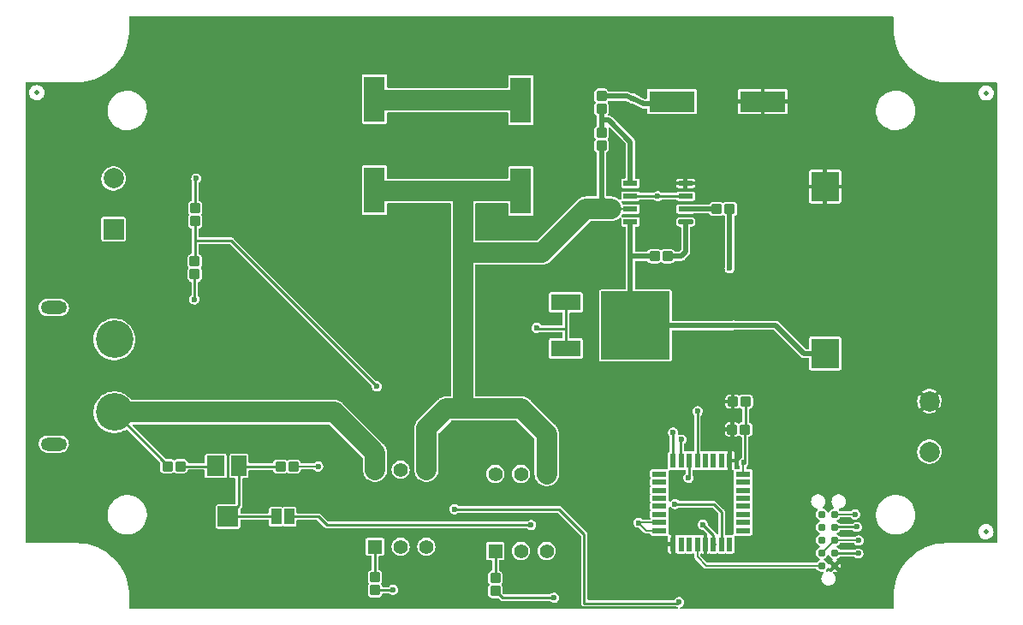
<source format=gbr>
%TF.GenerationSoftware,KiCad,Pcbnew,(5.99.0-11575-g46338403e7)*%
%TF.CreationDate,2021-08-13T15:38:51+02:00*%
%TF.ProjectId,voedings switcher,766f6564-696e-4677-9320-737769746368,rev?*%
%TF.SameCoordinates,Original*%
%TF.FileFunction,Copper,L1,Top*%
%TF.FilePolarity,Positive*%
%FSLAX46Y46*%
G04 Gerber Fmt 4.6, Leading zero omitted, Abs format (unit mm)*
G04 Created by KiCad (PCBNEW (5.99.0-11575-g46338403e7)) date 2021-08-13 15:38:51*
%MOMM*%
%LPD*%
G01*
G04 APERTURE LIST*
G04 Aperture macros list*
%AMRoundRect*
0 Rectangle with rounded corners*
0 $1 Rounding radius*
0 $2 $3 $4 $5 $6 $7 $8 $9 X,Y pos of 4 corners*
0 Add a 4 corners polygon primitive as box body*
4,1,4,$2,$3,$4,$5,$6,$7,$8,$9,$2,$3,0*
0 Add four circle primitives for the rounded corners*
1,1,$1+$1,$2,$3*
1,1,$1+$1,$4,$5*
1,1,$1+$1,$6,$7*
1,1,$1+$1,$8,$9*
0 Add four rect primitives between the rounded corners*
20,1,$1+$1,$2,$3,$4,$5,0*
20,1,$1+$1,$4,$5,$6,$7,0*
20,1,$1+$1,$6,$7,$8,$9,0*
20,1,$1+$1,$8,$9,$2,$3,0*%
G04 Aperture macros list end*
%TA.AperFunction,SMDPad,CuDef*%
%ADD10RoundRect,0.250000X-0.300000X0.250000X-0.300000X-0.250000X0.300000X-0.250000X0.300000X0.250000X0*%
%TD*%
%TA.AperFunction,SMDPad,CuDef*%
%ADD11RoundRect,0.250000X0.300000X-0.250000X0.300000X0.250000X-0.300000X0.250000X-0.300000X-0.250000X0*%
%TD*%
%TA.AperFunction,SMDPad,CuDef*%
%ADD12R,4.510000X2.120000*%
%TD*%
%TA.AperFunction,ConnectorPad*%
%ADD13C,0.787400*%
%TD*%
%TA.AperFunction,SMDPad,CuDef*%
%ADD14R,1.000000X1.500000*%
%TD*%
%TA.AperFunction,SMDPad,CuDef*%
%ADD15R,1.800000X2.000000*%
%TD*%
%TA.AperFunction,SMDPad,CuDef*%
%ADD16R,2.000000X2.000000*%
%TD*%
%TA.AperFunction,SMDPad,CuDef*%
%ADD17R,1.500000X2.000000*%
%TD*%
%TA.AperFunction,SMDPad,CuDef*%
%ADD18R,2.999740X1.597660*%
%TD*%
%TA.AperFunction,SMDPad,CuDef*%
%ADD19R,6.740000X6.740000*%
%TD*%
%TA.AperFunction,ComponentPad*%
%ADD20R,1.400000X1.400000*%
%TD*%
%TA.AperFunction,ComponentPad*%
%ADD21C,1.400000*%
%TD*%
%TA.AperFunction,SMDPad,CuDef*%
%ADD22R,0.570000X1.460000*%
%TD*%
%TA.AperFunction,SMDPad,CuDef*%
%ADD23R,1.460000X0.570000*%
%TD*%
%TA.AperFunction,SMDPad,CuDef*%
%ADD24RoundRect,0.250000X-0.250000X-0.300000X0.250000X-0.300000X0.250000X0.300000X-0.250000X0.300000X0*%
%TD*%
%TA.AperFunction,ComponentPad*%
%ADD25C,2.000000*%
%TD*%
%TA.AperFunction,SMDPad,CuDef*%
%ADD26RoundRect,0.250000X0.250000X0.300000X-0.250000X0.300000X-0.250000X-0.300000X0.250000X-0.300000X0*%
%TD*%
%TA.AperFunction,SMDPad,CuDef*%
%ADD27C,0.500000*%
%TD*%
%TA.AperFunction,SMDPad,CuDef*%
%ADD28RoundRect,0.132500X0.592500X-0.132500X0.592500X0.132500X-0.592500X0.132500X-0.592500X-0.132500X0*%
%TD*%
%TA.AperFunction,SMDPad,CuDef*%
%ADD29R,1.450000X0.530000*%
%TD*%
%TA.AperFunction,SMDPad,CuDef*%
%ADD30R,2.790000X2.920000*%
%TD*%
%TA.AperFunction,SMDPad,CuDef*%
%ADD31R,2.120000X4.510000*%
%TD*%
%TA.AperFunction,ComponentPad*%
%ADD32R,2.000000X2.000000*%
%TD*%
%TA.AperFunction,ComponentPad*%
%ADD33C,3.716000*%
%TD*%
%TA.AperFunction,ComponentPad*%
%ADD34O,2.600000X1.300000*%
%TD*%
%TA.AperFunction,ViaPad*%
%ADD35C,0.600000*%
%TD*%
%TA.AperFunction,Conductor*%
%ADD36C,0.200000*%
%TD*%
%TA.AperFunction,Conductor*%
%ADD37C,2.000000*%
%TD*%
%TA.AperFunction,Conductor*%
%ADD38C,0.500000*%
%TD*%
%TA.AperFunction,Conductor*%
%ADD39C,0.250000*%
%TD*%
G04 APERTURE END LIST*
D10*
%TO.P,C3,1*%
%TO.N,Net-(C3-Pad1)*%
X177795000Y-92485000D03*
%TO.P,C3,2*%
%TO.N,Net-(C3-Pad2)*%
X176525000Y-92485000D03*
%TD*%
D11*
%TO.P,R5,1*%
%TO.N,Net-(R5-Pad1)*%
X128365000Y-113255000D03*
%TO.P,R5,2*%
%TO.N,Net-(R5-Pad2)*%
X129635000Y-113255000D03*
%TD*%
D12*
%TO.P,C4,1*%
%TO.N,+3V3*%
X187230000Y-77190000D03*
%TO.P,C4,2*%
%TO.N,GND*%
X178230000Y-77190000D03*
%TD*%
D13*
%TO.P,CON1,1,VCC*%
%TO.N,+3V3*%
X194355000Y-123090000D03*
%TO.P,CON1,2,SWDIO/TMS*%
%TO.N,/microcontroller/SWDIO*%
X194355000Y-121820000D03*
%TO.P,CON1,3,GND*%
%TO.N,GND*%
X194355000Y-120550000D03*
%TO.P,CON1,4,SWDCLK/TCK*%
%TO.N,/microcontroller/SWDCLK*%
X194355000Y-119280000D03*
%TO.P,CON1,5,GND*%
%TO.N,GND*%
X194355000Y-118010000D03*
%TO.P,CON1,6,SWO/TDO*%
%TO.N,unconnected-(CON1-Pad6)*%
X193085000Y-118010000D03*
%TO.P,CON1,7,KEY*%
%TO.N,unconnected-(CON1-Pad7)*%
X193085000Y-119280000D03*
%TO.P,CON1,8,NC/TDI*%
%TO.N,unconnected-(CON1-Pad8)*%
X193085000Y-120550000D03*
%TO.P,CON1,9,GND*%
%TO.N,GND*%
X193085000Y-121820000D03*
%TO.P,CON1,10,tRST*%
%TO.N,/microcontroller/RST*%
X193085000Y-123090000D03*
%TD*%
D11*
%TO.P,R6,1*%
%TO.N,Net-(JP1-Pad1)*%
X139540000Y-113280000D03*
%TO.P,R6,2*%
%TO.N,GND*%
X140810000Y-113280000D03*
%TD*%
D14*
%TO.P,JP1,1,A*%
%TO.N,Net-(JP1-Pad1)*%
X139105000Y-118245000D03*
%TO.P,JP1,2,B*%
%TO.N,/VM1*%
X140405000Y-118245000D03*
%TD*%
D11*
%TO.P,C7,1*%
%TO.N,+3V3*%
X184280000Y-106870000D03*
%TO.P,C7,2*%
%TO.N,GND*%
X185550000Y-106870000D03*
%TD*%
D15*
%TO.P,RV1,1,1*%
%TO.N,Net-(R5-Pad2)*%
X133140000Y-113235392D03*
D16*
%TO.P,RV1,2,2*%
%TO.N,Net-(JP1-Pad1)*%
X134350000Y-118235392D03*
D17*
%TO.P,RV1,3,3*%
X135440000Y-113235392D03*
%TD*%
D18*
%TO.P,D2,1*%
%TO.N,GND*%
X167761400Y-97061620D03*
%TO.P,D2,3*%
X167761400Y-101618380D03*
D19*
%TO.P,D2,4*%
%TO.N,Net-(C3-Pad2)*%
X174657500Y-99340000D03*
%TD*%
D20*
%TO.P,U3,1*%
%TO.N,Net-(R8-Pad2)*%
X148880000Y-121210000D03*
D21*
%TO.P,U3,2*%
%TO.N,GND*%
X151420000Y-121210000D03*
%TO.P,U3,3*%
%TO.N,unconnected-(U3-Pad3)*%
X153960000Y-121210000D03*
%TO.P,U3,4*%
%TO.N,/dcdc/VIN*%
X153960000Y-113590000D03*
%TO.P,U3,5*%
%TO.N,N/C*%
X151420000Y-113590000D03*
%TO.P,U3,6*%
%TO.N,Net-(R5-Pad1)*%
X148880000Y-113590000D03*
%TD*%
D22*
%TO.P,U4,1,VDD*%
%TO.N,+3V3*%
X178360000Y-120958221D03*
%TO.P,U4,2,PC14*%
%TO.N,/microcontroller/OSC_32_IN*%
X179160000Y-120958221D03*
%TO.P,U4,3,PC15*%
%TO.N,/microcontroller/OSC_32_OUT*%
X179960000Y-120958221D03*
%TO.P,U4,4,NRST*%
%TO.N,/microcontroller/RST*%
X180760000Y-120958221D03*
%TO.P,U4,5,VDDA*%
%TO.N,+3V3*%
X181560000Y-120958221D03*
%TO.P,U4,6,PA0*%
%TO.N,/VM0*%
X182360000Y-120958221D03*
%TO.P,U4,7,PA1*%
%TO.N,/VM1*%
X183160000Y-120958221D03*
%TO.P,U4,8,PA2*%
%TO.N,unconnected-(U4-Pad8)*%
X183960000Y-120958221D03*
D23*
%TO.P,U4,9,PA3*%
%TO.N,unconnected-(U4-Pad9)*%
X185290000Y-119628221D03*
%TO.P,U4,10,PA4*%
%TO.N,unconnected-(U4-Pad10)*%
X185290000Y-118828221D03*
%TO.P,U4,11,PA5*%
%TO.N,unconnected-(U4-Pad11)*%
X185290000Y-118028221D03*
%TO.P,U4,12,PA6*%
%TO.N,unconnected-(U4-Pad12)*%
X185290000Y-117228221D03*
%TO.P,U4,13,PA7*%
%TO.N,unconnected-(U4-Pad13)*%
X185290000Y-116428221D03*
%TO.P,U4,14,PB0*%
%TO.N,unconnected-(U4-Pad14)*%
X185290000Y-115628221D03*
%TO.P,U4,15,PB1*%
%TO.N,unconnected-(U4-Pad15)*%
X185290000Y-114828221D03*
%TO.P,U4,16,VSS*%
%TO.N,GND*%
X185290000Y-114028221D03*
D22*
%TO.P,U4,17,VDD*%
%TO.N,+3V3*%
X183960000Y-112698221D03*
%TO.P,U4,18,PA8*%
%TO.N,unconnected-(U4-Pad18)*%
X183160000Y-112698221D03*
%TO.P,U4,19,PA9*%
%TO.N,unconnected-(U4-Pad19)*%
X182360000Y-112698221D03*
%TO.P,U4,20,PA10*%
%TO.N,unconnected-(U4-Pad20)*%
X181560000Y-112698221D03*
%TO.P,U4,21,PA11*%
%TO.N,/microcontroller/SSR0*%
X180760000Y-112698221D03*
%TO.P,U4,22,PA12*%
%TO.N,/microcontroller/SSR1*%
X179960000Y-112698221D03*
%TO.P,U4,23,PA13*%
%TO.N,/microcontroller/SWDIO*%
X179160000Y-112698221D03*
%TO.P,U4,24,PA14*%
%TO.N,/microcontroller/SWDCLK*%
X178360000Y-112698221D03*
D23*
%TO.P,U4,25,PA15*%
%TO.N,unconnected-(U4-Pad25)*%
X177030000Y-114028221D03*
%TO.P,U4,26,PB3*%
%TO.N,unconnected-(U4-Pad26)*%
X177030000Y-114828221D03*
%TO.P,U4,27,PB4*%
%TO.N,unconnected-(U4-Pad27)*%
X177030000Y-115628221D03*
%TO.P,U4,28,PB5*%
%TO.N,unconnected-(U4-Pad28)*%
X177030000Y-116428221D03*
%TO.P,U4,29,PB6*%
%TO.N,unconnected-(U4-Pad29)*%
X177030000Y-117228221D03*
%TO.P,U4,30,PB7*%
%TO.N,unconnected-(U4-Pad30)*%
X177030000Y-118028221D03*
%TO.P,U4,31,BOOT0*%
%TO.N,GND*%
X177030000Y-118828221D03*
%TO.P,U4,32,VSS*%
X177030000Y-119628221D03*
%TD*%
D11*
%TO.P,C2,1*%
%TO.N,Net-(C2-Pad1)*%
X182685000Y-87815000D03*
%TO.P,C2,2*%
%TO.N,GND*%
X183955000Y-87815000D03*
%TD*%
D24*
%TO.P,R4,1*%
%TO.N,/VM0*%
X131055000Y-92995000D03*
%TO.P,R4,2*%
%TO.N,GND*%
X131055000Y-94265000D03*
%TD*%
D25*
%TO.P,J1,1,Pin_1*%
%TO.N,+3V3*%
X203710000Y-106820000D03*
%TO.P,J1,2,Pin_2*%
%TO.N,GND*%
X203710000Y-111820000D03*
%TD*%
D26*
%TO.P,R2,1*%
%TO.N,Net-(R1-Pad2)*%
X171290000Y-77920000D03*
%TO.P,R2,2*%
%TO.N,GND*%
X171290000Y-76650000D03*
%TD*%
D20*
%TO.P,U2,1*%
%TO.N,Net-(R7-Pad2)*%
X160790000Y-121640000D03*
D21*
%TO.P,U2,2*%
%TO.N,GND*%
X163330000Y-121640000D03*
%TO.P,U2,3*%
%TO.N,unconnected-(U2-Pad3)*%
X165870000Y-121640000D03*
%TO.P,U2,4*%
%TO.N,/dcdc/VIN*%
X165870000Y-114020000D03*
%TO.P,U2,5*%
%TO.N,N/C*%
X163330000Y-114020000D03*
%TO.P,U2,6*%
%TO.N,Net-(R3-Pad1)*%
X160790000Y-114020000D03*
%TD*%
D24*
%TO.P,R3,1*%
%TO.N,Net-(R3-Pad1)*%
X131100000Y-87760000D03*
%TO.P,R3,2*%
%TO.N,/VM0*%
X131100000Y-89030000D03*
%TD*%
D27*
%TO.P,FID2,*%
%TO.N,*%
X209320000Y-76340000D03*
%TD*%
D28*
%TO.P,U1,1,BST*%
%TO.N,Net-(C3-Pad1)*%
X179600000Y-89080000D03*
D29*
%TO.P,U1,2,VD*%
%TO.N,Net-(C2-Pad1)*%
X179600000Y-87810000D03*
%TO.P,U1,3,SGND*%
%TO.N,GND*%
X179600000Y-86540000D03*
%TO.P,U1,4,FB*%
%TO.N,+3V3*%
X179600000Y-85270000D03*
%TO.P,U1,5,ON/~{OFF}*%
%TO.N,Net-(R1-Pad2)*%
X174150000Y-85270000D03*
%TO.P,U1,6,GND*%
%TO.N,GND*%
X174150000Y-86540000D03*
%TO.P,U1,7,VIN*%
%TO.N,/dcdc/VIN*%
X174150000Y-87810000D03*
%TO.P,U1,8,LX*%
%TO.N,Net-(C3-Pad2)*%
X174150000Y-89080000D03*
%TD*%
D30*
%TO.P,L1,1,1*%
%TO.N,Net-(C3-Pad2)*%
X193400000Y-102110000D03*
%TO.P,L1,2,2*%
%TO.N,+3V3*%
X193400000Y-85600000D03*
%TD*%
D27*
%TO.P,FID1,*%
%TO.N,*%
X209300000Y-119720000D03*
%TD*%
%TO.P,FID3,*%
%TO.N,*%
X115430000Y-76320000D03*
%TD*%
D31*
%TO.P,C1,1*%
%TO.N,/dcdc/VIN*%
X148830000Y-85940000D03*
%TO.P,C1,2*%
%TO.N,GND*%
X148830000Y-76940000D03*
%TD*%
D26*
%TO.P,R7,1*%
%TO.N,/microcontroller/SSR1*%
X160795000Y-125575000D03*
%TO.P,R7,2*%
%TO.N,Net-(R7-Pad2)*%
X160795000Y-124305000D03*
%TD*%
D31*
%TO.P,C5,1*%
%TO.N,/dcdc/VIN*%
X163310000Y-86030000D03*
%TO.P,C5,2*%
%TO.N,GND*%
X163310000Y-77030000D03*
%TD*%
D26*
%TO.P,R8,1*%
%TO.N,/microcontroller/SSR0*%
X148885000Y-125525000D03*
%TO.P,R8,2*%
%TO.N,Net-(R8-Pad2)*%
X148885000Y-124255000D03*
%TD*%
%TO.P,R1,1*%
%TO.N,/dcdc/VIN*%
X171290000Y-81580000D03*
%TO.P,R1,2*%
%TO.N,Net-(R1-Pad2)*%
X171290000Y-80310000D03*
%TD*%
D32*
%TO.P,con1,1,-*%
%TO.N,GND*%
X123020000Y-89800000D03*
D25*
%TO.P,con1,2,+*%
%TO.N,Net-(R3-Pad1)*%
X123020000Y-84800000D03*
%TD*%
D11*
%TO.P,C6,1*%
%TO.N,+3V3*%
X184220000Y-109614608D03*
%TO.P,C6,2*%
%TO.N,GND*%
X185490000Y-109614608D03*
%TD*%
D33*
%TO.P,con2,1,-*%
%TO.N,GND*%
X123107696Y-100710000D03*
%TO.P,con2,2,+*%
%TO.N,Net-(R5-Pad1)*%
X123107696Y-107910000D03*
D34*
%TO.P,con2,3*%
%TO.N,N/C*%
X117107696Y-97560000D03*
X117107696Y-111060000D03*
%TD*%
D35*
%TO.N,GND*%
X143256000Y-113284000D03*
X196360000Y-118020000D03*
X174340000Y-76870000D03*
X174930000Y-118840000D03*
X164846000Y-99568000D03*
X185330000Y-112910000D03*
X183960000Y-93680000D03*
X176858000Y-86540000D03*
X155920000Y-77030000D03*
X196710000Y-120590000D03*
X131000000Y-96750000D03*
%TO.N,/microcontroller/SWDIO*%
X196680000Y-121880000D03*
X179180000Y-110620000D03*
%TO.N,/microcontroller/SWDCLK*%
X196540000Y-119260000D03*
X178370000Y-109920000D03*
%TO.N,/VM1*%
X178550000Y-116990000D03*
X164330000Y-119070000D03*
%TO.N,Net-(R3-Pad1)*%
X131210000Y-84800000D03*
%TO.N,/VM0*%
X156740000Y-117500000D03*
X178960000Y-126690000D03*
X181290000Y-119020000D03*
X149060000Y-105350000D03*
%TO.N,/microcontroller/SSR1*%
X166600000Y-126250000D03*
X179880000Y-114400000D03*
%TO.N,/microcontroller/SSR0*%
X180790000Y-107800000D03*
X150680000Y-125470000D03*
%TD*%
D36*
%TO.N,/dcdc/VIN*%
X172270000Y-87790000D02*
X172260000Y-87780000D01*
D37*
X157580000Y-86440000D02*
X157170000Y-86030000D01*
X157580000Y-107560000D02*
X157580000Y-92110000D01*
X157580000Y-92110000D02*
X157580000Y-86440000D01*
X153960000Y-109520000D02*
X155920000Y-107560000D01*
X165410000Y-92110000D02*
X157580000Y-92110000D01*
D38*
X171290000Y-86810000D02*
X172260000Y-87780000D01*
D37*
X159520000Y-107560000D02*
X163390000Y-107560000D01*
D36*
X172930000Y-87790000D02*
X172270000Y-87790000D01*
X172950000Y-87810000D02*
X172930000Y-87790000D01*
D38*
X171290000Y-81580000D02*
X171290000Y-86810000D01*
D37*
X165870000Y-110040000D02*
X165870000Y-114020000D01*
X157170000Y-86030000D02*
X148920000Y-86030000D01*
X155920000Y-107560000D02*
X157580000Y-107560000D01*
X172260000Y-87780000D02*
X169740000Y-87780000D01*
D36*
X174150000Y-87810000D02*
X172950000Y-87810000D01*
D37*
X169740000Y-87780000D02*
X165410000Y-92110000D01*
X153960000Y-113590000D02*
X153960000Y-109520000D01*
X157580000Y-107560000D02*
X159520000Y-107560000D01*
X163390000Y-107560000D02*
X165870000Y-110040000D01*
X163310000Y-86030000D02*
X157170000Y-86030000D01*
X148920000Y-86030000D02*
X148830000Y-85940000D01*
D39*
%TO.N,GND*%
X185550000Y-106870000D02*
X185550000Y-109554608D01*
X167761400Y-99689400D02*
X164967400Y-99689400D01*
X185490000Y-112750000D02*
X185330000Y-112910000D01*
D38*
X183955000Y-93675000D02*
X183960000Y-93680000D01*
D36*
X177030000Y-119628221D02*
X175718221Y-119628221D01*
D38*
X174340000Y-76870000D02*
X173740000Y-76650000D01*
D36*
X194355000Y-120550000D02*
X196670000Y-120550000D01*
D37*
X163310000Y-77030000D02*
X155920000Y-77030000D01*
D39*
X174150000Y-86540000D02*
X176858000Y-86540000D01*
D37*
X148920000Y-77030000D02*
X148830000Y-76940000D01*
D39*
X176858000Y-86540000D02*
X179600000Y-86540000D01*
X131055000Y-96695000D02*
X131000000Y-96750000D01*
D36*
X175718221Y-119628221D02*
X174930000Y-118840000D01*
D38*
X174340000Y-76870000D02*
X175450000Y-77420000D01*
D39*
X167761400Y-99689400D02*
X167761400Y-101618380D01*
X131055000Y-94265000D02*
X131055000Y-96695000D01*
X185550000Y-109554608D02*
X185490000Y-109614608D01*
D36*
X174941779Y-118828221D02*
X174930000Y-118840000D01*
X196670000Y-120550000D02*
X196710000Y-120590000D01*
X196350000Y-118010000D02*
X196360000Y-118020000D01*
D38*
X173740000Y-76650000D02*
X171290000Y-76650000D01*
D37*
X155920000Y-77030000D02*
X148920000Y-77030000D01*
D39*
X185490000Y-109614608D02*
X185490000Y-112750000D01*
D36*
X193085000Y-121820000D02*
X194355000Y-120550000D01*
D39*
X164967400Y-99689400D02*
X164846000Y-99568000D01*
D36*
X185290000Y-112950000D02*
X185330000Y-112910000D01*
X140810000Y-113280000D02*
X143252000Y-113280000D01*
D39*
X167761400Y-97061620D02*
X167761400Y-99689400D01*
D36*
X143252000Y-113280000D02*
X143256000Y-113284000D01*
D38*
X175450000Y-77420000D02*
X178230000Y-77190000D01*
D36*
X194355000Y-118010000D02*
X196350000Y-118010000D01*
X185290000Y-114028221D02*
X185290000Y-112950000D01*
D38*
X183955000Y-87815000D02*
X183955000Y-93675000D01*
D36*
X177030000Y-118828221D02*
X174941779Y-118828221D01*
D38*
%TO.N,Net-(C2-Pad1)*%
X182685000Y-87815000D02*
X179605000Y-87815000D01*
X179605000Y-87815000D02*
X179600000Y-87810000D01*
%TO.N,Net-(C3-Pad1)*%
X179185000Y-92485000D02*
X177795000Y-92485000D01*
X179600000Y-92070000D02*
X179185000Y-92485000D01*
X179600000Y-89080000D02*
X179600000Y-92070000D01*
%TO.N,Net-(C3-Pad2)*%
X183690000Y-99330000D02*
X183680000Y-99340000D01*
X174150000Y-98832500D02*
X174657500Y-99340000D01*
X174657500Y-99340000D02*
X183680000Y-99340000D01*
X184305000Y-99340000D02*
X184345000Y-99300000D01*
X176525000Y-92485000D02*
X174185000Y-92485000D01*
X174150000Y-92520000D02*
X174150000Y-98832500D01*
X188530000Y-99330000D02*
X183690000Y-99330000D01*
X193400000Y-102110000D02*
X191310000Y-102110000D01*
X174150000Y-89080000D02*
X174150000Y-92520000D01*
X174185000Y-92485000D02*
X174150000Y-92520000D01*
X183680000Y-99340000D02*
X184305000Y-99340000D01*
X191310000Y-102110000D02*
X188530000Y-99330000D01*
D39*
%TO.N,/microcontroller/SWDIO*%
X179120000Y-110680000D02*
X179120000Y-112658221D01*
X179180000Y-110620000D02*
X179120000Y-110680000D01*
X196620000Y-121820000D02*
X196680000Y-121880000D01*
X194355000Y-121820000D02*
X196620000Y-121820000D01*
X179120000Y-112658221D02*
X179160000Y-112698221D01*
%TO.N,/microcontroller/SWDCLK*%
X178360000Y-112698221D02*
X178360000Y-109930000D01*
X196540000Y-119260000D02*
X194375000Y-119260000D01*
X178360000Y-109930000D02*
X178370000Y-109920000D01*
X194375000Y-119260000D02*
X194355000Y-119280000D01*
D36*
%TO.N,/microcontroller/RST*%
X180760000Y-122220000D02*
X180760000Y-120958221D01*
X192470000Y-123100000D02*
X181640000Y-123100000D01*
X193085000Y-123090000D02*
X192480000Y-123090000D01*
X181640000Y-123100000D02*
X180760000Y-122220000D01*
X192480000Y-123090000D02*
X192470000Y-123100000D01*
D39*
%TO.N,/VM1*%
X182370000Y-117010000D02*
X183160000Y-117800000D01*
X143285000Y-118245000D02*
X143360000Y-118320000D01*
X183160000Y-117800000D02*
X183160000Y-120958221D01*
X143360000Y-118320000D02*
X144110000Y-119070000D01*
X181070000Y-116990000D02*
X181090000Y-117010000D01*
X144110000Y-119070000D02*
X164330000Y-119070000D01*
X140405000Y-118245000D02*
X143285000Y-118245000D01*
X178550000Y-116990000D02*
X181070000Y-116990000D01*
X181090000Y-117010000D02*
X182370000Y-117010000D01*
%TO.N,Net-(JP1-Pad1)*%
X135440000Y-117145392D02*
X134350000Y-118235392D01*
X139540000Y-113280000D02*
X135484608Y-113280000D01*
X135484608Y-113280000D02*
X135440000Y-113235392D01*
X135440000Y-113235392D02*
X135440000Y-117145392D01*
X139095392Y-118235392D02*
X139105000Y-118245000D01*
X134350000Y-118235392D02*
X139095392Y-118235392D01*
D38*
%TO.N,Net-(R1-Pad2)*%
X174150000Y-85270000D02*
X174150000Y-81170000D01*
X172020000Y-79040000D02*
X171290000Y-79040000D01*
X174150000Y-81170000D02*
X172020000Y-79040000D01*
X171290000Y-79040000D02*
X171290000Y-80310000D01*
X171290000Y-77920000D02*
X171290000Y-79040000D01*
D39*
%TO.N,Net-(R3-Pad1)*%
X131100000Y-87760000D02*
X131100000Y-84910000D01*
X131100000Y-84910000D02*
X131210000Y-84800000D01*
%TO.N,/VM0*%
X169220000Y-119660000D02*
X169570000Y-120010000D01*
X182360000Y-120958221D02*
X182501779Y-120958221D01*
X182501779Y-120958221D02*
X182530000Y-120930000D01*
X182360000Y-120090000D02*
X182360000Y-120958221D01*
X178850000Y-126800000D02*
X178960000Y-126690000D01*
X134660000Y-90950000D02*
X149060000Y-105350000D01*
X169570000Y-126800000D02*
X178850000Y-126800000D01*
X131100000Y-92950000D02*
X131055000Y-92995000D01*
X167060000Y-117500000D02*
X169220000Y-119660000D01*
X156740000Y-117500000D02*
X167060000Y-117500000D01*
X181290000Y-119020000D02*
X182360000Y-120090000D01*
X131100000Y-90950000D02*
X131100000Y-92950000D01*
X169570000Y-120010000D02*
X169570000Y-126800000D01*
X131100000Y-90950000D02*
X134660000Y-90950000D01*
X131100000Y-89030000D02*
X131100000Y-90950000D01*
%TO.N,Net-(R5-Pad1)*%
X128365000Y-113255000D02*
X128365000Y-113167304D01*
D37*
X148880000Y-111920000D02*
X144870000Y-107910000D01*
X148880000Y-113590000D02*
X148880000Y-111920000D01*
D39*
X128365000Y-113167304D02*
X123107696Y-107910000D01*
D37*
X144870000Y-107910000D02*
X123107696Y-107910000D01*
D39*
%TO.N,Net-(R5-Pad2)*%
X133120392Y-113255000D02*
X133140000Y-113235392D01*
X129635000Y-113255000D02*
X133120392Y-113255000D01*
%TO.N,/microcontroller/SSR1*%
X179960000Y-112698221D02*
X179960000Y-114320000D01*
X179960000Y-114320000D02*
X179880000Y-114400000D01*
X166600000Y-126250000D02*
X161470000Y-126250000D01*
X161470000Y-126250000D02*
X160795000Y-125575000D01*
%TO.N,Net-(R7-Pad2)*%
X160795000Y-124305000D02*
X160795000Y-121645000D01*
X160795000Y-121645000D02*
X160790000Y-121640000D01*
%TO.N,/microcontroller/SSR0*%
X150625000Y-125525000D02*
X150680000Y-125470000D01*
X148885000Y-125525000D02*
X150625000Y-125525000D01*
X180760000Y-107830000D02*
X180760000Y-112698221D01*
X180790000Y-107800000D02*
X180760000Y-107830000D01*
%TO.N,Net-(R8-Pad2)*%
X148885000Y-124255000D02*
X148885000Y-121215000D01*
X148885000Y-121215000D02*
X148880000Y-121210000D01*
%TD*%
%TA.AperFunction,Conductor*%
%TO.N,+3V3*%
G36*
X200139191Y-68778907D02*
G01*
X200175155Y-68828407D01*
X200180000Y-68859000D01*
X200180000Y-70026040D01*
X200177482Y-70048227D01*
X200174857Y-70059642D01*
X200175692Y-70063331D01*
X200176029Y-70071487D01*
X200176029Y-70071488D01*
X200176351Y-70079270D01*
X200193330Y-70489780D01*
X200246536Y-70916624D01*
X200334809Y-71337616D01*
X200335394Y-71339580D01*
X200335397Y-71339593D01*
X200441006Y-71694326D01*
X200457545Y-71749881D01*
X200613907Y-72150602D01*
X200802826Y-72537043D01*
X201023012Y-72906562D01*
X201272961Y-73256637D01*
X201550965Y-73584875D01*
X201855125Y-73889035D01*
X202183363Y-74167039D01*
X202533438Y-74416988D01*
X202902957Y-74637174D01*
X203289398Y-74826093D01*
X203690119Y-74982455D01*
X203745674Y-74998994D01*
X204100407Y-75104603D01*
X204100420Y-75104606D01*
X204102384Y-75105191D01*
X204426749Y-75173203D01*
X204521377Y-75193045D01*
X204521380Y-75193046D01*
X204523376Y-75193464D01*
X204950220Y-75246670D01*
X205374462Y-75264217D01*
X205375716Y-75264315D01*
X205379284Y-75265142D01*
X205380000Y-75265143D01*
X205391678Y-75262479D01*
X205413696Y-75260000D01*
X210331000Y-75260000D01*
X210389191Y-75278907D01*
X210425155Y-75328407D01*
X210430000Y-75359000D01*
X210430000Y-120761000D01*
X210411093Y-120819191D01*
X210361593Y-120855155D01*
X210331000Y-120860000D01*
X205414222Y-120860000D01*
X205391870Y-120857443D01*
X205380716Y-120854858D01*
X205380000Y-120854857D01*
X205376413Y-120855675D01*
X205375639Y-120855734D01*
X204950220Y-120873330D01*
X204523376Y-120926536D01*
X204521380Y-120926954D01*
X204521377Y-120926955D01*
X204426749Y-120946797D01*
X204102384Y-121014809D01*
X204100420Y-121015394D01*
X204100407Y-121015397D01*
X203843875Y-121091770D01*
X203690119Y-121137545D01*
X203289398Y-121293907D01*
X202902957Y-121482826D01*
X202533438Y-121703012D01*
X202183363Y-121952961D01*
X201855125Y-122230965D01*
X201550965Y-122535125D01*
X201272961Y-122863363D01*
X201023012Y-123213438D01*
X200802826Y-123582957D01*
X200613907Y-123969398D01*
X200457545Y-124370119D01*
X200455233Y-124377885D01*
X200335397Y-124780407D01*
X200335394Y-124780420D01*
X200334809Y-124782384D01*
X200246536Y-125203376D01*
X200193330Y-125630220D01*
X200175725Y-126055868D01*
X200174857Y-126059642D01*
X200177318Y-126070518D01*
X200177559Y-126071583D01*
X200180000Y-126093432D01*
X200180000Y-127261000D01*
X200161093Y-127319191D01*
X200111593Y-127355155D01*
X200081000Y-127360000D01*
X179144947Y-127360000D01*
X179086756Y-127341093D01*
X179050792Y-127291593D01*
X179050792Y-127230407D01*
X179086756Y-127180907D01*
X179118907Y-127165486D01*
X179160817Y-127154060D01*
X179282991Y-127079045D01*
X179297225Y-127063320D01*
X179374468Y-126977982D01*
X179379200Y-126972754D01*
X179425871Y-126876425D01*
X179438634Y-126850082D01*
X179441710Y-126843733D01*
X179457495Y-126749915D01*
X179464862Y-126706124D01*
X179464862Y-126706120D01*
X179465496Y-126702354D01*
X179465647Y-126690000D01*
X179445323Y-126548082D01*
X179421897Y-126496559D01*
X179388905Y-126423996D01*
X179388904Y-126423995D01*
X179385984Y-126417572D01*
X179306649Y-126325500D01*
X179297005Y-126314307D01*
X179297004Y-126314306D01*
X179292400Y-126308963D01*
X179172095Y-126230985D01*
X179034739Y-126189907D01*
X178951497Y-126189398D01*
X178898427Y-126189074D01*
X178898426Y-126189074D01*
X178891376Y-126189031D01*
X178884599Y-126190968D01*
X178884598Y-126190968D01*
X178760309Y-126226490D01*
X178760307Y-126226491D01*
X178753529Y-126228428D01*
X178632280Y-126304930D01*
X178627613Y-126310214D01*
X178627611Y-126310216D01*
X178614113Y-126325500D01*
X178537377Y-126412388D01*
X178534380Y-126418771D01*
X178530507Y-126424667D01*
X178529137Y-126423767D01*
X178493101Y-126462211D01*
X178445328Y-126474500D01*
X169994500Y-126474500D01*
X169936309Y-126455593D01*
X169900345Y-126406093D01*
X169895500Y-126375500D01*
X169895500Y-121166464D01*
X177875000Y-121166464D01*
X177875000Y-121703061D01*
X177875948Y-121712683D01*
X177884702Y-121756695D01*
X177892021Y-121774363D01*
X177925389Y-121824303D01*
X177938918Y-121837832D01*
X177988858Y-121871200D01*
X178006526Y-121878519D01*
X178050538Y-121887273D01*
X178060160Y-121888221D01*
X178144320Y-121888221D01*
X178157005Y-121884099D01*
X178160000Y-121879978D01*
X178160000Y-121173901D01*
X178155878Y-121161216D01*
X178151757Y-121158221D01*
X177890680Y-121158221D01*
X177877995Y-121162343D01*
X177875000Y-121166464D01*
X169895500Y-121166464D01*
X169895500Y-120028534D01*
X169895877Y-120019905D01*
X169898509Y-119989822D01*
X169899264Y-119981193D01*
X169889204Y-119943650D01*
X169887334Y-119935216D01*
X169882092Y-119905483D01*
X169882091Y-119905481D01*
X169880588Y-119896955D01*
X169876258Y-119889456D01*
X169874262Y-119883971D01*
X169871796Y-119878684D01*
X169869554Y-119870316D01*
X169847268Y-119838489D01*
X169842627Y-119831205D01*
X169823194Y-119797545D01*
X169793429Y-119772569D01*
X169787061Y-119766735D01*
X169470300Y-119449974D01*
X169470298Y-119449971D01*
X168854150Y-118833823D01*
X174424391Y-118833823D01*
X174425306Y-118840820D01*
X174425306Y-118840821D01*
X174431092Y-118885066D01*
X174442980Y-118975979D01*
X174445821Y-118982435D01*
X174445821Y-118982436D01*
X174495031Y-119094273D01*
X174500720Y-119107203D01*
X174546845Y-119162076D01*
X174588431Y-119211549D01*
X174588434Y-119211551D01*
X174592970Y-119216948D01*
X174712313Y-119296390D01*
X174811969Y-119327524D01*
X174842425Y-119337039D01*
X174842426Y-119337039D01*
X174849157Y-119339142D01*
X174922526Y-119340487D01*
X174967124Y-119341305D01*
X175024958Y-119361276D01*
X175035313Y-119370284D01*
X175467901Y-119802872D01*
X175470601Y-119806001D01*
X175472796Y-119810490D01*
X175479499Y-119816708D01*
X175509043Y-119844114D01*
X175511719Y-119846690D01*
X175525498Y-119860469D01*
X175529208Y-119863014D01*
X175533121Y-119866450D01*
X175554867Y-119886622D01*
X175563353Y-119890008D01*
X175563355Y-119890009D01*
X175565558Y-119890888D01*
X175584869Y-119901199D01*
X175586828Y-119902543D01*
X175586831Y-119902544D01*
X175594367Y-119907714D01*
X175603259Y-119909824D01*
X175603261Y-119909825D01*
X175620287Y-119913865D01*
X175634106Y-119918235D01*
X175658843Y-119928104D01*
X175665136Y-119928721D01*
X175671306Y-119928721D01*
X175694162Y-119931396D01*
X175703287Y-119933561D01*
X175732209Y-119929625D01*
X175745558Y-119928721D01*
X176021058Y-119928721D01*
X176079249Y-119947628D01*
X176110234Y-119986932D01*
X176111133Y-119991452D01*
X176155448Y-120057773D01*
X176221769Y-120102088D01*
X176231332Y-120103990D01*
X176231334Y-120103991D01*
X176254005Y-120108500D01*
X176280252Y-120113721D01*
X177776000Y-120113721D01*
X177834191Y-120132628D01*
X177870155Y-120182128D01*
X177875000Y-120212721D01*
X177875000Y-120742541D01*
X177879122Y-120755226D01*
X177883243Y-120758221D01*
X178144320Y-120758221D01*
X178157005Y-120754099D01*
X178160000Y-120749978D01*
X178160000Y-120043901D01*
X178157583Y-120036464D01*
X178560000Y-120036464D01*
X178560000Y-121872541D01*
X178564122Y-121885226D01*
X178568243Y-121888221D01*
X178659840Y-121888221D01*
X178669462Y-121887273D01*
X178713474Y-121878519D01*
X178721448Y-121875216D01*
X178782445Y-121870415D01*
X178790888Y-121873159D01*
X178796769Y-121877088D01*
X178855252Y-121888721D01*
X179464748Y-121888721D01*
X179491148Y-121883470D01*
X179513671Y-121878990D01*
X179513673Y-121878989D01*
X179523231Y-121877088D01*
X179526087Y-121875179D01*
X179583112Y-121870691D01*
X179591062Y-121873275D01*
X179596769Y-121877088D01*
X179606327Y-121878989D01*
X179606329Y-121878990D01*
X179628852Y-121883470D01*
X179655252Y-121888721D01*
X180264748Y-121888721D01*
X180291148Y-121883470D01*
X180313671Y-121878990D01*
X180313673Y-121878989D01*
X180323231Y-121877088D01*
X180326087Y-121875179D01*
X180383112Y-121870691D01*
X180391059Y-121873273D01*
X180396769Y-121877088D01*
X180400987Y-121877927D01*
X180444902Y-121915420D01*
X180459500Y-121967163D01*
X180459500Y-122166492D01*
X180459197Y-122170617D01*
X180457575Y-122175342D01*
X180457918Y-122184476D01*
X180459430Y-122224761D01*
X180459500Y-122228474D01*
X180459500Y-122247948D01*
X180460325Y-122252378D01*
X180460661Y-122257571D01*
X180461774Y-122287208D01*
X180465380Y-122295602D01*
X180465381Y-122295605D01*
X180466317Y-122297783D01*
X180472683Y-122318734D01*
X180474791Y-122330053D01*
X180479588Y-122337835D01*
X180488768Y-122352728D01*
X180495452Y-122365596D01*
X180502346Y-122381641D01*
X180505964Y-122390063D01*
X180509978Y-122394949D01*
X180514342Y-122399313D01*
X180528613Y-122417368D01*
X180533532Y-122425348D01*
X180556769Y-122443018D01*
X180566839Y-122451810D01*
X181389680Y-123274651D01*
X181392380Y-123277780D01*
X181394575Y-123282269D01*
X181401278Y-123288487D01*
X181430822Y-123315893D01*
X181433498Y-123318469D01*
X181447277Y-123332248D01*
X181450987Y-123334793D01*
X181454900Y-123338229D01*
X181476646Y-123358401D01*
X181485134Y-123361788D01*
X181485135Y-123361788D01*
X181487336Y-123362666D01*
X181506652Y-123372980D01*
X181508607Y-123374321D01*
X181508610Y-123374322D01*
X181516146Y-123379492D01*
X181542058Y-123385641D01*
X181555884Y-123390014D01*
X181574132Y-123397294D01*
X181574134Y-123397294D01*
X181580622Y-123399883D01*
X181586915Y-123400500D01*
X181593084Y-123400500D01*
X181615943Y-123403175D01*
X181616173Y-123403230D01*
X181616175Y-123403230D01*
X181625066Y-123405340D01*
X181653988Y-123401404D01*
X181667337Y-123400500D01*
X192416492Y-123400500D01*
X192420617Y-123400803D01*
X192425342Y-123402425D01*
X192474761Y-123400570D01*
X192478474Y-123400500D01*
X192497948Y-123400500D01*
X192502378Y-123399675D01*
X192507576Y-123399339D01*
X192513625Y-123399111D01*
X192520436Y-123398856D01*
X192579295Y-123415569D01*
X192602689Y-123437519D01*
X192661212Y-123513788D01*
X192785336Y-123609032D01*
X192791331Y-123611515D01*
X192791334Y-123611517D01*
X192886839Y-123651076D01*
X192929883Y-123668905D01*
X192936312Y-123669751D01*
X192936314Y-123669752D01*
X193035803Y-123682850D01*
X193074739Y-123687976D01*
X193078567Y-123688480D01*
X193085000Y-123689327D01*
X193091433Y-123688480D01*
X193091434Y-123688480D01*
X193166580Y-123678587D01*
X193226741Y-123689737D01*
X193268858Y-123734120D01*
X193276844Y-123794782D01*
X193244582Y-123851342D01*
X193199122Y-123891000D01*
X193195691Y-123895882D01*
X193195690Y-123895883D01*
X193144023Y-123969398D01*
X193102286Y-124028784D01*
X193041110Y-124185691D01*
X193019128Y-124352660D01*
X193019783Y-124358593D01*
X193019783Y-124358597D01*
X193021202Y-124371447D01*
X193037609Y-124520053D01*
X193039661Y-124525660D01*
X193089242Y-124661145D01*
X193095485Y-124678206D01*
X193189415Y-124817989D01*
X193313976Y-124931331D01*
X193341886Y-124946485D01*
X193456732Y-125008842D01*
X193456734Y-125008843D01*
X193461978Y-125011690D01*
X193547352Y-125034087D01*
X193619107Y-125052912D01*
X193619111Y-125052912D01*
X193624876Y-125054425D01*
X193630837Y-125054519D01*
X193630840Y-125054519D01*
X193708466Y-125055738D01*
X193793265Y-125057070D01*
X193799080Y-125055738D01*
X193799082Y-125055738D01*
X193951602Y-125020807D01*
X193951605Y-125020806D01*
X193957425Y-125019473D01*
X193966671Y-125014823D01*
X194089890Y-124952850D01*
X194107878Y-124943803D01*
X194171783Y-124889223D01*
X194231403Y-124838303D01*
X194231406Y-124838300D01*
X194235938Y-124834429D01*
X194239419Y-124829585D01*
X194330728Y-124702515D01*
X194330729Y-124702513D01*
X194334212Y-124697666D01*
X194337146Y-124690369D01*
X194394803Y-124546942D01*
X194394804Y-124546940D01*
X194397027Y-124541409D01*
X194399269Y-124525660D01*
X194420300Y-124377885D01*
X194420300Y-124377881D01*
X194420756Y-124374679D01*
X194420910Y-124360000D01*
X194400678Y-124192810D01*
X194341149Y-124035271D01*
X194333336Y-124023902D01*
X194257758Y-123913937D01*
X194245760Y-123896480D01*
X194193611Y-123850017D01*
X194162743Y-123797191D01*
X194168819Y-123736308D01*
X194209522Y-123690625D01*
X194272391Y-123677948D01*
X194348565Y-123687976D01*
X194361434Y-123687976D01*
X194503551Y-123669266D01*
X194515984Y-123665935D01*
X194594913Y-123633241D01*
X194603575Y-123625843D01*
X194600445Y-123618288D01*
X194366086Y-123383929D01*
X194354203Y-123377875D01*
X194349172Y-123378671D01*
X194111688Y-123616155D01*
X194091403Y-123655967D01*
X194091160Y-123657504D01*
X194047897Y-123700770D01*
X193987465Y-123710344D01*
X193972475Y-123706328D01*
X193971184Y-123705644D01*
X193965400Y-123704191D01*
X193965397Y-123704190D01*
X193813637Y-123666071D01*
X193813634Y-123666071D01*
X193807847Y-123664617D01*
X193722817Y-123664172D01*
X193645405Y-123663766D01*
X193645403Y-123663766D01*
X193639439Y-123663735D01*
X193609945Y-123670816D01*
X193548949Y-123666015D01*
X193502423Y-123626279D01*
X193488139Y-123566784D01*
X193509777Y-123514547D01*
X193508788Y-123513788D01*
X193595663Y-123400570D01*
X193604032Y-123389663D01*
X193628807Y-123329852D01*
X193668543Y-123283328D01*
X193728037Y-123269044D01*
X193784565Y-123292459D01*
X193811733Y-123329852D01*
X193811758Y-123329911D01*
X193819157Y-123338575D01*
X193826712Y-123335445D01*
X194061071Y-123101086D01*
X194066313Y-123090797D01*
X194642875Y-123090797D01*
X194643671Y-123095828D01*
X194881155Y-123333312D01*
X194891303Y-123338483D01*
X194897087Y-123332699D01*
X194930935Y-123250984D01*
X194934266Y-123238551D01*
X194952976Y-123096434D01*
X194952976Y-123083566D01*
X194934266Y-122941449D01*
X194930935Y-122929016D01*
X194898241Y-122850087D01*
X194890843Y-122841425D01*
X194883288Y-122844555D01*
X194648929Y-123078914D01*
X194642875Y-123090797D01*
X194066313Y-123090797D01*
X194067125Y-123089203D01*
X194066329Y-123084172D01*
X193828845Y-122846688D01*
X193818697Y-122841517D01*
X193812912Y-122847302D01*
X193811733Y-122850148D01*
X193771996Y-122896673D01*
X193712501Y-122910956D01*
X193655973Y-122887540D01*
X193628806Y-122850147D01*
X193606515Y-122796332D01*
X193604032Y-122790337D01*
X193508788Y-122666212D01*
X193384664Y-122570968D01*
X193325504Y-122546463D01*
X193278980Y-122506727D01*
X193264696Y-122447233D01*
X193288111Y-122390705D01*
X193325504Y-122363537D01*
X193384664Y-122339032D01*
X193508788Y-122243788D01*
X193604032Y-122119663D01*
X193628536Y-122060505D01*
X193668273Y-122013980D01*
X193727767Y-121999696D01*
X193784295Y-122023111D01*
X193811464Y-122060505D01*
X193835968Y-122119663D01*
X193931212Y-122243788D01*
X194055336Y-122339032D01*
X194115148Y-122363807D01*
X194161672Y-122403543D01*
X194175956Y-122463037D01*
X194152541Y-122519565D01*
X194115148Y-122546733D01*
X194115089Y-122546758D01*
X194106425Y-122554157D01*
X194109555Y-122561712D01*
X194343914Y-122796071D01*
X194355797Y-122802125D01*
X194360828Y-122801329D01*
X194598312Y-122563845D01*
X194603483Y-122553697D01*
X194597698Y-122547912D01*
X194594852Y-122546733D01*
X194548327Y-122506996D01*
X194534044Y-122447501D01*
X194557460Y-122390973D01*
X194594852Y-122363807D01*
X194654664Y-122339032D01*
X194778788Y-122243788D01*
X194824486Y-122184233D01*
X194874910Y-122149577D01*
X194903028Y-122145500D01*
X196203176Y-122145500D01*
X196261367Y-122164407D01*
X196278959Y-122180798D01*
X196282051Y-122184476D01*
X196342970Y-122256948D01*
X196348841Y-122260856D01*
X196348842Y-122260857D01*
X196361143Y-122269045D01*
X196462313Y-122336390D01*
X196552328Y-122364512D01*
X196592425Y-122377039D01*
X196592426Y-122377039D01*
X196599157Y-122379142D01*
X196670828Y-122380456D01*
X196735445Y-122381641D01*
X196735447Y-122381641D01*
X196742499Y-122381770D01*
X196749302Y-122379915D01*
X196749304Y-122379915D01*
X196849023Y-122352728D01*
X196880817Y-122344060D01*
X197002991Y-122269045D01*
X197007726Y-122263814D01*
X197094469Y-122167981D01*
X197094470Y-122167980D01*
X197099200Y-122162754D01*
X197161710Y-122033733D01*
X197165034Y-122013980D01*
X197184862Y-121896124D01*
X197184862Y-121896120D01*
X197185496Y-121892354D01*
X197185647Y-121880000D01*
X197165323Y-121738082D01*
X197105984Y-121607572D01*
X197030817Y-121520337D01*
X197017005Y-121504307D01*
X197017004Y-121504306D01*
X197012400Y-121498963D01*
X196892095Y-121420985D01*
X196754739Y-121379907D01*
X196671497Y-121379398D01*
X196618427Y-121379074D01*
X196618426Y-121379074D01*
X196611376Y-121379031D01*
X196604599Y-121380968D01*
X196604598Y-121380968D01*
X196480309Y-121416490D01*
X196480307Y-121416491D01*
X196473529Y-121418428D01*
X196467565Y-121422191D01*
X196377168Y-121479227D01*
X196324340Y-121494500D01*
X194903028Y-121494500D01*
X194844837Y-121475593D01*
X194824486Y-121455767D01*
X194782738Y-121401360D01*
X194778788Y-121396212D01*
X194654664Y-121300968D01*
X194595504Y-121276463D01*
X194548980Y-121236727D01*
X194534696Y-121177233D01*
X194558111Y-121120705D01*
X194595504Y-121093537D01*
X194654664Y-121069032D01*
X194778788Y-120973788D01*
X194843669Y-120889233D01*
X194894093Y-120854577D01*
X194922211Y-120850500D01*
X196228974Y-120850500D01*
X196287165Y-120869407D01*
X196304755Y-120885796D01*
X196330813Y-120916797D01*
X196368431Y-120961549D01*
X196368434Y-120961551D01*
X196372970Y-120966948D01*
X196378841Y-120970856D01*
X196378842Y-120970857D01*
X196396689Y-120982737D01*
X196492313Y-121046390D01*
X196572735Y-121071515D01*
X196622425Y-121087039D01*
X196622426Y-121087039D01*
X196629157Y-121089142D01*
X196700828Y-121090456D01*
X196765445Y-121091641D01*
X196765447Y-121091641D01*
X196772499Y-121091770D01*
X196779302Y-121089915D01*
X196779304Y-121089915D01*
X196867473Y-121065877D01*
X196910817Y-121054060D01*
X197032991Y-120979045D01*
X197037750Y-120973788D01*
X197124468Y-120877982D01*
X197129200Y-120872754D01*
X197191710Y-120743733D01*
X197202806Y-120677784D01*
X197214862Y-120606124D01*
X197214862Y-120606120D01*
X197215496Y-120602354D01*
X197215647Y-120590000D01*
X197195323Y-120448082D01*
X197140067Y-120326552D01*
X197138905Y-120323996D01*
X197138904Y-120323995D01*
X197135984Y-120317572D01*
X197042400Y-120208963D01*
X196922095Y-120130985D01*
X196784739Y-120089907D01*
X196701497Y-120089398D01*
X196648427Y-120089074D01*
X196648426Y-120089074D01*
X196641376Y-120089031D01*
X196634599Y-120090968D01*
X196634598Y-120090968D01*
X196510309Y-120126490D01*
X196510307Y-120126491D01*
X196503529Y-120128428D01*
X196382280Y-120204930D01*
X196377613Y-120210214D01*
X196377611Y-120210216D01*
X196372471Y-120216036D01*
X196319778Y-120247135D01*
X196298268Y-120249500D01*
X194922211Y-120249500D01*
X194864020Y-120230593D01*
X194843669Y-120210767D01*
X194824537Y-120185834D01*
X194778788Y-120126212D01*
X194654664Y-120030968D01*
X194595504Y-120006463D01*
X194548980Y-119966727D01*
X194534696Y-119907233D01*
X194558111Y-119850705D01*
X194595504Y-119823537D01*
X194654664Y-119799032D01*
X194778788Y-119703788D01*
X194839833Y-119624233D01*
X194890256Y-119589577D01*
X194918374Y-119585500D01*
X196113612Y-119585500D01*
X196171803Y-119604407D01*
X196189394Y-119620797D01*
X196202970Y-119636948D01*
X196208841Y-119640856D01*
X196208842Y-119640857D01*
X196239507Y-119661269D01*
X196322313Y-119716390D01*
X196411243Y-119744173D01*
X196452425Y-119757039D01*
X196452426Y-119757039D01*
X196459157Y-119759142D01*
X196530828Y-119760456D01*
X196595445Y-119761641D01*
X196595447Y-119761641D01*
X196602499Y-119761770D01*
X196609302Y-119759915D01*
X196609304Y-119759915D01*
X196689781Y-119737974D01*
X196740817Y-119724060D01*
X196862991Y-119649045D01*
X196870403Y-119640857D01*
X196954468Y-119547982D01*
X196959200Y-119542754D01*
X197021710Y-119413733D01*
X197023877Y-119400857D01*
X197044862Y-119276124D01*
X197044862Y-119276120D01*
X197045496Y-119272354D01*
X197045567Y-119266590D01*
X197045600Y-119263826D01*
X197045647Y-119260000D01*
X197025323Y-119118082D01*
X196980506Y-119019512D01*
X196968905Y-118993996D01*
X196968904Y-118993995D01*
X196965984Y-118987572D01*
X196891418Y-118901034D01*
X196877005Y-118884307D01*
X196877004Y-118884306D01*
X196872400Y-118878963D01*
X196752095Y-118800985D01*
X196614739Y-118759907D01*
X196531497Y-118759398D01*
X196478427Y-118759074D01*
X196478426Y-118759074D01*
X196471376Y-118759031D01*
X196464599Y-118760968D01*
X196464598Y-118760968D01*
X196340309Y-118796490D01*
X196340307Y-118796491D01*
X196333529Y-118798428D01*
X196212280Y-118874930D01*
X196207613Y-118880214D01*
X196207611Y-118880216D01*
X196189226Y-118901034D01*
X196136534Y-118932134D01*
X196115022Y-118934500D01*
X194887681Y-118934500D01*
X194829490Y-118915593D01*
X194809143Y-118895772D01*
X194778788Y-118856212D01*
X194654664Y-118760968D01*
X194595504Y-118736463D01*
X194548980Y-118696727D01*
X194534696Y-118637233D01*
X194558111Y-118580705D01*
X194595504Y-118553537D01*
X194654664Y-118529032D01*
X194778788Y-118433788D01*
X194843669Y-118349233D01*
X194894093Y-118314577D01*
X194922211Y-118310500D01*
X195904191Y-118310500D01*
X195962382Y-118329407D01*
X195979974Y-118345798D01*
X196022970Y-118396948D01*
X196028841Y-118400856D01*
X196028842Y-118400857D01*
X196035230Y-118405109D01*
X196142313Y-118476390D01*
X196242920Y-118507821D01*
X196272425Y-118517039D01*
X196272426Y-118517039D01*
X196279157Y-118519142D01*
X196350828Y-118520456D01*
X196415445Y-118521641D01*
X196415447Y-118521641D01*
X196422499Y-118521770D01*
X196429302Y-118519915D01*
X196429304Y-118519915D01*
X196526760Y-118493345D01*
X196560817Y-118484060D01*
X196682991Y-118409045D01*
X196690403Y-118400857D01*
X196774468Y-118307982D01*
X196779200Y-118302754D01*
X196822632Y-118213111D01*
X196838634Y-118180082D01*
X196841710Y-118173733D01*
X196844243Y-118158681D01*
X196864862Y-118036124D01*
X196864862Y-118036120D01*
X196865496Y-118032354D01*
X196865647Y-118020000D01*
X196862581Y-117998593D01*
X198425984Y-117998593D01*
X198426121Y-118002084D01*
X198426121Y-118002089D01*
X198427459Y-118036124D01*
X198428397Y-118060000D01*
X198436825Y-118274528D01*
X198457975Y-118390336D01*
X198485122Y-118538976D01*
X198486438Y-118546184D01*
X198487545Y-118549502D01*
X198487546Y-118549506D01*
X198558416Y-118761929D01*
X198573833Y-118808139D01*
X198697266Y-119055166D01*
X198699255Y-119058044D01*
X198699258Y-119058049D01*
X198766967Y-119156016D01*
X198854273Y-119282338D01*
X198856648Y-119284907D01*
X198856651Y-119284911D01*
X198909211Y-119341770D01*
X199041723Y-119485120D01*
X199044433Y-119487326D01*
X199044437Y-119487330D01*
X199247609Y-119652737D01*
X199255876Y-119659467D01*
X199492457Y-119801901D01*
X199512741Y-119810490D01*
X199742344Y-119907714D01*
X199746748Y-119909579D01*
X200013673Y-119980353D01*
X200017146Y-119980764D01*
X200017151Y-119980765D01*
X200228081Y-120005730D01*
X200287908Y-120012811D01*
X200291397Y-120012729D01*
X200291402Y-120012729D01*
X200417239Y-120009763D01*
X200563980Y-120006305D01*
X200836381Y-119960965D01*
X200839713Y-119959911D01*
X200839718Y-119959910D01*
X200970688Y-119918489D01*
X201099677Y-119877695D01*
X201102835Y-119876179D01*
X201102839Y-119876177D01*
X201345454Y-119759675D01*
X201345460Y-119759672D01*
X201348612Y-119758158D01*
X201421502Y-119709455D01*
X208544825Y-119709455D01*
X208561255Y-119877025D01*
X208614402Y-120036791D01*
X208617267Y-120041522D01*
X208617269Y-120041526D01*
X208685707Y-120154530D01*
X208701624Y-120180812D01*
X208705472Y-120184797D01*
X208705473Y-120184798D01*
X208725104Y-120205126D01*
X208818586Y-120301929D01*
X208847933Y-120321133D01*
X208928046Y-120373558D01*
X208959475Y-120394125D01*
X208964662Y-120396054D01*
X209112096Y-120450884D01*
X209112098Y-120450884D01*
X209117289Y-120452815D01*
X209122781Y-120453548D01*
X209122782Y-120453548D01*
X209245156Y-120469876D01*
X209284183Y-120475083D01*
X209289689Y-120474582D01*
X209289691Y-120474582D01*
X209446353Y-120460325D01*
X209446357Y-120460324D01*
X209451864Y-120459823D01*
X209457125Y-120458114D01*
X209457128Y-120458113D01*
X209556426Y-120425849D01*
X209611997Y-120407793D01*
X209756623Y-120321578D01*
X209760632Y-120317760D01*
X209760635Y-120317758D01*
X209825138Y-120256332D01*
X209878554Y-120205465D01*
X209894934Y-120180812D01*
X209929381Y-120128964D01*
X209971731Y-120065223D01*
X210006829Y-119972826D01*
X210029556Y-119912997D01*
X210029557Y-119912994D01*
X210031521Y-119907823D01*
X210033049Y-119896955D01*
X210047366Y-119795081D01*
X210054955Y-119741088D01*
X210055167Y-119725914D01*
X210055206Y-119723117D01*
X210055206Y-119723110D01*
X210055249Y-119720000D01*
X210054684Y-119714958D01*
X210047290Y-119649045D01*
X210036481Y-119552676D01*
X209981108Y-119393668D01*
X209946765Y-119338707D01*
X209894815Y-119255569D01*
X209894813Y-119255567D01*
X209891884Y-119250879D01*
X209887989Y-119246956D01*
X209887986Y-119246953D01*
X209777144Y-119135335D01*
X209777142Y-119135334D01*
X209773242Y-119131406D01*
X209682510Y-119073826D01*
X209635749Y-119044150D01*
X209635745Y-119044148D01*
X209631079Y-119041187D01*
X209516728Y-119000468D01*
X209477672Y-118986561D01*
X209477670Y-118986561D01*
X209472462Y-118984706D01*
X209466973Y-118984051D01*
X209466971Y-118984051D01*
X209310769Y-118965424D01*
X209310766Y-118965424D01*
X209305273Y-118964769D01*
X209137821Y-118982369D01*
X209132582Y-118984153D01*
X209132580Y-118984153D01*
X208983674Y-119034845D01*
X208978431Y-119036630D01*
X208973721Y-119039528D01*
X208973716Y-119039530D01*
X208846033Y-119118082D01*
X208835022Y-119124856D01*
X208831073Y-119128723D01*
X208831072Y-119128724D01*
X208826737Y-119132969D01*
X208714724Y-119242661D01*
X208711726Y-119247313D01*
X208629916Y-119374258D01*
X208623515Y-119384190D01*
X208565927Y-119542409D01*
X208565233Y-119547901D01*
X208565233Y-119547902D01*
X208564630Y-119552676D01*
X208544825Y-119709455D01*
X201421502Y-119709455D01*
X201511912Y-119649045D01*
X201575310Y-119606684D01*
X201575313Y-119606682D01*
X201578222Y-119604738D01*
X201580830Y-119602402D01*
X201580834Y-119602399D01*
X201781312Y-119422835D01*
X201781315Y-119422832D01*
X201783923Y-119420496D01*
X201789042Y-119414407D01*
X201869484Y-119318709D01*
X201961613Y-119209109D01*
X202107745Y-118974794D01*
X202219404Y-118722226D01*
X202220352Y-118718863D01*
X202220355Y-118718856D01*
X202293411Y-118459816D01*
X202294362Y-118456445D01*
X202331123Y-118182754D01*
X202331489Y-118171114D01*
X202334902Y-118062528D01*
X202334902Y-118062519D01*
X202334981Y-118060000D01*
X202333291Y-118036124D01*
X202322020Y-117876948D01*
X202315477Y-117784541D01*
X202257356Y-117514578D01*
X202256147Y-117511301D01*
X202256145Y-117511294D01*
X202162987Y-117258780D01*
X202161776Y-117255497D01*
X202046682Y-117042191D01*
X202032306Y-117015547D01*
X202032305Y-117015545D01*
X202030645Y-117012469D01*
X202022151Y-117000968D01*
X201868657Y-116793154D01*
X201868655Y-116793151D01*
X201866579Y-116790341D01*
X201672852Y-116593547D01*
X201453329Y-116426012D01*
X201450272Y-116424300D01*
X201450269Y-116424298D01*
X201215449Y-116292793D01*
X201215448Y-116292792D01*
X201212390Y-116291080D01*
X200954843Y-116191443D01*
X200951437Y-116190653D01*
X200951432Y-116190652D01*
X200784480Y-116151955D01*
X200685826Y-116129088D01*
X200471188Y-116110498D01*
X200414196Y-116105562D01*
X200414195Y-116105562D01*
X200410708Y-116105260D01*
X200292489Y-116111766D01*
X200138475Y-116120242D01*
X200138469Y-116120243D01*
X200134976Y-116120435D01*
X199864133Y-116174309D01*
X199603583Y-116265807D01*
X199584186Y-116275883D01*
X199361631Y-116391491D01*
X199361625Y-116391495D01*
X199358525Y-116393105D01*
X199355677Y-116395140D01*
X199355674Y-116395142D01*
X199136698Y-116551624D01*
X199136695Y-116551627D01*
X199133848Y-116553661D01*
X199131315Y-116556077D01*
X199131313Y-116556079D01*
X199053694Y-116630124D01*
X198934035Y-116744273D01*
X198763073Y-116961138D01*
X198761318Y-116964160D01*
X198761317Y-116964161D01*
X198628376Y-117193036D01*
X198624373Y-117199927D01*
X198576993Y-117316903D01*
X198522934Y-117450371D01*
X198520703Y-117455878D01*
X198494594Y-117560985D01*
X198457495Y-117710337D01*
X198454130Y-117723882D01*
X198453773Y-117727363D01*
X198453773Y-117727365D01*
X198429903Y-117960347D01*
X198425984Y-117998593D01*
X196862581Y-117998593D01*
X196845323Y-117878082D01*
X196800647Y-117779822D01*
X196788905Y-117753996D01*
X196788904Y-117753995D01*
X196785984Y-117747572D01*
X196715788Y-117666106D01*
X196697005Y-117644307D01*
X196697004Y-117644306D01*
X196692400Y-117638963D01*
X196572095Y-117560985D01*
X196434739Y-117519907D01*
X196351497Y-117519398D01*
X196298427Y-117519074D01*
X196298426Y-117519074D01*
X196291376Y-117519031D01*
X196284599Y-117520968D01*
X196284598Y-117520968D01*
X196160309Y-117556490D01*
X196160307Y-117556491D01*
X196153529Y-117558428D01*
X196032280Y-117634930D01*
X196016126Y-117653221D01*
X195995977Y-117676035D01*
X195943285Y-117707135D01*
X195921773Y-117709500D01*
X194922211Y-117709500D01*
X194864020Y-117690593D01*
X194843669Y-117670767D01*
X194779884Y-117587640D01*
X194759460Y-117529966D01*
X194776837Y-117471300D01*
X194825379Y-117434053D01*
X194836324Y-117430873D01*
X194924522Y-117410673D01*
X194973425Y-117399473D01*
X194994563Y-117388842D01*
X195071099Y-117350348D01*
X195123878Y-117323803D01*
X195200010Y-117258780D01*
X195247403Y-117218303D01*
X195247406Y-117218300D01*
X195251938Y-117214429D01*
X195262359Y-117199927D01*
X195346728Y-117082515D01*
X195346729Y-117082513D01*
X195350212Y-117077666D01*
X195356044Y-117063160D01*
X195410803Y-116926942D01*
X195410804Y-116926940D01*
X195413027Y-116921409D01*
X195415269Y-116905660D01*
X195436300Y-116757885D01*
X195436300Y-116757881D01*
X195436756Y-116754679D01*
X195436910Y-116740000D01*
X195420110Y-116601167D01*
X195417395Y-116578732D01*
X195417394Y-116578729D01*
X195416678Y-116572810D01*
X195408673Y-116551624D01*
X195385037Y-116489074D01*
X195357149Y-116415271D01*
X195349336Y-116403902D01*
X195265140Y-116281398D01*
X195261760Y-116276480D01*
X195136019Y-116164448D01*
X194987184Y-116085644D01*
X194904956Y-116064990D01*
X194829637Y-116046071D01*
X194829634Y-116046071D01*
X194823847Y-116044617D01*
X194738817Y-116044172D01*
X194661405Y-116043766D01*
X194661403Y-116043766D01*
X194655439Y-116043735D01*
X194491682Y-116083050D01*
X194448651Y-116105260D01*
X194347336Y-116157552D01*
X194347334Y-116157554D01*
X194342030Y-116160291D01*
X194215122Y-116271000D01*
X194211691Y-116275882D01*
X194211690Y-116275883D01*
X194130440Y-116391491D01*
X194118286Y-116408784D01*
X194112237Y-116424298D01*
X194060858Y-116556079D01*
X194057110Y-116565691D01*
X194035128Y-116732660D01*
X194035783Y-116738593D01*
X194035783Y-116738597D01*
X194041807Y-116793154D01*
X194053609Y-116900053D01*
X194055661Y-116905660D01*
X194106514Y-117044622D01*
X194111485Y-117058206D01*
X194205415Y-117197989D01*
X194270771Y-117257458D01*
X194301084Y-117310604D01*
X194294370Y-117371420D01*
X194253191Y-117416675D01*
X194217064Y-117428833D01*
X194199883Y-117431095D01*
X194055337Y-117490968D01*
X193931212Y-117586212D01*
X193835968Y-117710337D01*
X193814226Y-117762826D01*
X193811464Y-117769495D01*
X193771727Y-117816020D01*
X193712233Y-117830304D01*
X193655705Y-117806889D01*
X193628536Y-117769495D01*
X193625774Y-117762826D01*
X193604032Y-117710337D01*
X193508788Y-117586212D01*
X193384664Y-117490968D01*
X193378669Y-117488485D01*
X193378666Y-117488483D01*
X193247258Y-117434053D01*
X193240117Y-117431095D01*
X193223285Y-117428879D01*
X193168061Y-117402537D01*
X193138866Y-117348766D01*
X193146854Y-117288104D01*
X193171914Y-117255446D01*
X193215399Y-117218306D01*
X193215402Y-117218303D01*
X193219938Y-117214429D01*
X193230359Y-117199927D01*
X193314728Y-117082515D01*
X193314729Y-117082513D01*
X193318212Y-117077666D01*
X193324044Y-117063160D01*
X193378803Y-116926942D01*
X193378804Y-116926940D01*
X193381027Y-116921409D01*
X193383269Y-116905660D01*
X193404300Y-116757885D01*
X193404300Y-116757881D01*
X193404756Y-116754679D01*
X193404910Y-116740000D01*
X193388110Y-116601167D01*
X193385395Y-116578732D01*
X193385394Y-116578729D01*
X193384678Y-116572810D01*
X193376673Y-116551624D01*
X193353037Y-116489074D01*
X193325149Y-116415271D01*
X193317336Y-116403902D01*
X193233140Y-116281398D01*
X193229760Y-116276480D01*
X193104019Y-116164448D01*
X192955184Y-116085644D01*
X192872956Y-116064990D01*
X192797637Y-116046071D01*
X192797634Y-116046071D01*
X192791847Y-116044617D01*
X192706817Y-116044172D01*
X192629405Y-116043766D01*
X192629403Y-116043766D01*
X192623439Y-116043735D01*
X192459682Y-116083050D01*
X192416651Y-116105260D01*
X192315336Y-116157552D01*
X192315334Y-116157554D01*
X192310030Y-116160291D01*
X192183122Y-116271000D01*
X192179691Y-116275882D01*
X192179690Y-116275883D01*
X192098440Y-116391491D01*
X192086286Y-116408784D01*
X192080237Y-116424298D01*
X192028858Y-116556079D01*
X192025110Y-116565691D01*
X192003128Y-116732660D01*
X192003783Y-116738593D01*
X192003783Y-116738597D01*
X192009807Y-116793154D01*
X192021609Y-116900053D01*
X192023661Y-116905660D01*
X192074514Y-117044622D01*
X192079485Y-117058206D01*
X192173415Y-117197989D01*
X192200229Y-117222388D01*
X192263587Y-117280039D01*
X192297976Y-117311331D01*
X192343184Y-117335877D01*
X192440732Y-117388842D01*
X192440734Y-117388843D01*
X192445978Y-117391690D01*
X192510665Y-117408660D01*
X192605265Y-117433478D01*
X192656753Y-117466533D01*
X192678979Y-117523539D01*
X192663453Y-117582722D01*
X192658685Y-117589505D01*
X192623679Y-117635126D01*
X192565968Y-117710337D01*
X192506095Y-117854883D01*
X192485673Y-118010000D01*
X192506095Y-118165117D01*
X192565968Y-118309663D01*
X192661212Y-118433788D01*
X192785336Y-118529032D01*
X192844496Y-118553537D01*
X192891020Y-118593273D01*
X192905304Y-118652767D01*
X192881889Y-118709295D01*
X192844495Y-118736464D01*
X192785337Y-118760968D01*
X192661212Y-118856212D01*
X192565968Y-118980337D01*
X192506095Y-119124883D01*
X192497478Y-119190336D01*
X192486680Y-119272354D01*
X192485673Y-119280000D01*
X192506095Y-119435117D01*
X192565968Y-119579663D01*
X192661212Y-119703788D01*
X192785336Y-119799032D01*
X192844496Y-119823537D01*
X192891020Y-119863273D01*
X192905304Y-119922767D01*
X192881889Y-119979295D01*
X192844495Y-120006464D01*
X192785337Y-120030968D01*
X192661212Y-120126212D01*
X192565968Y-120250337D01*
X192506095Y-120394883D01*
X192485673Y-120550000D01*
X192506095Y-120705117D01*
X192565968Y-120849663D01*
X192661212Y-120973788D01*
X192785336Y-121069032D01*
X192844496Y-121093537D01*
X192891020Y-121133273D01*
X192905304Y-121192767D01*
X192881889Y-121249295D01*
X192844495Y-121276464D01*
X192785337Y-121300968D01*
X192661212Y-121396212D01*
X192565968Y-121520337D01*
X192506095Y-121664883D01*
X192485673Y-121820000D01*
X192506095Y-121975117D01*
X192565968Y-122119663D01*
X192661212Y-122243788D01*
X192785336Y-122339032D01*
X192844496Y-122363537D01*
X192891020Y-122403273D01*
X192905304Y-122462767D01*
X192881889Y-122519295D01*
X192844495Y-122546464D01*
X192785337Y-122570968D01*
X192661212Y-122666212D01*
X192657258Y-122671365D01*
X192597703Y-122748979D01*
X192547279Y-122783635D01*
X192522874Y-122787642D01*
X192475239Y-122789430D01*
X192471526Y-122789500D01*
X192452052Y-122789500D01*
X192447622Y-122790325D01*
X192442429Y-122790661D01*
X192426398Y-122791263D01*
X192421925Y-122791431D01*
X192412792Y-122791774D01*
X192404397Y-122795381D01*
X192396865Y-122797078D01*
X192375102Y-122799500D01*
X181805479Y-122799500D01*
X181747288Y-122780593D01*
X181735475Y-122770504D01*
X181089496Y-122124525D01*
X181061719Y-122070008D01*
X181060500Y-122054521D01*
X181060500Y-121967163D01*
X181079407Y-121908972D01*
X181118712Y-121877987D01*
X181123231Y-121877088D01*
X181126465Y-121874927D01*
X181183775Y-121870415D01*
X181198552Y-121875216D01*
X181206526Y-121878519D01*
X181250538Y-121887273D01*
X181260160Y-121888221D01*
X181344320Y-121888221D01*
X181357005Y-121884099D01*
X181360000Y-121879978D01*
X181360000Y-120043901D01*
X181355878Y-120031216D01*
X181351757Y-120028221D01*
X181260160Y-120028221D01*
X181250538Y-120029169D01*
X181206526Y-120037923D01*
X181198552Y-120041226D01*
X181137555Y-120046027D01*
X181129112Y-120043283D01*
X181123231Y-120039354D01*
X181064748Y-120027721D01*
X180455252Y-120027721D01*
X180432016Y-120032343D01*
X180406329Y-120037452D01*
X180406327Y-120037453D01*
X180396769Y-120039354D01*
X180393913Y-120041263D01*
X180336888Y-120045751D01*
X180328938Y-120043167D01*
X180323231Y-120039354D01*
X180313673Y-120037453D01*
X180313671Y-120037452D01*
X180287984Y-120032343D01*
X180264748Y-120027721D01*
X179655252Y-120027721D01*
X179632016Y-120032343D01*
X179606329Y-120037452D01*
X179606327Y-120037453D01*
X179596769Y-120039354D01*
X179593913Y-120041263D01*
X179536888Y-120045751D01*
X179528938Y-120043167D01*
X179523231Y-120039354D01*
X179513673Y-120037453D01*
X179513671Y-120037452D01*
X179487984Y-120032343D01*
X179464748Y-120027721D01*
X178855252Y-120027721D01*
X178796769Y-120039354D01*
X178793533Y-120041516D01*
X178736223Y-120046027D01*
X178721448Y-120041226D01*
X178713474Y-120037923D01*
X178669462Y-120029169D01*
X178659840Y-120028221D01*
X178575680Y-120028221D01*
X178562995Y-120032343D01*
X178560000Y-120036464D01*
X178157583Y-120036464D01*
X178155878Y-120031216D01*
X178151757Y-120028221D01*
X178059500Y-120028221D01*
X178001309Y-120009314D01*
X177965345Y-119959814D01*
X177960500Y-119929221D01*
X177960500Y-119323473D01*
X177955113Y-119296390D01*
X177950769Y-119274550D01*
X177950768Y-119274548D01*
X177948867Y-119264990D01*
X177946958Y-119262134D01*
X177942470Y-119205109D01*
X177945054Y-119197159D01*
X177948867Y-119191452D01*
X177951454Y-119178449D01*
X177957584Y-119147628D01*
X177960500Y-119132969D01*
X177960500Y-118523473D01*
X177952660Y-118484060D01*
X177950769Y-118474550D01*
X177950768Y-118474548D01*
X177948867Y-118464990D01*
X177946958Y-118462134D01*
X177942470Y-118405109D01*
X177945054Y-118397159D01*
X177948867Y-118391452D01*
X177960500Y-118332969D01*
X177960500Y-117723473D01*
X177948867Y-117664990D01*
X177946958Y-117662134D01*
X177942470Y-117605109D01*
X177945054Y-117597159D01*
X177948867Y-117591452D01*
X177950942Y-117581024D01*
X177959552Y-117537733D01*
X177960500Y-117532969D01*
X177960500Y-117338230D01*
X177979407Y-117280039D01*
X178028907Y-117244075D01*
X178090093Y-117244075D01*
X178135283Y-117274528D01*
X178142357Y-117282943D01*
X178212970Y-117366948D01*
X178332313Y-117446390D01*
X178409448Y-117470488D01*
X178462425Y-117487039D01*
X178462426Y-117487039D01*
X178469157Y-117489142D01*
X178540828Y-117490456D01*
X178605445Y-117491641D01*
X178605447Y-117491641D01*
X178612499Y-117491770D01*
X178619302Y-117489915D01*
X178619304Y-117489915D01*
X178705067Y-117466533D01*
X178750817Y-117454060D01*
X178872991Y-117379045D01*
X178879893Y-117371420D01*
X178901035Y-117348063D01*
X178954103Y-117317610D01*
X178974432Y-117315500D01*
X180949916Y-117315500D01*
X180976155Y-117320126D01*
X180976955Y-117320588D01*
X181015228Y-117327337D01*
X181023656Y-117329206D01*
X181052827Y-117337022D01*
X181052830Y-117337022D01*
X181061193Y-117339263D01*
X181099896Y-117335877D01*
X181108525Y-117335500D01*
X182194166Y-117335500D01*
X182252357Y-117354407D01*
X182264170Y-117364496D01*
X182805504Y-117905830D01*
X182833281Y-117960347D01*
X182834500Y-117975834D01*
X182834500Y-119886178D01*
X182815593Y-119944369D01*
X182766093Y-119980333D01*
X182704907Y-119980333D01*
X182654405Y-119942963D01*
X182637268Y-119918489D01*
X182632627Y-119911205D01*
X182632105Y-119910300D01*
X182613194Y-119877545D01*
X182583429Y-119852569D01*
X182577061Y-119846735D01*
X181824599Y-119094273D01*
X181796822Y-119039756D01*
X181795942Y-119027639D01*
X181795849Y-119027645D01*
X181795600Y-119023826D01*
X181795647Y-119020000D01*
X181775323Y-118878082D01*
X181722075Y-118760968D01*
X181718905Y-118753996D01*
X181718904Y-118753995D01*
X181715984Y-118747572D01*
X181640434Y-118659892D01*
X181627005Y-118644307D01*
X181627004Y-118644306D01*
X181622400Y-118638963D01*
X181502095Y-118560985D01*
X181364739Y-118519907D01*
X181281497Y-118519398D01*
X181228427Y-118519074D01*
X181228426Y-118519074D01*
X181221376Y-118519031D01*
X181214599Y-118520968D01*
X181214598Y-118520968D01*
X181090309Y-118556490D01*
X181090307Y-118556491D01*
X181083529Y-118558428D01*
X180962280Y-118634930D01*
X180957613Y-118640214D01*
X180957611Y-118640216D01*
X180872044Y-118737103D01*
X180872042Y-118737105D01*
X180867377Y-118742388D01*
X180864381Y-118748770D01*
X180864380Y-118748771D01*
X180844847Y-118790374D01*
X180806447Y-118872163D01*
X180805362Y-118879132D01*
X180805361Y-118879135D01*
X180796741Y-118934500D01*
X180784391Y-119013823D01*
X180785306Y-119020820D01*
X180785306Y-119020821D01*
X180798531Y-119121959D01*
X180802980Y-119155979D01*
X180805821Y-119162435D01*
X180805821Y-119162436D01*
X180857551Y-119280000D01*
X180860720Y-119287203D01*
X180904379Y-119339142D01*
X180948431Y-119391549D01*
X180948434Y-119391551D01*
X180952970Y-119396948D01*
X180958841Y-119400856D01*
X180958842Y-119400857D01*
X180979198Y-119414407D01*
X181072313Y-119476390D01*
X181172920Y-119507821D01*
X181202425Y-119517039D01*
X181202426Y-119517039D01*
X181209157Y-119519142D01*
X181252520Y-119519937D01*
X181291109Y-119520645D01*
X181348944Y-119540616D01*
X181359298Y-119549624D01*
X181736459Y-119926785D01*
X181764236Y-119981302D01*
X181759306Y-120012430D01*
X181763626Y-120013114D01*
X181760000Y-120036010D01*
X181760000Y-121872541D01*
X181764122Y-121885226D01*
X181768243Y-121888221D01*
X181859840Y-121888221D01*
X181869462Y-121887273D01*
X181913474Y-121878519D01*
X181921448Y-121875216D01*
X181982445Y-121870415D01*
X181990888Y-121873159D01*
X181996769Y-121877088D01*
X182055252Y-121888721D01*
X182664748Y-121888721D01*
X182691148Y-121883470D01*
X182713671Y-121878990D01*
X182713673Y-121878989D01*
X182723231Y-121877088D01*
X182726087Y-121875179D01*
X182783112Y-121870691D01*
X182791062Y-121873275D01*
X182796769Y-121877088D01*
X182806327Y-121878989D01*
X182806329Y-121878990D01*
X182828852Y-121883470D01*
X182855252Y-121888721D01*
X183464748Y-121888721D01*
X183491148Y-121883470D01*
X183513671Y-121878990D01*
X183513673Y-121878989D01*
X183523231Y-121877088D01*
X183526087Y-121875179D01*
X183583112Y-121870691D01*
X183591062Y-121873275D01*
X183596769Y-121877088D01*
X183606327Y-121878989D01*
X183606329Y-121878990D01*
X183628852Y-121883470D01*
X183655252Y-121888721D01*
X184264748Y-121888721D01*
X184290995Y-121883500D01*
X184313666Y-121878991D01*
X184313668Y-121878990D01*
X184323231Y-121877088D01*
X184389552Y-121832773D01*
X184433867Y-121766452D01*
X184445500Y-121707969D01*
X184445500Y-120212721D01*
X184464407Y-120154530D01*
X184513907Y-120118566D01*
X184544500Y-120113721D01*
X186039748Y-120113721D01*
X186065995Y-120108500D01*
X186088666Y-120103991D01*
X186088668Y-120103990D01*
X186098231Y-120102088D01*
X186164552Y-120057773D01*
X186208867Y-119991452D01*
X186211286Y-119979295D01*
X186219552Y-119937733D01*
X186220500Y-119932969D01*
X186220500Y-119323473D01*
X186215113Y-119296390D01*
X186210769Y-119274550D01*
X186210768Y-119274548D01*
X186208867Y-119264990D01*
X186206958Y-119262134D01*
X186202470Y-119205109D01*
X186205054Y-119197159D01*
X186208867Y-119191452D01*
X186211454Y-119178449D01*
X186217584Y-119147628D01*
X186220500Y-119132969D01*
X186220500Y-118523473D01*
X186212660Y-118484060D01*
X186210769Y-118474550D01*
X186210768Y-118474548D01*
X186208867Y-118464990D01*
X186206958Y-118462134D01*
X186202470Y-118405109D01*
X186205054Y-118397159D01*
X186208867Y-118391452D01*
X186220500Y-118332969D01*
X186220500Y-117723473D01*
X186208867Y-117664990D01*
X186206958Y-117662134D01*
X186202470Y-117605109D01*
X186205054Y-117597159D01*
X186208867Y-117591452D01*
X186210942Y-117581024D01*
X186219552Y-117537733D01*
X186220500Y-117532969D01*
X186220500Y-116923473D01*
X186208867Y-116864990D01*
X186206958Y-116862134D01*
X186202470Y-116805109D01*
X186205054Y-116797159D01*
X186208867Y-116791452D01*
X186220500Y-116732969D01*
X186220500Y-116123473D01*
X186213004Y-116085788D01*
X186210769Y-116074550D01*
X186210768Y-116074548D01*
X186208867Y-116064990D01*
X186206958Y-116062134D01*
X186202470Y-116005109D01*
X186205054Y-115997159D01*
X186208867Y-115991452D01*
X186220500Y-115932969D01*
X186220500Y-115323473D01*
X186208867Y-115264990D01*
X186206958Y-115262134D01*
X186202470Y-115205109D01*
X186205054Y-115197159D01*
X186208867Y-115191452D01*
X186220500Y-115132969D01*
X186220500Y-114523473D01*
X186211266Y-114477051D01*
X186210769Y-114474550D01*
X186210768Y-114474548D01*
X186208867Y-114464990D01*
X186206958Y-114462134D01*
X186202470Y-114405109D01*
X186205054Y-114397159D01*
X186208867Y-114391452D01*
X186212309Y-114374151D01*
X186219552Y-114337733D01*
X186220500Y-114332969D01*
X186220500Y-113723473D01*
X186215160Y-113696628D01*
X186210770Y-113674555D01*
X186210769Y-113674553D01*
X186208867Y-113664990D01*
X186164552Y-113598669D01*
X186098231Y-113554354D01*
X186088668Y-113552452D01*
X186088666Y-113552451D01*
X186065995Y-113547942D01*
X186039748Y-113542721D01*
X185689500Y-113542721D01*
X185631309Y-113523814D01*
X185595345Y-113474314D01*
X185590500Y-113443721D01*
X185590500Y-113392800D01*
X185609407Y-113334609D01*
X185637697Y-113308435D01*
X185652991Y-113299045D01*
X185670041Y-113280209D01*
X185744468Y-113197982D01*
X185749200Y-113192754D01*
X185811710Y-113063733D01*
X185815875Y-113038982D01*
X185834862Y-112926124D01*
X185834862Y-112926120D01*
X185835496Y-112922354D01*
X185835647Y-112910000D01*
X185819031Y-112793975D01*
X185818674Y-112781003D01*
X185819263Y-112778807D01*
X185817573Y-112759482D01*
X185815877Y-112740103D01*
X185815500Y-112731475D01*
X185815500Y-111788440D01*
X202504770Y-111788440D01*
X202507079Y-111823669D01*
X202515581Y-111953381D01*
X202519200Y-112008604D01*
X202520316Y-112012997D01*
X202520316Y-112012999D01*
X202556929Y-112157161D01*
X202573511Y-112222452D01*
X202665883Y-112422821D01*
X202793222Y-112603002D01*
X202951264Y-112756961D01*
X203134717Y-112879540D01*
X203337436Y-112966635D01*
X203379557Y-112976166D01*
X203548206Y-113014328D01*
X203548211Y-113014329D01*
X203552632Y-113015329D01*
X203662865Y-113019660D01*
X203768565Y-113023813D01*
X203768566Y-113023813D01*
X203773098Y-113023991D01*
X203991452Y-112992331D01*
X203995751Y-112990872D01*
X203995754Y-112990871D01*
X204196078Y-112922870D01*
X204200379Y-112921410D01*
X204205517Y-112918533D01*
X204372558Y-112824985D01*
X204392884Y-112813602D01*
X204540802Y-112690579D01*
X204559024Y-112675424D01*
X204562518Y-112672518D01*
X204703602Y-112502884D01*
X204811410Y-112310379D01*
X204860174Y-112166726D01*
X204880871Y-112105754D01*
X204880872Y-112105751D01*
X204882331Y-112101452D01*
X204895156Y-112012999D01*
X204913571Y-111885997D01*
X204913571Y-111885991D01*
X204913991Y-111883098D01*
X204914338Y-111869873D01*
X204915567Y-111822914D01*
X204915567Y-111822909D01*
X204915643Y-111820000D01*
X204913418Y-111795779D01*
X204897096Y-111618157D01*
X204895454Y-111600289D01*
X204857601Y-111466071D01*
X204836799Y-111392311D01*
X204836798Y-111392310D01*
X204835565Y-111387936D01*
X204833557Y-111383864D01*
X204833555Y-111383859D01*
X204739988Y-111194125D01*
X204737980Y-111190053D01*
X204605967Y-111013267D01*
X204502961Y-110918049D01*
X204447279Y-110866577D01*
X204447278Y-110866576D01*
X204443949Y-110863499D01*
X204390754Y-110829935D01*
X204261187Y-110748185D01*
X204257350Y-110745764D01*
X204052421Y-110664006D01*
X203836024Y-110620962D01*
X203727347Y-110619539D01*
X203619946Y-110618133D01*
X203619941Y-110618133D01*
X203615406Y-110618074D01*
X203610933Y-110618843D01*
X203610928Y-110618843D01*
X203402435Y-110654668D01*
X203402429Y-110654670D01*
X203397957Y-110655438D01*
X203370176Y-110665687D01*
X203195220Y-110730231D01*
X203195217Y-110730232D01*
X203190957Y-110731804D01*
X203187054Y-110734126D01*
X203187052Y-110734127D01*
X203132176Y-110766775D01*
X203001341Y-110844614D01*
X202997926Y-110847609D01*
X202997923Y-110847611D01*
X202952777Y-110887203D01*
X202835457Y-110990090D01*
X202832649Y-110993652D01*
X202740782Y-111110186D01*
X202698863Y-111163360D01*
X202696749Y-111167378D01*
X202646251Y-111263359D01*
X202596131Y-111358620D01*
X202594787Y-111362949D01*
X202539037Y-111542494D01*
X202530703Y-111569333D01*
X202530169Y-111573843D01*
X202530169Y-111573844D01*
X202506015Y-111777923D01*
X202504770Y-111788440D01*
X185815500Y-111788440D01*
X185815500Y-110403312D01*
X185834407Y-110345121D01*
X185881697Y-110309905D01*
X186003184Y-110267242D01*
X186027939Y-110248958D01*
X186106193Y-110191158D01*
X186112150Y-110186758D01*
X186161559Y-110119864D01*
X186188238Y-110083744D01*
X186188239Y-110083743D01*
X186192634Y-110077792D01*
X186237519Y-109949977D01*
X186240101Y-109922663D01*
X186240282Y-109920753D01*
X186240282Y-109920743D01*
X186240500Y-109918442D01*
X186240500Y-109310774D01*
X186240243Y-109308049D01*
X186238087Y-109285247D01*
X186238087Y-109285246D01*
X186237519Y-109279239D01*
X186192634Y-109151424D01*
X186121121Y-109054603D01*
X186116550Y-109048415D01*
X186112150Y-109042458D01*
X186003184Y-108961974D01*
X185941698Y-108940382D01*
X185893059Y-108903262D01*
X185875500Y-108846974D01*
X185875500Y-107799301D01*
X203019371Y-107799301D01*
X203019378Y-107799346D01*
X203024901Y-107805562D01*
X203131179Y-107876575D01*
X203139133Y-107880893D01*
X203333412Y-107964362D01*
X203342024Y-107967160D01*
X203548272Y-108013829D01*
X203557232Y-108015009D01*
X203768544Y-108023311D01*
X203777556Y-108022839D01*
X203986848Y-107992494D01*
X203995630Y-107990385D01*
X204195878Y-107922410D01*
X204204134Y-107918734D01*
X204388642Y-107815404D01*
X204395755Y-107810515D01*
X204402809Y-107799336D01*
X204402624Y-107796502D01*
X204400625Y-107793468D01*
X203721086Y-107113929D01*
X203709203Y-107107875D01*
X203704172Y-107108671D01*
X203025425Y-107787418D01*
X203019371Y-107799301D01*
X185875500Y-107799301D01*
X185875500Y-107658704D01*
X185894407Y-107600513D01*
X185941697Y-107565297D01*
X186063184Y-107522634D01*
X186070673Y-107517103D01*
X186166193Y-107446550D01*
X186172150Y-107442150D01*
X186244037Y-107344823D01*
X186248238Y-107339136D01*
X186248239Y-107339135D01*
X186252634Y-107333184D01*
X186297519Y-107205369D01*
X186300500Y-107173834D01*
X186300500Y-106792981D01*
X202505569Y-106792981D01*
X202519399Y-107004000D01*
X202520812Y-107012921D01*
X202572866Y-107217882D01*
X202575886Y-107226410D01*
X202664417Y-107418449D01*
X202668935Y-107426274D01*
X202722805Y-107502499D01*
X202733490Y-107510478D01*
X202734241Y-107510488D01*
X202740370Y-107506787D01*
X203416071Y-106831086D01*
X203421313Y-106820797D01*
X203997875Y-106820797D01*
X203998671Y-106825828D01*
X204679504Y-107506661D01*
X204691387Y-107512715D01*
X204694189Y-107512272D01*
X204697035Y-107509997D01*
X204700286Y-107506089D01*
X204705404Y-107498642D01*
X204808734Y-107314134D01*
X204812410Y-107305878D01*
X204880385Y-107105630D01*
X204882494Y-107096848D01*
X204913072Y-106885949D01*
X204913565Y-106880161D01*
X204915065Y-106822913D01*
X204914875Y-106817101D01*
X204895376Y-106604898D01*
X204893729Y-106596012D01*
X204836328Y-106392486D01*
X204833087Y-106384042D01*
X204739560Y-106194388D01*
X204734837Y-106186680D01*
X204697759Y-106137027D01*
X204686869Y-106129331D01*
X204685418Y-106129350D01*
X204680327Y-106132516D01*
X204003929Y-106808914D01*
X203997875Y-106820797D01*
X203421313Y-106820797D01*
X203422125Y-106819203D01*
X203421329Y-106814172D01*
X202741891Y-106134734D01*
X202730008Y-106128680D01*
X202727891Y-106129015D01*
X202724161Y-106132076D01*
X202702094Y-106160068D01*
X202697170Y-106167651D01*
X202598705Y-106354802D01*
X202595251Y-106363142D01*
X202532541Y-106565098D01*
X202530660Y-106573948D01*
X202505805Y-106783948D01*
X202505569Y-106792981D01*
X186300500Y-106792981D01*
X186300500Y-106566166D01*
X186298865Y-106548863D01*
X186298087Y-106540639D01*
X186298087Y-106540638D01*
X186297519Y-106534631D01*
X186252634Y-106406816D01*
X186237640Y-106386515D01*
X186176550Y-106303807D01*
X186172150Y-106297850D01*
X186126603Y-106264208D01*
X186069136Y-106221762D01*
X186069135Y-106221761D01*
X186063184Y-106217366D01*
X185935369Y-106172481D01*
X185929362Y-106171913D01*
X185929361Y-106171913D01*
X185906145Y-106169718D01*
X185906135Y-106169718D01*
X185903834Y-106169500D01*
X185196166Y-106169500D01*
X185193865Y-106169718D01*
X185193855Y-106169718D01*
X185170639Y-106171913D01*
X185170638Y-106171913D01*
X185164631Y-106172481D01*
X185036816Y-106217366D01*
X185030865Y-106221761D01*
X185030864Y-106221762D01*
X184973397Y-106264208D01*
X184915357Y-106283572D01*
X184855761Y-106264208D01*
X184798899Y-106222209D01*
X184785966Y-106215362D01*
X184670969Y-106174978D01*
X184659266Y-106172410D01*
X184636082Y-106170218D01*
X184631446Y-106170000D01*
X184495680Y-106170000D01*
X184482995Y-106174122D01*
X184480000Y-106178243D01*
X184480000Y-107554319D01*
X184484122Y-107567004D01*
X184488243Y-107569999D01*
X184631443Y-107569999D01*
X184636086Y-107569780D01*
X184659269Y-107567589D01*
X184670965Y-107565024D01*
X184785966Y-107524638D01*
X184798899Y-107517791D01*
X184855761Y-107475792D01*
X184913802Y-107456428D01*
X184973397Y-107475792D01*
X185030259Y-107517791D01*
X185036816Y-107522634D01*
X185158303Y-107565297D01*
X185206941Y-107602416D01*
X185224500Y-107658704D01*
X185224500Y-108815675D01*
X185205593Y-108873866D01*
X185156093Y-108909830D01*
X185134818Y-108914235D01*
X185115033Y-108916106D01*
X185110639Y-108916521D01*
X185110638Y-108916521D01*
X185104631Y-108917089D01*
X184976816Y-108961974D01*
X184970865Y-108966369D01*
X184970864Y-108966370D01*
X184913397Y-109008816D01*
X184855357Y-109028180D01*
X184795761Y-109008816D01*
X184738899Y-108966817D01*
X184725966Y-108959970D01*
X184610969Y-108919586D01*
X184599266Y-108917018D01*
X184576082Y-108914826D01*
X184571446Y-108914608D01*
X184435680Y-108914608D01*
X184422995Y-108918730D01*
X184420000Y-108922851D01*
X184420000Y-110298927D01*
X184424122Y-110311612D01*
X184428243Y-110314607D01*
X184571443Y-110314607D01*
X184576086Y-110314388D01*
X184599269Y-110312197D01*
X184610965Y-110309632D01*
X184725966Y-110269246D01*
X184738899Y-110262399D01*
X184795761Y-110220400D01*
X184853802Y-110201036D01*
X184913397Y-110220400D01*
X184953644Y-110250127D01*
X184976816Y-110267242D01*
X185098303Y-110309905D01*
X185146941Y-110347024D01*
X185164500Y-110403312D01*
X185164500Y-112367983D01*
X185145593Y-112426174D01*
X185118327Y-112451710D01*
X185008246Y-112521165D01*
X185008243Y-112521168D01*
X185002280Y-112524930D01*
X184997613Y-112530214D01*
X184997611Y-112530216D01*
X184912044Y-112627103D01*
X184912042Y-112627105D01*
X184907377Y-112632388D01*
X184846447Y-112762163D01*
X184845362Y-112769132D01*
X184845361Y-112769135D01*
X184837064Y-112822428D01*
X184824391Y-112903823D01*
X184825306Y-112910820D01*
X184825306Y-112910821D01*
X184832370Y-112964843D01*
X184842980Y-113045979D01*
X184845821Y-113052435D01*
X184845821Y-113052436D01*
X184882441Y-113135660D01*
X184900720Y-113177203D01*
X184961402Y-113249394D01*
X184966283Y-113255200D01*
X184989253Y-113311910D01*
X184989500Y-113318902D01*
X184989500Y-113443721D01*
X184970593Y-113501912D01*
X184921093Y-113537876D01*
X184890500Y-113542721D01*
X184544000Y-113542721D01*
X184485809Y-113523814D01*
X184449845Y-113474314D01*
X184445000Y-113443721D01*
X184445000Y-112913901D01*
X184440878Y-112901216D01*
X184436757Y-112898221D01*
X184175680Y-112898221D01*
X184162995Y-112902343D01*
X184160000Y-112906464D01*
X184160000Y-113612541D01*
X184164122Y-113625226D01*
X184168243Y-113628221D01*
X184260500Y-113628221D01*
X184318691Y-113647128D01*
X184354655Y-113696628D01*
X184359500Y-113727221D01*
X184359500Y-114332969D01*
X184360448Y-114337733D01*
X184367692Y-114374151D01*
X184371133Y-114391452D01*
X184373042Y-114394308D01*
X184377530Y-114451333D01*
X184374946Y-114459283D01*
X184371133Y-114464990D01*
X184369232Y-114474548D01*
X184369231Y-114474550D01*
X184368734Y-114477051D01*
X184359500Y-114523473D01*
X184359500Y-115132969D01*
X184371133Y-115191452D01*
X184373042Y-115194308D01*
X184377530Y-115251333D01*
X184374946Y-115259283D01*
X184371133Y-115264990D01*
X184359500Y-115323473D01*
X184359500Y-115932969D01*
X184371133Y-115991452D01*
X184373042Y-115994308D01*
X184377530Y-116051333D01*
X184374946Y-116059283D01*
X184371133Y-116064990D01*
X184369232Y-116074548D01*
X184369231Y-116074550D01*
X184366996Y-116085788D01*
X184359500Y-116123473D01*
X184359500Y-116732969D01*
X184371133Y-116791452D01*
X184373042Y-116794308D01*
X184377530Y-116851333D01*
X184374946Y-116859283D01*
X184371133Y-116864990D01*
X184359500Y-116923473D01*
X184359500Y-117532969D01*
X184360448Y-117537733D01*
X184369059Y-117581024D01*
X184371133Y-117591452D01*
X184373042Y-117594308D01*
X184377530Y-117651333D01*
X184374946Y-117659283D01*
X184371133Y-117664990D01*
X184359500Y-117723473D01*
X184359500Y-118332969D01*
X184371133Y-118391452D01*
X184373042Y-118394308D01*
X184377530Y-118451333D01*
X184374946Y-118459283D01*
X184371133Y-118464990D01*
X184369232Y-118474548D01*
X184369231Y-118474550D01*
X184367340Y-118484060D01*
X184359500Y-118523473D01*
X184359500Y-119132969D01*
X184362416Y-119147628D01*
X184368547Y-119178449D01*
X184371133Y-119191452D01*
X184373042Y-119194308D01*
X184377530Y-119251333D01*
X184374946Y-119259283D01*
X184371133Y-119264990D01*
X184369232Y-119274548D01*
X184369231Y-119274550D01*
X184364887Y-119296390D01*
X184359500Y-119323473D01*
X184359500Y-119928721D01*
X184340593Y-119986912D01*
X184291093Y-120022876D01*
X184260500Y-120027721D01*
X183655252Y-120027721D01*
X183603813Y-120037953D01*
X183543053Y-120030761D01*
X183498123Y-119989229D01*
X183485500Y-119940855D01*
X183485500Y-117818534D01*
X183485877Y-117809905D01*
X183488509Y-117779822D01*
X183489264Y-117771193D01*
X183479204Y-117733650D01*
X183477334Y-117725216D01*
X183472092Y-117695483D01*
X183472091Y-117695481D01*
X183470588Y-117686955D01*
X183466258Y-117679456D01*
X183464262Y-117673971D01*
X183461796Y-117668684D01*
X183459554Y-117660316D01*
X183437268Y-117628489D01*
X183432627Y-117621205D01*
X183417523Y-117595044D01*
X183413194Y-117587545D01*
X183383429Y-117562569D01*
X183377061Y-117556735D01*
X182613269Y-116792943D01*
X182607434Y-116786575D01*
X182582455Y-116756806D01*
X182548792Y-116737371D01*
X182541511Y-116732732D01*
X182532952Y-116726739D01*
X182509684Y-116710446D01*
X182501316Y-116708204D01*
X182496029Y-116705738D01*
X182490544Y-116703742D01*
X182483045Y-116699412D01*
X182474519Y-116697909D01*
X182474517Y-116697908D01*
X182444784Y-116692666D01*
X182436349Y-116690796D01*
X182407174Y-116682978D01*
X182398807Y-116680736D01*
X182390178Y-116681491D01*
X182360095Y-116684123D01*
X182351466Y-116684500D01*
X181210082Y-116684500D01*
X181183845Y-116679874D01*
X181183045Y-116679412D01*
X181174513Y-116677908D01*
X181174511Y-116677907D01*
X181144784Y-116672666D01*
X181136349Y-116670796D01*
X181107174Y-116662978D01*
X181098807Y-116660736D01*
X181090178Y-116661491D01*
X181060095Y-116664123D01*
X181051466Y-116664500D01*
X178975632Y-116664500D01*
X178917441Y-116645593D01*
X178900634Y-116630124D01*
X178887006Y-116614308D01*
X178887004Y-116614306D01*
X178882400Y-116608963D01*
X178762095Y-116530985D01*
X178624739Y-116489907D01*
X178541497Y-116489398D01*
X178488427Y-116489074D01*
X178488426Y-116489074D01*
X178481376Y-116489031D01*
X178474599Y-116490968D01*
X178474598Y-116490968D01*
X178350309Y-116526490D01*
X178350307Y-116526491D01*
X178343529Y-116528428D01*
X178222280Y-116604930D01*
X178217613Y-116610214D01*
X178217611Y-116610216D01*
X178133704Y-116705224D01*
X178081012Y-116736324D01*
X178020103Y-116730514D01*
X177974243Y-116690011D01*
X177960500Y-116639690D01*
X177960500Y-116123473D01*
X177953004Y-116085788D01*
X177950769Y-116074550D01*
X177950768Y-116074548D01*
X177948867Y-116064990D01*
X177946958Y-116062134D01*
X177942470Y-116005109D01*
X177945054Y-115997159D01*
X177948867Y-115991452D01*
X177960500Y-115932969D01*
X177960500Y-115323473D01*
X177948867Y-115264990D01*
X177946958Y-115262134D01*
X177942470Y-115205109D01*
X177945054Y-115197159D01*
X177948867Y-115191452D01*
X177960500Y-115132969D01*
X177960500Y-114523473D01*
X177951266Y-114477051D01*
X177950769Y-114474550D01*
X177950768Y-114474548D01*
X177948867Y-114464990D01*
X177946958Y-114462134D01*
X177942470Y-114405109D01*
X177945054Y-114397159D01*
X177948867Y-114391452D01*
X177952309Y-114374151D01*
X177959552Y-114337733D01*
X177960500Y-114332969D01*
X177960500Y-113727721D01*
X177979407Y-113669530D01*
X178028907Y-113633566D01*
X178059500Y-113628721D01*
X178664748Y-113628721D01*
X178691148Y-113623470D01*
X178713671Y-113618990D01*
X178713673Y-113618989D01*
X178723231Y-113617088D01*
X178726087Y-113615179D01*
X178783112Y-113610691D01*
X178791062Y-113613275D01*
X178796769Y-113617088D01*
X178806327Y-113618989D01*
X178806329Y-113618990D01*
X178828852Y-113623470D01*
X178855252Y-113628721D01*
X179464748Y-113628721D01*
X179516187Y-113618489D01*
X179576947Y-113625681D01*
X179621877Y-113667213D01*
X179634500Y-113715587D01*
X179634500Y-113908458D01*
X179615593Y-113966649D01*
X179588330Y-113992184D01*
X179552280Y-114014930D01*
X179547613Y-114020214D01*
X179547611Y-114020216D01*
X179462044Y-114117103D01*
X179462042Y-114117105D01*
X179457377Y-114122388D01*
X179396447Y-114252163D01*
X179395362Y-114259132D01*
X179395361Y-114259135D01*
X179394268Y-114266156D01*
X179374391Y-114393823D01*
X179375306Y-114400820D01*
X179375306Y-114400821D01*
X179385274Y-114477051D01*
X179392980Y-114535979D01*
X179395821Y-114542435D01*
X179395821Y-114542436D01*
X179403586Y-114560082D01*
X179450720Y-114667203D01*
X179474871Y-114695934D01*
X179538431Y-114771549D01*
X179538434Y-114771551D01*
X179542970Y-114776948D01*
X179548841Y-114780856D01*
X179548842Y-114780857D01*
X179559801Y-114788152D01*
X179662313Y-114856390D01*
X179734797Y-114879035D01*
X179792425Y-114897039D01*
X179792426Y-114897039D01*
X179799157Y-114899142D01*
X179870828Y-114900456D01*
X179935445Y-114901641D01*
X179935447Y-114901641D01*
X179942499Y-114901770D01*
X179949302Y-114899915D01*
X179949304Y-114899915D01*
X180025890Y-114879035D01*
X180080817Y-114864060D01*
X180202991Y-114789045D01*
X180210403Y-114780857D01*
X180294468Y-114687982D01*
X180299200Y-114682754D01*
X180361710Y-114553733D01*
X180365875Y-114528982D01*
X180384862Y-114416124D01*
X180384862Y-114416120D01*
X180385496Y-114412354D01*
X180385647Y-114400000D01*
X180365323Y-114258082D01*
X180305984Y-114127572D01*
X180301381Y-114122229D01*
X180301097Y-114121786D01*
X180285500Y-114068448D01*
X180285500Y-113715587D01*
X180304407Y-113657396D01*
X180353907Y-113621432D01*
X180403813Y-113618489D01*
X180455252Y-113628721D01*
X181064748Y-113628721D01*
X181091148Y-113623470D01*
X181113671Y-113618990D01*
X181113673Y-113618989D01*
X181123231Y-113617088D01*
X181126087Y-113615179D01*
X181183112Y-113610691D01*
X181191062Y-113613275D01*
X181196769Y-113617088D01*
X181206327Y-113618989D01*
X181206329Y-113618990D01*
X181228852Y-113623470D01*
X181255252Y-113628721D01*
X181864748Y-113628721D01*
X181891148Y-113623470D01*
X181913671Y-113618990D01*
X181913673Y-113618989D01*
X181923231Y-113617088D01*
X181926087Y-113615179D01*
X181983112Y-113610691D01*
X181991062Y-113613275D01*
X181996769Y-113617088D01*
X182006327Y-113618989D01*
X182006329Y-113618990D01*
X182028852Y-113623470D01*
X182055252Y-113628721D01*
X182664748Y-113628721D01*
X182691148Y-113623470D01*
X182713671Y-113618990D01*
X182713673Y-113618989D01*
X182723231Y-113617088D01*
X182726087Y-113615179D01*
X182783112Y-113610691D01*
X182791062Y-113613275D01*
X182796769Y-113617088D01*
X182806327Y-113618989D01*
X182806329Y-113618990D01*
X182828852Y-113623470D01*
X182855252Y-113628721D01*
X183464748Y-113628721D01*
X183523231Y-113617088D01*
X183526467Y-113614926D01*
X183583777Y-113610415D01*
X183598552Y-113615216D01*
X183606526Y-113618519D01*
X183650538Y-113627273D01*
X183660160Y-113628221D01*
X183744320Y-113628221D01*
X183757005Y-113624099D01*
X183760000Y-113619978D01*
X183760000Y-111783901D01*
X183757583Y-111776464D01*
X184160000Y-111776464D01*
X184160000Y-112482541D01*
X184164122Y-112495226D01*
X184168243Y-112498221D01*
X184429320Y-112498221D01*
X184442005Y-112494099D01*
X184445000Y-112489978D01*
X184445000Y-111953381D01*
X184444052Y-111943759D01*
X184435298Y-111899747D01*
X184427979Y-111882079D01*
X184394611Y-111832139D01*
X184381082Y-111818610D01*
X184331142Y-111785242D01*
X184313474Y-111777923D01*
X184269462Y-111769169D01*
X184259840Y-111768221D01*
X184175680Y-111768221D01*
X184162995Y-111772343D01*
X184160000Y-111776464D01*
X183757583Y-111776464D01*
X183755878Y-111771216D01*
X183751757Y-111768221D01*
X183660160Y-111768221D01*
X183650538Y-111769169D01*
X183606526Y-111777923D01*
X183598552Y-111781226D01*
X183537555Y-111786027D01*
X183529112Y-111783283D01*
X183523231Y-111779354D01*
X183464748Y-111767721D01*
X182855252Y-111767721D01*
X182832016Y-111772343D01*
X182806329Y-111777452D01*
X182806327Y-111777453D01*
X182796769Y-111779354D01*
X182793913Y-111781263D01*
X182736888Y-111785751D01*
X182728938Y-111783167D01*
X182723231Y-111779354D01*
X182713673Y-111777453D01*
X182713671Y-111777452D01*
X182687984Y-111772343D01*
X182664748Y-111767721D01*
X182055252Y-111767721D01*
X182032016Y-111772343D01*
X182006329Y-111777452D01*
X182006327Y-111777453D01*
X181996769Y-111779354D01*
X181993913Y-111781263D01*
X181936888Y-111785751D01*
X181928938Y-111783167D01*
X181923231Y-111779354D01*
X181913673Y-111777453D01*
X181913671Y-111777452D01*
X181887984Y-111772343D01*
X181864748Y-111767721D01*
X181255252Y-111767721D01*
X181203813Y-111777953D01*
X181143053Y-111770761D01*
X181098123Y-111729229D01*
X181085500Y-111680855D01*
X181085500Y-109822851D01*
X183470001Y-109822851D01*
X183470001Y-109916051D01*
X183470220Y-109920694D01*
X183472411Y-109943877D01*
X183474976Y-109955573D01*
X183515362Y-110070574D01*
X183522209Y-110083507D01*
X183593808Y-110180443D01*
X183604165Y-110190800D01*
X183701101Y-110262399D01*
X183714034Y-110269246D01*
X183829031Y-110309630D01*
X183840734Y-110312198D01*
X183863918Y-110314390D01*
X183868554Y-110314608D01*
X184004320Y-110314608D01*
X184017005Y-110310486D01*
X184020000Y-110306365D01*
X184020000Y-109830288D01*
X184015878Y-109817603D01*
X184011757Y-109814608D01*
X183485681Y-109814608D01*
X183472996Y-109818730D01*
X183470001Y-109822851D01*
X181085500Y-109822851D01*
X181085500Y-109313162D01*
X183470000Y-109313162D01*
X183470000Y-109398928D01*
X183474122Y-109411613D01*
X183478243Y-109414608D01*
X184004320Y-109414608D01*
X184017005Y-109410486D01*
X184020000Y-109406365D01*
X184020000Y-108930289D01*
X184015878Y-108917604D01*
X184011757Y-108914609D01*
X183868557Y-108914609D01*
X183863914Y-108914828D01*
X183840731Y-108917019D01*
X183829035Y-108919584D01*
X183714034Y-108959970D01*
X183701101Y-108966817D01*
X183604165Y-109038416D01*
X183593808Y-109048773D01*
X183522209Y-109145709D01*
X183515362Y-109158642D01*
X183474978Y-109273639D01*
X183472410Y-109285342D01*
X183470218Y-109308526D01*
X183470000Y-109313162D01*
X181085500Y-109313162D01*
X181085500Y-108257049D01*
X181104407Y-108198858D01*
X181113324Y-108189347D01*
X181112991Y-108189045D01*
X181204468Y-108087982D01*
X181209200Y-108082754D01*
X181250349Y-107997823D01*
X181268634Y-107960082D01*
X181271710Y-107953733D01*
X181275875Y-107928982D01*
X181294862Y-107816124D01*
X181294862Y-107816120D01*
X181295496Y-107812354D01*
X181295647Y-107800000D01*
X181275323Y-107658082D01*
X181233012Y-107565024D01*
X181218905Y-107533996D01*
X181218904Y-107533995D01*
X181215984Y-107527572D01*
X181142379Y-107442150D01*
X181127005Y-107424307D01*
X181127004Y-107424306D01*
X181122400Y-107418963D01*
X181002095Y-107340985D01*
X180864739Y-107299907D01*
X180781497Y-107299398D01*
X180728427Y-107299074D01*
X180728426Y-107299074D01*
X180721376Y-107299031D01*
X180714599Y-107300968D01*
X180714598Y-107300968D01*
X180590309Y-107336490D01*
X180590307Y-107336491D01*
X180583529Y-107338428D01*
X180462280Y-107414930D01*
X180457613Y-107420214D01*
X180457611Y-107420216D01*
X180372044Y-107517103D01*
X180372042Y-107517105D01*
X180367377Y-107522388D01*
X180306447Y-107652163D01*
X180284391Y-107793823D01*
X180285306Y-107800820D01*
X180285306Y-107800821D01*
X180296757Y-107888393D01*
X180302980Y-107935979D01*
X180305821Y-107942435D01*
X180305821Y-107942436D01*
X180313586Y-107960082D01*
X180360720Y-108067203D01*
X180378187Y-108087982D01*
X180411283Y-108127355D01*
X180434253Y-108184065D01*
X180434500Y-108191057D01*
X180434500Y-111680855D01*
X180415593Y-111739046D01*
X180366093Y-111775010D01*
X180316187Y-111777953D01*
X180264748Y-111767721D01*
X179655252Y-111767721D01*
X179632016Y-111772343D01*
X179606329Y-111777452D01*
X179606327Y-111777453D01*
X179596769Y-111779354D01*
X179593913Y-111781263D01*
X179536888Y-111785751D01*
X179528939Y-111783168D01*
X179523231Y-111779354D01*
X179513668Y-111777452D01*
X179506616Y-111774531D01*
X179460090Y-111734795D01*
X179445500Y-111683066D01*
X179445500Y-111099730D01*
X179464407Y-111041539D01*
X179492701Y-111015363D01*
X179496978Y-111012737D01*
X179502991Y-111009045D01*
X179599200Y-110902754D01*
X179661710Y-110773733D01*
X179665663Y-110750241D01*
X179684862Y-110636124D01*
X179684862Y-110636120D01*
X179685496Y-110632354D01*
X179685647Y-110620000D01*
X179665323Y-110478082D01*
X179605984Y-110347572D01*
X179522020Y-110250127D01*
X179517005Y-110244307D01*
X179517004Y-110244306D01*
X179512400Y-110238963D01*
X179392095Y-110160985D01*
X179254739Y-110119907D01*
X179171497Y-110119398D01*
X179118427Y-110119074D01*
X179118426Y-110119074D01*
X179111376Y-110119031D01*
X179104599Y-110120968D01*
X179104598Y-110120968D01*
X178981453Y-110156163D01*
X178920307Y-110153974D01*
X178872125Y-110116262D01*
X178855311Y-110057433D01*
X178856620Y-110044549D01*
X178874862Y-109936124D01*
X178874862Y-109936120D01*
X178875496Y-109932354D01*
X178875647Y-109920000D01*
X178855323Y-109778082D01*
X178795984Y-109647572D01*
X178735582Y-109577472D01*
X178707005Y-109544307D01*
X178707004Y-109544306D01*
X178702400Y-109538963D01*
X178582095Y-109460985D01*
X178444739Y-109419907D01*
X178361497Y-109419398D01*
X178308427Y-109419074D01*
X178308426Y-109419074D01*
X178301376Y-109419031D01*
X178294599Y-109420968D01*
X178294598Y-109420968D01*
X178170309Y-109456490D01*
X178170307Y-109456491D01*
X178163529Y-109458428D01*
X178042280Y-109534930D01*
X178037613Y-109540214D01*
X178037611Y-109540216D01*
X177952044Y-109637103D01*
X177952042Y-109637105D01*
X177947377Y-109642388D01*
X177886447Y-109772163D01*
X177885362Y-109779132D01*
X177885361Y-109779135D01*
X177871776Y-109866394D01*
X177864391Y-109913823D01*
X177865306Y-109920820D01*
X177865306Y-109920821D01*
X177877917Y-110017264D01*
X177882980Y-110055979D01*
X177885821Y-110062435D01*
X177885821Y-110062436D01*
X177937746Y-110180443D01*
X177940720Y-110187203D01*
X178008000Y-110267242D01*
X178011283Y-110271148D01*
X178034253Y-110327858D01*
X178034500Y-110334850D01*
X178034500Y-111701227D01*
X178015593Y-111759418D01*
X177990504Y-111783541D01*
X177930448Y-111823669D01*
X177886133Y-111889990D01*
X177884231Y-111899553D01*
X177884230Y-111899555D01*
X177882053Y-111910500D01*
X177874500Y-111948473D01*
X177874500Y-113443721D01*
X177855593Y-113501912D01*
X177806093Y-113537876D01*
X177775500Y-113542721D01*
X176280252Y-113542721D01*
X176254005Y-113547942D01*
X176231334Y-113552451D01*
X176231332Y-113552452D01*
X176221769Y-113554354D01*
X176155448Y-113598669D01*
X176111133Y-113664990D01*
X176109231Y-113674553D01*
X176109230Y-113674555D01*
X176104840Y-113696628D01*
X176099500Y-113723473D01*
X176099500Y-114332969D01*
X176100448Y-114337733D01*
X176107692Y-114374151D01*
X176111133Y-114391452D01*
X176113042Y-114394308D01*
X176117530Y-114451333D01*
X176114946Y-114459283D01*
X176111133Y-114464990D01*
X176109232Y-114474548D01*
X176109231Y-114474550D01*
X176108734Y-114477051D01*
X176099500Y-114523473D01*
X176099500Y-115132969D01*
X176111133Y-115191452D01*
X176113042Y-115194308D01*
X176117530Y-115251333D01*
X176114946Y-115259283D01*
X176111133Y-115264990D01*
X176099500Y-115323473D01*
X176099500Y-115932969D01*
X176111133Y-115991452D01*
X176113042Y-115994308D01*
X176117530Y-116051333D01*
X176114946Y-116059283D01*
X176111133Y-116064990D01*
X176109232Y-116074548D01*
X176109231Y-116074550D01*
X176106996Y-116085788D01*
X176099500Y-116123473D01*
X176099500Y-116732969D01*
X176111133Y-116791452D01*
X176113042Y-116794308D01*
X176117530Y-116851333D01*
X176114946Y-116859283D01*
X176111133Y-116864990D01*
X176099500Y-116923473D01*
X176099500Y-117532969D01*
X176100448Y-117537733D01*
X176109059Y-117581024D01*
X176111133Y-117591452D01*
X176113042Y-117594308D01*
X176117530Y-117651333D01*
X176114946Y-117659283D01*
X176111133Y-117664990D01*
X176099500Y-117723473D01*
X176099500Y-118332969D01*
X176111133Y-118391452D01*
X176113042Y-118394308D01*
X176117530Y-118451333D01*
X176114948Y-118459280D01*
X176111133Y-118464990D01*
X176110294Y-118469208D01*
X176072801Y-118513123D01*
X176021058Y-118527721D01*
X175367024Y-118527721D01*
X175308833Y-118508814D01*
X175292026Y-118493345D01*
X175267006Y-118464308D01*
X175267004Y-118464306D01*
X175262400Y-118458963D01*
X175142095Y-118380985D01*
X175004739Y-118339907D01*
X174921497Y-118339398D01*
X174868427Y-118339074D01*
X174868426Y-118339074D01*
X174861376Y-118339031D01*
X174854599Y-118340968D01*
X174854598Y-118340968D01*
X174730309Y-118376490D01*
X174730307Y-118376491D01*
X174723529Y-118378428D01*
X174602280Y-118454930D01*
X174597613Y-118460214D01*
X174597611Y-118460216D01*
X174512044Y-118557103D01*
X174512042Y-118557105D01*
X174507377Y-118562388D01*
X174504381Y-118568770D01*
X174504380Y-118568771D01*
X174499202Y-118579799D01*
X174446447Y-118692163D01*
X174445362Y-118699132D01*
X174445361Y-118699135D01*
X174438652Y-118742226D01*
X174424391Y-118833823D01*
X168854150Y-118833823D01*
X167303269Y-117282943D01*
X167297434Y-117276575D01*
X167282502Y-117258780D01*
X167272455Y-117246806D01*
X167238792Y-117227371D01*
X167231511Y-117222732D01*
X167219653Y-117214429D01*
X167199684Y-117200446D01*
X167191316Y-117198204D01*
X167186029Y-117195738D01*
X167180544Y-117193742D01*
X167173045Y-117189412D01*
X167164519Y-117187909D01*
X167164517Y-117187908D01*
X167134784Y-117182666D01*
X167126349Y-117180796D01*
X167097174Y-117172978D01*
X167088807Y-117170736D01*
X167080178Y-117171491D01*
X167050095Y-117174123D01*
X167041466Y-117174500D01*
X157165632Y-117174500D01*
X157107441Y-117155593D01*
X157090634Y-117140124D01*
X157077006Y-117124308D01*
X157077004Y-117124306D01*
X157072400Y-117118963D01*
X156952095Y-117040985D01*
X156814739Y-116999907D01*
X156731497Y-116999398D01*
X156678427Y-116999074D01*
X156678426Y-116999074D01*
X156671376Y-116999031D01*
X156664599Y-117000968D01*
X156664598Y-117000968D01*
X156540309Y-117036490D01*
X156540307Y-117036491D01*
X156533529Y-117038428D01*
X156412280Y-117114930D01*
X156407613Y-117120214D01*
X156407611Y-117120216D01*
X156322044Y-117217103D01*
X156322042Y-117217105D01*
X156317377Y-117222388D01*
X156256447Y-117352163D01*
X156255362Y-117359132D01*
X156255361Y-117359135D01*
X156243771Y-117433578D01*
X156234391Y-117493823D01*
X156235306Y-117500820D01*
X156235306Y-117500821D01*
X156252001Y-117628489D01*
X156252980Y-117635979D01*
X156255821Y-117642435D01*
X156255821Y-117642436D01*
X156304909Y-117753996D01*
X156310720Y-117767203D01*
X156346615Y-117809905D01*
X156398431Y-117871549D01*
X156398434Y-117871551D01*
X156402970Y-117876948D01*
X156522313Y-117956390D01*
X156621819Y-117987477D01*
X156652425Y-117997039D01*
X156652426Y-117997039D01*
X156659157Y-117999142D01*
X156730828Y-118000456D01*
X156795445Y-118001641D01*
X156795447Y-118001641D01*
X156802499Y-118001770D01*
X156809302Y-117999915D01*
X156809304Y-117999915D01*
X156927348Y-117967732D01*
X156940817Y-117964060D01*
X157062991Y-117889045D01*
X157067727Y-117883813D01*
X157091035Y-117858063D01*
X157144103Y-117827610D01*
X157164432Y-117825500D01*
X166884166Y-117825500D01*
X166942357Y-117844407D01*
X166954170Y-117854496D01*
X169009971Y-119910298D01*
X169009973Y-119910299D01*
X169215504Y-120115830D01*
X169243281Y-120170347D01*
X169244500Y-120185834D01*
X169244500Y-126857394D01*
X169251431Y-126876438D01*
X169255895Y-126893097D01*
X169259412Y-126913045D01*
X169263742Y-126920544D01*
X169263743Y-126920548D01*
X169269539Y-126930587D01*
X169276831Y-126946225D01*
X169280796Y-126957117D01*
X169283760Y-126965260D01*
X169296785Y-126980784D01*
X169306674Y-126994906D01*
X169316806Y-127012455D01*
X169323440Y-127018021D01*
X169323441Y-127018023D01*
X169332325Y-127025478D01*
X169344523Y-127037675D01*
X169357545Y-127053194D01*
X169365044Y-127057523D01*
X169365047Y-127057526D01*
X169375083Y-127063320D01*
X169389219Y-127073218D01*
X169398102Y-127080671D01*
X169404739Y-127086240D01*
X169423783Y-127093171D01*
X169439415Y-127100461D01*
X169456955Y-127110588D01*
X169465484Y-127112092D01*
X169476901Y-127114105D01*
X169493569Y-127118571D01*
X169512606Y-127125500D01*
X178680994Y-127125500D01*
X178729703Y-127140230D01*
X178730077Y-127139446D01*
X178735217Y-127141898D01*
X178735854Y-127142090D01*
X178742313Y-127146390D01*
X178749040Y-127148492D01*
X178749043Y-127148493D01*
X178806695Y-127166504D01*
X178856600Y-127201904D01*
X178876167Y-127259876D01*
X178857921Y-127318278D01*
X178808832Y-127354801D01*
X178777173Y-127360000D01*
X124679000Y-127360000D01*
X124620809Y-127341093D01*
X124584845Y-127291593D01*
X124580000Y-127261000D01*
X124580000Y-126094222D01*
X124582557Y-126071867D01*
X124583875Y-126066181D01*
X124585142Y-126060716D01*
X124585143Y-126060000D01*
X124584325Y-126056413D01*
X124584265Y-126055626D01*
X124583775Y-126043761D01*
X124566670Y-125630220D01*
X124513464Y-125203376D01*
X124425191Y-124782384D01*
X124424606Y-124780420D01*
X124424603Y-124780407D01*
X124304767Y-124377885D01*
X124302455Y-124370119D01*
X124146093Y-123969398D01*
X123957174Y-123582957D01*
X123736988Y-123213438D01*
X123487039Y-122863363D01*
X123209035Y-122535125D01*
X122904875Y-122230965D01*
X122576637Y-121952961D01*
X122226562Y-121703012D01*
X121857043Y-121482826D01*
X121470602Y-121293907D01*
X121069881Y-121137545D01*
X120916125Y-121091770D01*
X120659593Y-121015397D01*
X120659580Y-121015394D01*
X120657616Y-121014809D01*
X120333251Y-120946797D01*
X120238623Y-120926955D01*
X120238620Y-120926954D01*
X120236624Y-120926536D01*
X119809780Y-120873330D01*
X119385538Y-120855783D01*
X119384284Y-120855685D01*
X119380716Y-120854858D01*
X119380000Y-120854857D01*
X119374551Y-120856100D01*
X119368321Y-120857521D01*
X119346304Y-120860000D01*
X114429000Y-120860000D01*
X114370809Y-120841093D01*
X114334845Y-120791593D01*
X114330000Y-120761000D01*
X114330000Y-120490252D01*
X147979500Y-120490252D01*
X147979500Y-121929748D01*
X147991133Y-121988231D01*
X148035448Y-122054552D01*
X148101769Y-122098867D01*
X148111332Y-122100769D01*
X148111334Y-122100770D01*
X148134005Y-122105279D01*
X148160252Y-122110500D01*
X148460500Y-122110500D01*
X148518691Y-122129407D01*
X148554655Y-122178907D01*
X148559500Y-122209500D01*
X148559500Y-123433854D01*
X148540593Y-123492045D01*
X148493302Y-123527262D01*
X148421816Y-123552366D01*
X148415865Y-123556761D01*
X148415864Y-123556762D01*
X148382775Y-123581202D01*
X148312850Y-123632850D01*
X148308450Y-123638807D01*
X148285594Y-123669752D01*
X148232366Y-123741816D01*
X148187481Y-123869631D01*
X148184500Y-123901166D01*
X148184500Y-124608834D01*
X148187481Y-124640369D01*
X148232366Y-124768184D01*
X148236761Y-124774135D01*
X148236762Y-124774136D01*
X148278897Y-124831182D01*
X148298261Y-124889223D01*
X148278897Y-124948818D01*
X148236762Y-125005864D01*
X148232366Y-125011816D01*
X148187481Y-125139631D01*
X148184500Y-125171166D01*
X148184500Y-125878834D01*
X148187481Y-125910369D01*
X148232366Y-126038184D01*
X148236761Y-126044135D01*
X148236762Y-126044136D01*
X148279250Y-126101660D01*
X148312850Y-126147150D01*
X148318807Y-126151550D01*
X148373476Y-126191929D01*
X148421816Y-126227634D01*
X148549631Y-126272519D01*
X148555638Y-126273087D01*
X148555639Y-126273087D01*
X148578855Y-126275282D01*
X148578865Y-126275282D01*
X148581166Y-126275500D01*
X149188834Y-126275500D01*
X149191135Y-126275282D01*
X149191145Y-126275282D01*
X149214361Y-126273087D01*
X149214362Y-126273087D01*
X149220369Y-126272519D01*
X149348184Y-126227634D01*
X149396525Y-126191929D01*
X149451193Y-126151550D01*
X149457150Y-126147150D01*
X149490750Y-126101660D01*
X149533238Y-126044136D01*
X149533239Y-126044135D01*
X149537634Y-126038184D01*
X149580297Y-125916697D01*
X149617416Y-125868059D01*
X149673704Y-125850500D01*
X150318369Y-125850500D01*
X150373227Y-125867089D01*
X150462313Y-125926390D01*
X150551845Y-125954361D01*
X150592425Y-125967039D01*
X150592426Y-125967039D01*
X150599157Y-125969142D01*
X150670828Y-125970456D01*
X150735445Y-125971641D01*
X150735447Y-125971641D01*
X150742499Y-125971770D01*
X150749302Y-125969915D01*
X150749304Y-125969915D01*
X150824503Y-125949413D01*
X150880817Y-125934060D01*
X151002991Y-125859045D01*
X151010726Y-125850500D01*
X151094468Y-125757982D01*
X151099200Y-125752754D01*
X151161710Y-125623733D01*
X151185496Y-125482354D01*
X151185647Y-125470000D01*
X151165323Y-125328082D01*
X151117769Y-125223491D01*
X151108905Y-125203996D01*
X151108904Y-125203995D01*
X151105984Y-125197572D01*
X151012400Y-125088963D01*
X150892095Y-125010985D01*
X150754739Y-124969907D01*
X150671497Y-124969398D01*
X150618427Y-124969074D01*
X150618426Y-124969074D01*
X150611376Y-124969031D01*
X150604599Y-124970968D01*
X150604598Y-124970968D01*
X150480309Y-125006490D01*
X150480307Y-125006491D01*
X150473529Y-125008428D01*
X150352280Y-125084930D01*
X150347613Y-125090214D01*
X150347611Y-125090216D01*
X150280652Y-125166034D01*
X150227960Y-125197134D01*
X150206448Y-125199500D01*
X149673704Y-125199500D01*
X149615513Y-125180593D01*
X149580296Y-125133302D01*
X149563310Y-125084930D01*
X149537634Y-125011816D01*
X149533238Y-125005864D01*
X149491103Y-124948818D01*
X149471739Y-124890777D01*
X149491103Y-124831182D01*
X149533238Y-124774136D01*
X149533239Y-124774135D01*
X149537634Y-124768184D01*
X149582519Y-124640369D01*
X149585500Y-124608834D01*
X149585500Y-123901166D01*
X149582519Y-123869631D01*
X149537634Y-123741816D01*
X149484407Y-123669752D01*
X149461550Y-123638807D01*
X149457150Y-123632850D01*
X149387225Y-123581202D01*
X149354136Y-123556762D01*
X149354135Y-123556761D01*
X149348184Y-123552366D01*
X149276698Y-123527262D01*
X149228059Y-123490142D01*
X149210500Y-123433854D01*
X149210500Y-122209500D01*
X149229407Y-122151309D01*
X149278907Y-122115345D01*
X149309500Y-122110500D01*
X149599748Y-122110500D01*
X149625995Y-122105279D01*
X149648666Y-122100770D01*
X149648668Y-122100769D01*
X149658231Y-122098867D01*
X149724552Y-122054552D01*
X149768867Y-121988231D01*
X149780500Y-121929748D01*
X149780500Y-121210000D01*
X150514540Y-121210000D01*
X150534326Y-121398256D01*
X150535927Y-121403183D01*
X150535928Y-121403188D01*
X150583460Y-121549475D01*
X150592821Y-121578284D01*
X150595412Y-121582772D01*
X150595413Y-121582774D01*
X150684874Y-121737725D01*
X150687467Y-121742216D01*
X150690939Y-121746072D01*
X150810659Y-121879035D01*
X150810663Y-121879038D01*
X150814129Y-121882888D01*
X150967270Y-121994151D01*
X150972002Y-121996258D01*
X150972004Y-121996259D01*
X151135460Y-122069035D01*
X151140197Y-122071144D01*
X151145267Y-122072222D01*
X151145268Y-122072222D01*
X151182610Y-122080159D01*
X151325354Y-122110500D01*
X151514646Y-122110500D01*
X151657390Y-122080159D01*
X151694732Y-122072222D01*
X151694733Y-122072222D01*
X151699803Y-122071144D01*
X151704540Y-122069035D01*
X151867996Y-121996259D01*
X151867998Y-121996258D01*
X151872730Y-121994151D01*
X152025871Y-121882888D01*
X152029337Y-121879038D01*
X152029341Y-121879035D01*
X152149061Y-121746072D01*
X152152533Y-121742216D01*
X152155126Y-121737725D01*
X152244587Y-121582774D01*
X152244588Y-121582772D01*
X152247179Y-121578284D01*
X152256540Y-121549475D01*
X152304072Y-121403188D01*
X152304073Y-121403183D01*
X152305674Y-121398256D01*
X152325460Y-121210000D01*
X153054540Y-121210000D01*
X153074326Y-121398256D01*
X153075927Y-121403183D01*
X153075928Y-121403188D01*
X153123460Y-121549475D01*
X153132821Y-121578284D01*
X153135412Y-121582772D01*
X153135413Y-121582774D01*
X153224874Y-121737725D01*
X153227467Y-121742216D01*
X153230939Y-121746072D01*
X153350659Y-121879035D01*
X153350663Y-121879038D01*
X153354129Y-121882888D01*
X153507270Y-121994151D01*
X153512002Y-121996258D01*
X153512004Y-121996259D01*
X153675460Y-122069035D01*
X153680197Y-122071144D01*
X153685267Y-122072222D01*
X153685268Y-122072222D01*
X153722610Y-122080159D01*
X153865354Y-122110500D01*
X154054646Y-122110500D01*
X154197390Y-122080159D01*
X154234732Y-122072222D01*
X154234733Y-122072222D01*
X154239803Y-122071144D01*
X154244540Y-122069035D01*
X154407996Y-121996259D01*
X154407998Y-121996258D01*
X154412730Y-121994151D01*
X154565871Y-121882888D01*
X154569337Y-121879038D01*
X154569341Y-121879035D01*
X154689061Y-121746072D01*
X154692533Y-121742216D01*
X154695126Y-121737725D01*
X154784587Y-121582774D01*
X154784588Y-121582772D01*
X154787179Y-121578284D01*
X154796540Y-121549475D01*
X154844072Y-121403188D01*
X154844073Y-121403183D01*
X154845674Y-121398256D01*
X154865460Y-121210000D01*
X154845674Y-121021744D01*
X154844073Y-121016817D01*
X154844072Y-121016812D01*
X154812697Y-120920252D01*
X159889500Y-120920252D01*
X159889500Y-122359748D01*
X159894123Y-122382987D01*
X159898158Y-122403273D01*
X159901133Y-122418231D01*
X159945448Y-122484552D01*
X160011769Y-122528867D01*
X160021332Y-122530769D01*
X160021334Y-122530770D01*
X160043230Y-122535125D01*
X160070252Y-122540500D01*
X160370500Y-122540500D01*
X160428691Y-122559407D01*
X160464655Y-122608907D01*
X160469500Y-122639500D01*
X160469500Y-123483854D01*
X160450593Y-123542045D01*
X160403302Y-123577262D01*
X160331816Y-123602366D01*
X160325865Y-123606761D01*
X160325864Y-123606762D01*
X160241730Y-123668905D01*
X160222850Y-123682850D01*
X160218450Y-123688807D01*
X160150879Y-123780291D01*
X160142366Y-123791816D01*
X160097481Y-123919631D01*
X160094500Y-123951166D01*
X160094500Y-124658834D01*
X160094718Y-124661135D01*
X160094718Y-124661145D01*
X160096913Y-124684361D01*
X160097481Y-124690369D01*
X160142366Y-124818184D01*
X160146761Y-124824135D01*
X160146762Y-124824136D01*
X160188897Y-124881182D01*
X160208261Y-124939223D01*
X160188897Y-124998818D01*
X160146855Y-125055738D01*
X160142366Y-125061816D01*
X160097481Y-125189631D01*
X160096913Y-125195638D01*
X160096913Y-125195639D01*
X160096182Y-125203376D01*
X160094500Y-125221166D01*
X160094500Y-125928834D01*
X160097481Y-125960369D01*
X160142366Y-126088184D01*
X160146761Y-126094135D01*
X160146762Y-126094136D01*
X160157063Y-126108082D01*
X160222850Y-126197150D01*
X160228807Y-126201550D01*
X160316233Y-126266124D01*
X160331816Y-126277634D01*
X160459631Y-126322519D01*
X160465638Y-126323087D01*
X160465639Y-126323087D01*
X160488855Y-126325282D01*
X160488865Y-126325282D01*
X160491166Y-126325500D01*
X161044165Y-126325500D01*
X161102356Y-126344407D01*
X161114169Y-126354496D01*
X161226742Y-126467069D01*
X161232565Y-126473424D01*
X161257545Y-126503194D01*
X161291219Y-126522636D01*
X161298475Y-126527259D01*
X161330316Y-126549554D01*
X161338678Y-126551795D01*
X161343960Y-126554258D01*
X161349454Y-126556257D01*
X161356955Y-126560588D01*
X161395228Y-126567337D01*
X161403656Y-126569206D01*
X161432827Y-126577022D01*
X161432830Y-126577022D01*
X161441193Y-126579263D01*
X161479896Y-126575877D01*
X161488525Y-126575500D01*
X166173612Y-126575500D01*
X166231803Y-126594407D01*
X166249394Y-126610797D01*
X166262970Y-126626948D01*
X166268841Y-126630856D01*
X166268842Y-126630857D01*
X166281143Y-126639045D01*
X166382313Y-126706390D01*
X166482920Y-126737821D01*
X166512425Y-126747039D01*
X166512426Y-126747039D01*
X166519157Y-126749142D01*
X166590828Y-126750456D01*
X166655445Y-126751641D01*
X166655447Y-126751641D01*
X166662499Y-126751770D01*
X166669302Y-126749915D01*
X166669304Y-126749915D01*
X166744503Y-126729413D01*
X166800817Y-126714060D01*
X166922991Y-126639045D01*
X166930403Y-126630857D01*
X167014468Y-126537982D01*
X167019200Y-126532754D01*
X167081710Y-126403733D01*
X167091692Y-126344407D01*
X167104862Y-126266124D01*
X167104862Y-126266120D01*
X167105496Y-126262354D01*
X167105647Y-126250000D01*
X167085323Y-126108082D01*
X167054778Y-126040902D01*
X167028905Y-125983996D01*
X167028904Y-125983995D01*
X167025984Y-125977572D01*
X166942897Y-125881145D01*
X166937005Y-125874307D01*
X166937004Y-125874306D01*
X166932400Y-125868963D01*
X166812095Y-125790985D01*
X166674739Y-125749907D01*
X166591497Y-125749398D01*
X166538427Y-125749074D01*
X166538426Y-125749074D01*
X166531376Y-125749031D01*
X166524599Y-125750968D01*
X166524598Y-125750968D01*
X166400309Y-125786490D01*
X166400307Y-125786491D01*
X166393529Y-125788428D01*
X166272280Y-125864930D01*
X166267613Y-125870214D01*
X166267611Y-125870216D01*
X166249226Y-125891034D01*
X166196534Y-125922134D01*
X166175022Y-125924500D01*
X161645835Y-125924500D01*
X161587644Y-125905593D01*
X161575831Y-125895504D01*
X161524496Y-125844169D01*
X161496719Y-125789652D01*
X161495500Y-125774165D01*
X161495500Y-125221166D01*
X161493819Y-125203376D01*
X161493087Y-125195639D01*
X161493087Y-125195638D01*
X161492519Y-125189631D01*
X161447634Y-125061816D01*
X161443145Y-125055738D01*
X161401103Y-124998818D01*
X161381739Y-124940777D01*
X161401103Y-124881182D01*
X161443238Y-124824136D01*
X161443239Y-124824135D01*
X161447634Y-124818184D01*
X161492519Y-124690369D01*
X161493087Y-124684361D01*
X161495282Y-124661145D01*
X161495282Y-124661135D01*
X161495500Y-124658834D01*
X161495500Y-123951166D01*
X161492519Y-123919631D01*
X161447634Y-123791816D01*
X161439122Y-123780291D01*
X161371550Y-123688807D01*
X161367150Y-123682850D01*
X161348270Y-123668905D01*
X161264136Y-123606762D01*
X161264135Y-123606761D01*
X161258184Y-123602366D01*
X161186698Y-123577262D01*
X161138059Y-123540142D01*
X161120500Y-123483854D01*
X161120500Y-122639500D01*
X161139407Y-122581309D01*
X161188907Y-122545345D01*
X161219500Y-122540500D01*
X161509748Y-122540500D01*
X161536770Y-122535125D01*
X161558666Y-122530770D01*
X161558668Y-122530769D01*
X161568231Y-122528867D01*
X161634552Y-122484552D01*
X161678867Y-122418231D01*
X161681843Y-122403273D01*
X161685877Y-122382987D01*
X161690500Y-122359748D01*
X161690500Y-121640000D01*
X162424540Y-121640000D01*
X162444326Y-121828256D01*
X162445927Y-121833183D01*
X162445928Y-121833188D01*
X162501219Y-122003354D01*
X162502821Y-122008284D01*
X162505412Y-122012772D01*
X162505413Y-122012774D01*
X162583026Y-122147203D01*
X162597467Y-122172216D01*
X162600939Y-122176072D01*
X162720659Y-122309035D01*
X162720663Y-122309038D01*
X162724129Y-122312888D01*
X162877270Y-122424151D01*
X162882002Y-122426258D01*
X162882004Y-122426259D01*
X162919625Y-122443009D01*
X163050197Y-122501144D01*
X163055267Y-122502222D01*
X163055268Y-122502222D01*
X163092610Y-122510159D01*
X163235354Y-122540500D01*
X163424646Y-122540500D01*
X163567390Y-122510159D01*
X163604732Y-122502222D01*
X163604733Y-122502222D01*
X163609803Y-122501144D01*
X163740375Y-122443009D01*
X163777996Y-122426259D01*
X163777998Y-122426258D01*
X163782730Y-122424151D01*
X163935871Y-122312888D01*
X163939337Y-122309038D01*
X163939341Y-122309035D01*
X164059061Y-122176072D01*
X164062533Y-122172216D01*
X164076974Y-122147203D01*
X164154587Y-122012774D01*
X164154588Y-122012772D01*
X164157179Y-122008284D01*
X164158781Y-122003354D01*
X164214072Y-121833188D01*
X164214073Y-121833183D01*
X164215674Y-121828256D01*
X164235460Y-121640000D01*
X164964540Y-121640000D01*
X164984326Y-121828256D01*
X164985927Y-121833183D01*
X164985928Y-121833188D01*
X165041219Y-122003354D01*
X165042821Y-122008284D01*
X165045412Y-122012772D01*
X165045413Y-122012774D01*
X165123026Y-122147203D01*
X165137467Y-122172216D01*
X165140939Y-122176072D01*
X165260659Y-122309035D01*
X165260663Y-122309038D01*
X165264129Y-122312888D01*
X165417270Y-122424151D01*
X165422002Y-122426258D01*
X165422004Y-122426259D01*
X165459625Y-122443009D01*
X165590197Y-122501144D01*
X165595267Y-122502222D01*
X165595268Y-122502222D01*
X165632610Y-122510159D01*
X165775354Y-122540500D01*
X165964646Y-122540500D01*
X166107390Y-122510159D01*
X166144732Y-122502222D01*
X166144733Y-122502222D01*
X166149803Y-122501144D01*
X166280375Y-122443009D01*
X166317996Y-122426259D01*
X166317998Y-122426258D01*
X166322730Y-122424151D01*
X166475871Y-122312888D01*
X166479337Y-122309038D01*
X166479341Y-122309035D01*
X166599061Y-122176072D01*
X166602533Y-122172216D01*
X166616974Y-122147203D01*
X166694587Y-122012774D01*
X166694588Y-122012772D01*
X166697179Y-122008284D01*
X166698781Y-122003354D01*
X166754072Y-121833188D01*
X166754073Y-121833183D01*
X166755674Y-121828256D01*
X166775460Y-121640000D01*
X166755674Y-121451744D01*
X166754073Y-121446817D01*
X166754072Y-121446812D01*
X166698781Y-121276646D01*
X166698780Y-121276645D01*
X166697179Y-121271716D01*
X166690897Y-121260834D01*
X166605126Y-121112275D01*
X166605125Y-121112274D01*
X166602533Y-121107784D01*
X166569876Y-121071515D01*
X166479341Y-120970965D01*
X166479337Y-120970962D01*
X166475871Y-120967112D01*
X166322730Y-120855849D01*
X166317998Y-120853742D01*
X166317996Y-120853741D01*
X166154540Y-120780965D01*
X166154539Y-120780965D01*
X166149803Y-120778856D01*
X166144733Y-120777778D01*
X166144732Y-120777778D01*
X166065796Y-120761000D01*
X165964646Y-120739500D01*
X165775354Y-120739500D01*
X165674204Y-120761000D01*
X165595268Y-120777778D01*
X165595267Y-120777778D01*
X165590197Y-120778856D01*
X165585461Y-120780965D01*
X165585460Y-120780965D01*
X165422004Y-120853741D01*
X165422002Y-120853742D01*
X165417270Y-120855849D01*
X165264129Y-120967112D01*
X165260663Y-120970962D01*
X165260659Y-120970965D01*
X165170124Y-121071515D01*
X165137467Y-121107784D01*
X165134875Y-121112274D01*
X165134874Y-121112275D01*
X165049104Y-121260834D01*
X165042821Y-121271716D01*
X165041220Y-121276645D01*
X165041219Y-121276646D01*
X164985928Y-121446812D01*
X164985927Y-121446817D01*
X164984326Y-121451744D01*
X164964540Y-121640000D01*
X164235460Y-121640000D01*
X164215674Y-121451744D01*
X164214073Y-121446817D01*
X164214072Y-121446812D01*
X164158781Y-121276646D01*
X164158780Y-121276645D01*
X164157179Y-121271716D01*
X164150897Y-121260834D01*
X164065126Y-121112275D01*
X164065125Y-121112274D01*
X164062533Y-121107784D01*
X164029876Y-121071515D01*
X163939341Y-120970965D01*
X163939337Y-120970962D01*
X163935871Y-120967112D01*
X163782730Y-120855849D01*
X163777998Y-120853742D01*
X163777996Y-120853741D01*
X163614540Y-120780965D01*
X163614539Y-120780965D01*
X163609803Y-120778856D01*
X163604733Y-120777778D01*
X163604732Y-120777778D01*
X163525796Y-120761000D01*
X163424646Y-120739500D01*
X163235354Y-120739500D01*
X163134204Y-120761000D01*
X163055268Y-120777778D01*
X163055267Y-120777778D01*
X163050197Y-120778856D01*
X163045461Y-120780965D01*
X163045460Y-120780965D01*
X162882004Y-120853741D01*
X162882002Y-120853742D01*
X162877270Y-120855849D01*
X162724129Y-120967112D01*
X162720663Y-120970962D01*
X162720659Y-120970965D01*
X162630124Y-121071515D01*
X162597467Y-121107784D01*
X162594875Y-121112274D01*
X162594874Y-121112275D01*
X162509104Y-121260834D01*
X162502821Y-121271716D01*
X162501220Y-121276645D01*
X162501219Y-121276646D01*
X162445928Y-121446812D01*
X162445927Y-121446817D01*
X162444326Y-121451744D01*
X162424540Y-121640000D01*
X161690500Y-121640000D01*
X161690500Y-120920252D01*
X161682092Y-120877982D01*
X161680770Y-120871334D01*
X161680769Y-120871332D01*
X161678867Y-120861769D01*
X161634552Y-120795448D01*
X161568231Y-120751133D01*
X161558668Y-120749231D01*
X161558666Y-120749230D01*
X161535995Y-120744721D01*
X161509748Y-120739500D01*
X160070252Y-120739500D01*
X160044005Y-120744721D01*
X160021334Y-120749230D01*
X160021332Y-120749231D01*
X160011769Y-120751133D01*
X159945448Y-120795448D01*
X159901133Y-120861769D01*
X159899231Y-120871332D01*
X159899230Y-120871334D01*
X159897908Y-120877982D01*
X159889500Y-120920252D01*
X154812697Y-120920252D01*
X154788781Y-120846646D01*
X154788780Y-120846645D01*
X154787179Y-120841716D01*
X154752105Y-120780965D01*
X154695126Y-120682275D01*
X154695125Y-120682274D01*
X154692533Y-120677784D01*
X154628010Y-120606124D01*
X154569341Y-120540965D01*
X154569337Y-120540962D01*
X154565871Y-120537112D01*
X154412730Y-120425849D01*
X154407998Y-120423742D01*
X154407996Y-120423741D01*
X154244540Y-120350965D01*
X154244539Y-120350965D01*
X154239803Y-120348856D01*
X154234733Y-120347778D01*
X154234732Y-120347778D01*
X154197390Y-120339841D01*
X154054646Y-120309500D01*
X153865354Y-120309500D01*
X153722610Y-120339841D01*
X153685268Y-120347778D01*
X153685267Y-120347778D01*
X153680197Y-120348856D01*
X153675461Y-120350965D01*
X153675460Y-120350965D01*
X153512004Y-120423741D01*
X153512002Y-120423742D01*
X153507270Y-120425849D01*
X153354129Y-120537112D01*
X153350663Y-120540962D01*
X153350659Y-120540965D01*
X153291990Y-120606124D01*
X153227467Y-120677784D01*
X153224875Y-120682274D01*
X153224874Y-120682275D01*
X153167896Y-120780965D01*
X153132821Y-120841716D01*
X153131220Y-120846645D01*
X153131219Y-120846646D01*
X153075928Y-121016812D01*
X153075927Y-121016817D01*
X153074326Y-121021744D01*
X153054540Y-121210000D01*
X152325460Y-121210000D01*
X152305674Y-121021744D01*
X152304073Y-121016817D01*
X152304072Y-121016812D01*
X152248781Y-120846646D01*
X152248780Y-120846645D01*
X152247179Y-120841716D01*
X152212105Y-120780965D01*
X152155126Y-120682275D01*
X152155125Y-120682274D01*
X152152533Y-120677784D01*
X152088010Y-120606124D01*
X152029341Y-120540965D01*
X152029337Y-120540962D01*
X152025871Y-120537112D01*
X151872730Y-120425849D01*
X151867998Y-120423742D01*
X151867996Y-120423741D01*
X151704540Y-120350965D01*
X151704539Y-120350965D01*
X151699803Y-120348856D01*
X151694733Y-120347778D01*
X151694732Y-120347778D01*
X151657390Y-120339841D01*
X151514646Y-120309500D01*
X151325354Y-120309500D01*
X151182610Y-120339841D01*
X151145268Y-120347778D01*
X151145267Y-120347778D01*
X151140197Y-120348856D01*
X151135461Y-120350965D01*
X151135460Y-120350965D01*
X150972004Y-120423741D01*
X150972002Y-120423742D01*
X150967270Y-120425849D01*
X150814129Y-120537112D01*
X150810663Y-120540962D01*
X150810659Y-120540965D01*
X150751990Y-120606124D01*
X150687467Y-120677784D01*
X150684875Y-120682274D01*
X150684874Y-120682275D01*
X150627896Y-120780965D01*
X150592821Y-120841716D01*
X150591220Y-120846645D01*
X150591219Y-120846646D01*
X150535928Y-121016812D01*
X150535927Y-121016817D01*
X150534326Y-121021744D01*
X150514540Y-121210000D01*
X149780500Y-121210000D01*
X149780500Y-120490252D01*
X149773199Y-120453548D01*
X149770770Y-120441334D01*
X149770769Y-120441332D01*
X149768867Y-120431769D01*
X149724552Y-120365448D01*
X149658231Y-120321133D01*
X149648668Y-120319231D01*
X149648666Y-120319230D01*
X149625995Y-120314721D01*
X149599748Y-120309500D01*
X148160252Y-120309500D01*
X148134005Y-120314721D01*
X148111334Y-120319230D01*
X148111332Y-120319231D01*
X148101769Y-120321133D01*
X148035448Y-120365448D01*
X147991133Y-120431769D01*
X147989231Y-120441332D01*
X147989230Y-120441334D01*
X147986801Y-120453548D01*
X147979500Y-120490252D01*
X114330000Y-120490252D01*
X114330000Y-117998593D01*
X122425984Y-117998593D01*
X122426121Y-118002084D01*
X122426121Y-118002089D01*
X122427459Y-118036124D01*
X122428397Y-118060000D01*
X122436825Y-118274528D01*
X122457975Y-118390336D01*
X122485122Y-118538976D01*
X122486438Y-118546184D01*
X122487545Y-118549502D01*
X122487546Y-118549506D01*
X122558416Y-118761929D01*
X122573833Y-118808139D01*
X122697266Y-119055166D01*
X122699255Y-119058044D01*
X122699258Y-119058049D01*
X122766967Y-119156016D01*
X122854273Y-119282338D01*
X122856648Y-119284907D01*
X122856651Y-119284911D01*
X122909211Y-119341770D01*
X123041723Y-119485120D01*
X123044433Y-119487326D01*
X123044437Y-119487330D01*
X123247609Y-119652737D01*
X123255876Y-119659467D01*
X123492457Y-119801901D01*
X123512741Y-119810490D01*
X123742344Y-119907714D01*
X123746748Y-119909579D01*
X124013673Y-119980353D01*
X124017146Y-119980764D01*
X124017151Y-119980765D01*
X124228081Y-120005730D01*
X124287908Y-120012811D01*
X124291397Y-120012729D01*
X124291402Y-120012729D01*
X124417239Y-120009763D01*
X124563980Y-120006305D01*
X124836381Y-119960965D01*
X124839713Y-119959911D01*
X124839718Y-119959910D01*
X124970688Y-119918489D01*
X125099677Y-119877695D01*
X125102835Y-119876179D01*
X125102839Y-119876177D01*
X125345454Y-119759675D01*
X125345460Y-119759672D01*
X125348612Y-119758158D01*
X125511912Y-119649045D01*
X125575310Y-119606684D01*
X125575313Y-119606682D01*
X125578222Y-119604738D01*
X125580830Y-119602402D01*
X125580834Y-119602399D01*
X125781312Y-119422835D01*
X125781315Y-119422832D01*
X125783923Y-119420496D01*
X125789042Y-119414407D01*
X125869484Y-119318709D01*
X125961613Y-119209109D01*
X126107745Y-118974794D01*
X126219404Y-118722226D01*
X126220352Y-118718863D01*
X126220355Y-118718856D01*
X126293411Y-118459816D01*
X126294362Y-118456445D01*
X126331123Y-118182754D01*
X126331489Y-118171114D01*
X126334902Y-118062528D01*
X126334902Y-118062519D01*
X126334981Y-118060000D01*
X126333291Y-118036124D01*
X126322020Y-117876948D01*
X126315477Y-117784541D01*
X126257356Y-117514578D01*
X126256147Y-117511301D01*
X126256145Y-117511294D01*
X126162987Y-117258780D01*
X126161776Y-117255497D01*
X126140272Y-117215644D01*
X133149500Y-117215644D01*
X133149500Y-119255140D01*
X133151778Y-119266590D01*
X133158170Y-119298725D01*
X133161133Y-119313623D01*
X133205448Y-119379944D01*
X133271769Y-119424259D01*
X133281332Y-119426161D01*
X133281334Y-119426162D01*
X133304005Y-119430671D01*
X133330252Y-119435892D01*
X135369748Y-119435892D01*
X135395995Y-119430671D01*
X135418666Y-119426162D01*
X135418668Y-119426161D01*
X135428231Y-119424259D01*
X135494552Y-119379944D01*
X135538867Y-119313623D01*
X135541831Y-119298725D01*
X135548222Y-119266590D01*
X135550500Y-119255140D01*
X135550500Y-118659892D01*
X135569407Y-118601701D01*
X135618907Y-118565737D01*
X135649500Y-118560892D01*
X138305500Y-118560892D01*
X138363691Y-118579799D01*
X138399655Y-118629299D01*
X138404500Y-118659892D01*
X138404500Y-119014748D01*
X138409429Y-119039530D01*
X138413590Y-119060444D01*
X138416133Y-119073231D01*
X138460448Y-119139552D01*
X138526769Y-119183867D01*
X138536332Y-119185769D01*
X138536334Y-119185770D01*
X138559005Y-119190279D01*
X138585252Y-119195500D01*
X139624748Y-119195500D01*
X139650995Y-119190279D01*
X139673666Y-119185770D01*
X139673668Y-119185769D01*
X139683231Y-119183867D01*
X139699998Y-119172663D01*
X139758884Y-119156054D01*
X139810002Y-119172663D01*
X139826769Y-119183867D01*
X139836332Y-119185769D01*
X139836334Y-119185770D01*
X139859005Y-119190279D01*
X139885252Y-119195500D01*
X140924748Y-119195500D01*
X140950995Y-119190279D01*
X140973666Y-119185770D01*
X140973668Y-119185769D01*
X140983231Y-119183867D01*
X141049552Y-119139552D01*
X141093867Y-119073231D01*
X141096411Y-119060444D01*
X141100571Y-119039530D01*
X141105500Y-119014748D01*
X141105500Y-118669500D01*
X141124407Y-118611309D01*
X141173907Y-118575345D01*
X141204500Y-118570500D01*
X143109166Y-118570500D01*
X143167357Y-118589407D01*
X143179170Y-118599496D01*
X143544442Y-118964769D01*
X143866742Y-119287069D01*
X143872565Y-119293424D01*
X143897545Y-119323194D01*
X143931219Y-119342636D01*
X143938478Y-119347261D01*
X143958494Y-119361276D01*
X143970316Y-119369554D01*
X143978678Y-119371795D01*
X143983960Y-119374258D01*
X143989454Y-119376257D01*
X143996955Y-119380588D01*
X144035228Y-119387337D01*
X144043656Y-119389206D01*
X144072827Y-119397022D01*
X144072830Y-119397022D01*
X144081193Y-119399263D01*
X144119896Y-119395877D01*
X144128525Y-119395500D01*
X163903612Y-119395500D01*
X163961803Y-119414407D01*
X163979394Y-119430797D01*
X163992970Y-119446948D01*
X163998841Y-119450856D01*
X163998842Y-119450857D01*
X164011143Y-119459045D01*
X164112313Y-119526390D01*
X164212920Y-119557821D01*
X164242425Y-119567039D01*
X164242426Y-119567039D01*
X164249157Y-119569142D01*
X164320828Y-119570456D01*
X164385445Y-119571641D01*
X164385447Y-119571641D01*
X164392499Y-119571770D01*
X164399302Y-119569915D01*
X164399304Y-119569915D01*
X164506770Y-119540616D01*
X164530817Y-119534060D01*
X164652991Y-119459045D01*
X164660403Y-119450857D01*
X164744468Y-119357982D01*
X164749200Y-119352754D01*
X164800460Y-119246953D01*
X164808634Y-119230082D01*
X164811710Y-119223733D01*
X164814171Y-119209109D01*
X164834862Y-119086124D01*
X164834862Y-119086120D01*
X164835496Y-119082354D01*
X164835647Y-119070000D01*
X164815323Y-118928082D01*
X164792589Y-118878082D01*
X164758905Y-118803996D01*
X164758904Y-118803995D01*
X164755984Y-118797572D01*
X164662400Y-118688963D01*
X164542095Y-118610985D01*
X164404739Y-118569907D01*
X164321497Y-118569398D01*
X164268427Y-118569074D01*
X164268426Y-118569074D01*
X164261376Y-118569031D01*
X164254599Y-118570968D01*
X164254598Y-118570968D01*
X164130309Y-118606490D01*
X164130307Y-118606491D01*
X164123529Y-118608428D01*
X164002280Y-118684930D01*
X163997613Y-118690214D01*
X163997611Y-118690216D01*
X163979226Y-118711034D01*
X163926534Y-118742134D01*
X163905022Y-118744500D01*
X144285835Y-118744500D01*
X144227644Y-118725593D01*
X144215831Y-118715504D01*
X143570028Y-118069702D01*
X143528269Y-118027943D01*
X143522434Y-118021575D01*
X143517931Y-118016209D01*
X143497455Y-117991806D01*
X143463792Y-117972371D01*
X143456511Y-117967732D01*
X143451267Y-117964060D01*
X143424684Y-117945446D01*
X143416316Y-117943204D01*
X143411029Y-117940738D01*
X143405544Y-117938742D01*
X143398045Y-117934412D01*
X143389519Y-117932909D01*
X143389517Y-117932908D01*
X143359784Y-117927666D01*
X143351349Y-117925796D01*
X143322174Y-117917978D01*
X143313807Y-117915736D01*
X143305178Y-117916491D01*
X143275095Y-117919123D01*
X143266466Y-117919500D01*
X141204500Y-117919500D01*
X141146309Y-117900593D01*
X141110345Y-117851093D01*
X141105500Y-117820500D01*
X141105500Y-117475252D01*
X141096717Y-117431095D01*
X141095770Y-117426334D01*
X141095769Y-117426332D01*
X141093867Y-117416769D01*
X141049552Y-117350448D01*
X140983231Y-117306133D01*
X140973668Y-117304231D01*
X140973666Y-117304230D01*
X140950995Y-117299721D01*
X140924748Y-117294500D01*
X139885252Y-117294500D01*
X139859005Y-117299721D01*
X139836334Y-117304230D01*
X139836332Y-117304231D01*
X139826769Y-117306133D01*
X139810002Y-117317337D01*
X139751116Y-117333946D01*
X139699998Y-117317337D01*
X139683231Y-117306133D01*
X139673668Y-117304231D01*
X139673666Y-117304230D01*
X139650995Y-117299721D01*
X139624748Y-117294500D01*
X138585252Y-117294500D01*
X138559005Y-117299721D01*
X138536334Y-117304230D01*
X138536332Y-117304231D01*
X138526769Y-117306133D01*
X138460448Y-117350448D01*
X138416133Y-117416769D01*
X138414231Y-117426332D01*
X138414230Y-117426334D01*
X138413283Y-117431095D01*
X138404500Y-117475252D01*
X138404500Y-117810892D01*
X138385593Y-117869083D01*
X138336093Y-117905047D01*
X138305500Y-117909892D01*
X135649500Y-117909892D01*
X135591309Y-117890985D01*
X135555345Y-117841485D01*
X135550500Y-117810892D01*
X135550500Y-117536226D01*
X135569407Y-117478035D01*
X135579496Y-117466222D01*
X135657057Y-117388661D01*
X135663425Y-117382826D01*
X135677689Y-117370857D01*
X135693194Y-117357847D01*
X135712629Y-117324184D01*
X135717268Y-117316903D01*
X135721015Y-117311552D01*
X135739554Y-117285076D01*
X135741796Y-117276708D01*
X135744262Y-117271421D01*
X135746258Y-117265936D01*
X135750588Y-117258437D01*
X135753121Y-117244075D01*
X135757334Y-117220176D01*
X135759204Y-117211741D01*
X135767022Y-117182566D01*
X135769264Y-117174199D01*
X135765877Y-117135483D01*
X135765500Y-117126855D01*
X135765500Y-114534892D01*
X135784407Y-114476701D01*
X135833907Y-114440737D01*
X135864500Y-114435892D01*
X136209748Y-114435892D01*
X136235995Y-114430671D01*
X136258666Y-114426162D01*
X136258668Y-114426161D01*
X136268231Y-114424259D01*
X136334552Y-114379944D01*
X136378867Y-114313623D01*
X136390500Y-114255140D01*
X136390500Y-113704500D01*
X136409407Y-113646309D01*
X136458907Y-113610345D01*
X136489500Y-113605500D01*
X138718854Y-113605500D01*
X138777045Y-113624407D01*
X138812262Y-113671698D01*
X138837366Y-113743184D01*
X138841761Y-113749135D01*
X138841762Y-113749136D01*
X138906588Y-113836902D01*
X138917850Y-113852150D01*
X138923807Y-113856550D01*
X138994085Y-113908458D01*
X139026816Y-113932634D01*
X139154631Y-113977519D01*
X139160638Y-113978087D01*
X139160639Y-113978087D01*
X139183855Y-113980282D01*
X139183865Y-113980282D01*
X139186166Y-113980500D01*
X139893834Y-113980500D01*
X139896135Y-113980282D01*
X139896145Y-113980282D01*
X139919361Y-113978087D01*
X139919362Y-113978087D01*
X139925369Y-113977519D01*
X140053184Y-113932634D01*
X140083713Y-113910085D01*
X140116182Y-113886103D01*
X140174223Y-113866739D01*
X140233818Y-113886103D01*
X140266287Y-113910085D01*
X140296816Y-113932634D01*
X140424631Y-113977519D01*
X140430638Y-113978087D01*
X140430639Y-113978087D01*
X140453855Y-113980282D01*
X140453865Y-113980282D01*
X140456166Y-113980500D01*
X141163834Y-113980500D01*
X141166135Y-113980282D01*
X141166145Y-113980282D01*
X141189361Y-113978087D01*
X141189362Y-113978087D01*
X141195369Y-113977519D01*
X141323184Y-113932634D01*
X141355916Y-113908458D01*
X141426193Y-113856550D01*
X141432150Y-113852150D01*
X141443412Y-113836902D01*
X141508238Y-113749136D01*
X141508239Y-113749135D01*
X141512634Y-113743184D01*
X141546517Y-113646698D01*
X141583637Y-113598059D01*
X141639925Y-113580500D01*
X142805235Y-113580500D01*
X142863426Y-113599407D01*
X142881017Y-113615797D01*
X142885754Y-113621432D01*
X142914431Y-113655549D01*
X142914434Y-113655552D01*
X142918970Y-113660948D01*
X142924841Y-113664856D01*
X142924842Y-113664857D01*
X142931862Y-113669530D01*
X143038313Y-113740390D01*
X143138920Y-113771821D01*
X143168425Y-113781039D01*
X143168426Y-113781039D01*
X143175157Y-113783142D01*
X143246828Y-113784456D01*
X143311445Y-113785641D01*
X143311447Y-113785641D01*
X143318499Y-113785770D01*
X143325302Y-113783915D01*
X143325304Y-113783915D01*
X143400503Y-113763413D01*
X143456817Y-113748060D01*
X143578991Y-113673045D01*
X143586403Y-113664857D01*
X143670468Y-113571982D01*
X143675200Y-113566754D01*
X143737710Y-113437733D01*
X143752957Y-113347112D01*
X143760862Y-113300124D01*
X143760862Y-113300120D01*
X143761496Y-113296354D01*
X143761647Y-113284000D01*
X143741323Y-113142082D01*
X143702995Y-113057784D01*
X143684905Y-113017996D01*
X143684904Y-113017995D01*
X143681984Y-113011572D01*
X143621582Y-112941472D01*
X143593005Y-112908307D01*
X143593004Y-112908306D01*
X143588400Y-112902963D01*
X143468095Y-112824985D01*
X143330739Y-112783907D01*
X143247497Y-112783398D01*
X143194427Y-112783074D01*
X143194426Y-112783074D01*
X143187376Y-112783031D01*
X143180599Y-112784968D01*
X143180598Y-112784968D01*
X143056309Y-112820490D01*
X143056307Y-112820491D01*
X143049529Y-112822428D01*
X142928280Y-112898930D01*
X142886678Y-112946036D01*
X142833989Y-112977134D01*
X142812476Y-112979500D01*
X141639925Y-112979500D01*
X141581734Y-112960593D01*
X141546517Y-112913302D01*
X141545566Y-112910593D01*
X141512634Y-112816816D01*
X141489821Y-112785929D01*
X141436550Y-112713807D01*
X141432150Y-112707850D01*
X141426193Y-112703450D01*
X141329136Y-112631762D01*
X141329135Y-112631761D01*
X141323184Y-112627366D01*
X141195369Y-112582481D01*
X141189362Y-112581913D01*
X141189361Y-112581913D01*
X141166145Y-112579718D01*
X141166135Y-112579718D01*
X141163834Y-112579500D01*
X140456166Y-112579500D01*
X140453865Y-112579718D01*
X140453855Y-112579718D01*
X140430639Y-112581913D01*
X140430638Y-112581913D01*
X140424631Y-112582481D01*
X140296816Y-112627366D01*
X140290865Y-112631761D01*
X140290864Y-112631762D01*
X140233818Y-112673897D01*
X140175777Y-112693261D01*
X140116182Y-112673897D01*
X140059136Y-112631762D01*
X140059135Y-112631761D01*
X140053184Y-112627366D01*
X139925369Y-112582481D01*
X139919362Y-112581913D01*
X139919361Y-112581913D01*
X139896145Y-112579718D01*
X139896135Y-112579718D01*
X139893834Y-112579500D01*
X139186166Y-112579500D01*
X139183865Y-112579718D01*
X139183855Y-112579718D01*
X139160639Y-112581913D01*
X139160638Y-112581913D01*
X139154631Y-112582481D01*
X139026816Y-112627366D01*
X139020865Y-112631761D01*
X139020864Y-112631762D01*
X138923807Y-112703450D01*
X138917850Y-112707850D01*
X138913450Y-112713807D01*
X138860180Y-112785929D01*
X138837366Y-112816816D01*
X138817159Y-112874357D01*
X138812262Y-112888302D01*
X138775142Y-112936941D01*
X138718854Y-112954500D01*
X136489500Y-112954500D01*
X136431309Y-112935593D01*
X136395345Y-112886093D01*
X136390500Y-112855500D01*
X136390500Y-112215644D01*
X136378867Y-112157161D01*
X136334552Y-112090840D01*
X136268231Y-112046525D01*
X136258668Y-112044623D01*
X136258666Y-112044622D01*
X136235995Y-112040113D01*
X136209748Y-112034892D01*
X134670252Y-112034892D01*
X134644005Y-112040113D01*
X134621334Y-112044622D01*
X134621332Y-112044623D01*
X134611769Y-112046525D01*
X134545448Y-112090840D01*
X134501133Y-112157161D01*
X134489500Y-112215644D01*
X134489500Y-114255140D01*
X134501133Y-114313623D01*
X134545448Y-114379944D01*
X134611769Y-114424259D01*
X134621332Y-114426161D01*
X134621334Y-114426162D01*
X134644005Y-114430671D01*
X134670252Y-114435892D01*
X135015500Y-114435892D01*
X135073691Y-114454799D01*
X135109655Y-114504299D01*
X135114500Y-114534892D01*
X135114500Y-116935892D01*
X135095593Y-116994083D01*
X135046093Y-117030047D01*
X135015500Y-117034892D01*
X133330252Y-117034892D01*
X133309781Y-117038964D01*
X133281334Y-117044622D01*
X133281332Y-117044623D01*
X133271769Y-117046525D01*
X133205448Y-117090840D01*
X133161133Y-117157161D01*
X133159231Y-117166724D01*
X133159230Y-117166726D01*
X133157987Y-117172978D01*
X133149500Y-117215644D01*
X126140272Y-117215644D01*
X126046682Y-117042191D01*
X126032306Y-117015547D01*
X126032305Y-117015545D01*
X126030645Y-117012469D01*
X126022151Y-117000968D01*
X125868657Y-116793154D01*
X125868655Y-116793151D01*
X125866579Y-116790341D01*
X125672852Y-116593547D01*
X125453329Y-116426012D01*
X125450272Y-116424300D01*
X125450269Y-116424298D01*
X125215449Y-116292793D01*
X125215448Y-116292792D01*
X125212390Y-116291080D01*
X124954843Y-116191443D01*
X124951437Y-116190653D01*
X124951432Y-116190652D01*
X124784480Y-116151955D01*
X124685826Y-116129088D01*
X124471188Y-116110498D01*
X124414196Y-116105562D01*
X124414195Y-116105562D01*
X124410708Y-116105260D01*
X124292489Y-116111766D01*
X124138475Y-116120242D01*
X124138469Y-116120243D01*
X124134976Y-116120435D01*
X123864133Y-116174309D01*
X123603583Y-116265807D01*
X123584186Y-116275883D01*
X123361631Y-116391491D01*
X123361625Y-116391495D01*
X123358525Y-116393105D01*
X123355677Y-116395140D01*
X123355674Y-116395142D01*
X123136698Y-116551624D01*
X123136695Y-116551627D01*
X123133848Y-116553661D01*
X123131315Y-116556077D01*
X123131313Y-116556079D01*
X123053694Y-116630124D01*
X122934035Y-116744273D01*
X122763073Y-116961138D01*
X122761318Y-116964160D01*
X122761317Y-116964161D01*
X122628376Y-117193036D01*
X122624373Y-117199927D01*
X122576993Y-117316903D01*
X122522934Y-117450371D01*
X122520703Y-117455878D01*
X122494594Y-117560985D01*
X122457495Y-117710337D01*
X122454130Y-117723882D01*
X122453773Y-117727363D01*
X122453773Y-117727365D01*
X122429903Y-117960347D01*
X122425984Y-117998593D01*
X114330000Y-117998593D01*
X114330000Y-111012244D01*
X115603515Y-111012244D01*
X115603796Y-111017601D01*
X115612643Y-111186415D01*
X115613186Y-111196781D01*
X115662258Y-111374936D01*
X115748442Y-111538398D01*
X115751901Y-111542492D01*
X115751903Y-111542494D01*
X115862904Y-111673846D01*
X115867716Y-111679540D01*
X116014516Y-111791777D01*
X116181993Y-111869873D01*
X116187220Y-111871041D01*
X116187222Y-111871042D01*
X116241159Y-111883098D01*
X116362333Y-111910183D01*
X116366484Y-111910415D01*
X116366617Y-111910423D01*
X116366634Y-111910423D01*
X116368003Y-111910500D01*
X117803860Y-111910500D01*
X117834260Y-111907198D01*
X117936080Y-111896137D01*
X117936085Y-111896136D01*
X117941405Y-111895558D01*
X118116544Y-111836617D01*
X118224336Y-111771849D01*
X118270347Y-111744203D01*
X118270349Y-111744202D01*
X118274940Y-111741443D01*
X118287856Y-111729229D01*
X118405311Y-111618157D01*
X118405313Y-111618154D01*
X118409203Y-111614476D01*
X118439883Y-111569333D01*
X118510060Y-111466071D01*
X118510061Y-111466069D01*
X118513071Y-111461640D01*
X118515884Y-111454609D01*
X118579703Y-111295048D01*
X118581696Y-111290065D01*
X118611877Y-111107756D01*
X118605897Y-110993652D01*
X118602487Y-110928573D01*
X118602486Y-110928569D01*
X118602206Y-110923219D01*
X118579915Y-110842290D01*
X118554560Y-110750241D01*
X118553134Y-110745064D01*
X118466950Y-110581602D01*
X118451049Y-110562785D01*
X118351136Y-110444554D01*
X118351134Y-110444552D01*
X118347676Y-110440460D01*
X118200876Y-110328223D01*
X118033399Y-110250127D01*
X118028172Y-110248959D01*
X118028170Y-110248958D01*
X117903531Y-110221099D01*
X117853059Y-110209817D01*
X117848908Y-110209585D01*
X117848775Y-110209577D01*
X117848758Y-110209577D01*
X117847389Y-110209500D01*
X116411532Y-110209500D01*
X116381132Y-110212802D01*
X116279312Y-110223863D01*
X116279307Y-110223864D01*
X116273987Y-110224442D01*
X116098848Y-110283383D01*
X115940452Y-110378557D01*
X115936560Y-110382237D01*
X115936558Y-110382239D01*
X115810081Y-110501843D01*
X115810079Y-110501846D01*
X115806189Y-110505524D01*
X115803180Y-110509952D01*
X115803178Y-110509954D01*
X115705332Y-110653929D01*
X115702321Y-110658360D01*
X115700331Y-110663334D01*
X115700330Y-110663337D01*
X115665571Y-110750241D01*
X115633696Y-110829935D01*
X115603515Y-111012244D01*
X114330000Y-111012244D01*
X114330000Y-107888393D01*
X121044499Y-107888393D01*
X121044693Y-107891758D01*
X121044693Y-107891762D01*
X121058278Y-108127355D01*
X121060656Y-108168601D01*
X121114692Y-108444024D01*
X121205607Y-108709565D01*
X121207118Y-108712570D01*
X121207120Y-108712574D01*
X121266722Y-108831079D01*
X121331718Y-108960310D01*
X121333633Y-108963096D01*
X121477832Y-109172907D01*
X121490693Y-109191620D01*
X121679590Y-109399215D01*
X121682171Y-109401373D01*
X121682172Y-109401374D01*
X121688141Y-109406365D01*
X121894913Y-109579253D01*
X122132677Y-109728402D01*
X122135745Y-109729787D01*
X122135752Y-109729791D01*
X122277606Y-109793840D01*
X122388484Y-109843903D01*
X122391706Y-109844857D01*
X122391713Y-109844860D01*
X122600985Y-109906849D01*
X122657599Y-109923619D01*
X122660924Y-109924128D01*
X122660925Y-109924128D01*
X122931709Y-109965564D01*
X122931712Y-109965564D01*
X122935043Y-109966074D01*
X122938414Y-109966127D01*
X122938415Y-109966127D01*
X122992397Y-109966975D01*
X123215681Y-109970482D01*
X123219017Y-109970078D01*
X123219023Y-109970078D01*
X123490979Y-109937168D01*
X123490986Y-109937167D01*
X123494322Y-109936763D01*
X123765808Y-109865540D01*
X123992454Y-109771660D01*
X124022007Y-109759419D01*
X124022010Y-109759418D01*
X124025116Y-109758131D01*
X124028021Y-109756434D01*
X124028024Y-109756432D01*
X124126356Y-109698971D01*
X124256067Y-109623175D01*
X124315846Y-109610140D01*
X124376017Y-109638647D01*
X127587953Y-112850583D01*
X127615730Y-112905100D01*
X127616510Y-112929904D01*
X127615118Y-112944631D01*
X127614500Y-112951166D01*
X127614500Y-113558834D01*
X127614718Y-113561135D01*
X127614718Y-113561145D01*
X127616548Y-113580500D01*
X127617481Y-113590369D01*
X127662366Y-113718184D01*
X127666761Y-113724135D01*
X127666762Y-113724136D01*
X127738450Y-113821193D01*
X127742850Y-113827150D01*
X127748807Y-113831550D01*
X127822666Y-113886103D01*
X127851816Y-113907634D01*
X127979631Y-113952519D01*
X127985638Y-113953087D01*
X127985639Y-113953087D01*
X128008855Y-113955282D01*
X128008865Y-113955282D01*
X128011166Y-113955500D01*
X128718834Y-113955500D01*
X128721135Y-113955282D01*
X128721145Y-113955282D01*
X128744361Y-113953087D01*
X128744362Y-113953087D01*
X128750369Y-113952519D01*
X128878184Y-113907634D01*
X128884136Y-113903238D01*
X128941182Y-113861103D01*
X128999223Y-113841739D01*
X129058818Y-113861103D01*
X129115864Y-113903238D01*
X129121816Y-113907634D01*
X129249631Y-113952519D01*
X129255638Y-113953087D01*
X129255639Y-113953087D01*
X129278855Y-113955282D01*
X129278865Y-113955282D01*
X129281166Y-113955500D01*
X129988834Y-113955500D01*
X129991135Y-113955282D01*
X129991145Y-113955282D01*
X130014361Y-113953087D01*
X130014362Y-113953087D01*
X130020369Y-113952519D01*
X130148184Y-113907634D01*
X130177335Y-113886103D01*
X130251193Y-113831550D01*
X130257150Y-113827150D01*
X130261550Y-113821193D01*
X130333238Y-113724136D01*
X130333239Y-113724135D01*
X130337634Y-113718184D01*
X130362204Y-113648218D01*
X130362738Y-113646698D01*
X130399858Y-113598059D01*
X130456146Y-113580500D01*
X131940500Y-113580500D01*
X131998691Y-113599407D01*
X132034655Y-113648907D01*
X132039500Y-113679500D01*
X132039500Y-114255140D01*
X132051133Y-114313623D01*
X132095448Y-114379944D01*
X132161769Y-114424259D01*
X132171332Y-114426161D01*
X132171334Y-114426162D01*
X132194005Y-114430671D01*
X132220252Y-114435892D01*
X134059748Y-114435892D01*
X134085995Y-114430671D01*
X134108666Y-114426162D01*
X134108668Y-114426161D01*
X134118231Y-114424259D01*
X134184552Y-114379944D01*
X134228867Y-114313623D01*
X134240500Y-114255140D01*
X134240500Y-112215644D01*
X134228867Y-112157161D01*
X134184552Y-112090840D01*
X134118231Y-112046525D01*
X134108668Y-112044623D01*
X134108666Y-112044622D01*
X134085995Y-112040113D01*
X134059748Y-112034892D01*
X132220252Y-112034892D01*
X132194005Y-112040113D01*
X132171334Y-112044622D01*
X132171332Y-112044623D01*
X132161769Y-112046525D01*
X132095448Y-112090840D01*
X132051133Y-112157161D01*
X132039500Y-112215644D01*
X132039500Y-112830500D01*
X132020593Y-112888691D01*
X131971093Y-112924655D01*
X131940500Y-112929500D01*
X130456146Y-112929500D01*
X130397955Y-112910593D01*
X130362738Y-112863302D01*
X130350630Y-112828823D01*
X130337634Y-112791816D01*
X130331793Y-112783907D01*
X130261550Y-112688807D01*
X130257150Y-112682850D01*
X130197472Y-112638771D01*
X130154136Y-112606762D01*
X130154135Y-112606761D01*
X130148184Y-112602366D01*
X130020369Y-112557481D01*
X130014362Y-112556913D01*
X130014361Y-112556913D01*
X129991145Y-112554718D01*
X129991135Y-112554718D01*
X129988834Y-112554500D01*
X129281166Y-112554500D01*
X129278865Y-112554718D01*
X129278855Y-112554718D01*
X129255639Y-112556913D01*
X129255638Y-112556913D01*
X129249631Y-112557481D01*
X129121816Y-112602366D01*
X129115865Y-112606761D01*
X129115864Y-112606762D01*
X129058818Y-112648897D01*
X129000777Y-112668261D01*
X128941182Y-112648897D01*
X128884136Y-112606762D01*
X128884135Y-112606761D01*
X128878184Y-112602366D01*
X128750369Y-112557481D01*
X128744362Y-112556913D01*
X128744361Y-112556913D01*
X128721145Y-112554718D01*
X128721135Y-112554718D01*
X128718834Y-112554500D01*
X128253530Y-112554500D01*
X128195339Y-112535593D01*
X128183526Y-112525504D01*
X124937526Y-109279504D01*
X124909749Y-109224987D01*
X124919320Y-109164555D01*
X124962585Y-109121290D01*
X125007530Y-109110500D01*
X144331728Y-109110500D01*
X144389919Y-109129407D01*
X144401732Y-109139496D01*
X147650504Y-112388267D01*
X147678281Y-112442784D01*
X147679500Y-112458271D01*
X147679500Y-113645970D01*
X147694546Y-113809711D01*
X147695779Y-113814083D01*
X147738807Y-113966649D01*
X147754435Y-114022064D01*
X147756443Y-114026136D01*
X147756445Y-114026141D01*
X147803612Y-114121786D01*
X147852020Y-114219947D01*
X147886526Y-114266156D01*
X147975543Y-114385363D01*
X147984033Y-114396733D01*
X147987366Y-114399814D01*
X148141654Y-114542436D01*
X148146051Y-114546501D01*
X148149884Y-114548919D01*
X148149886Y-114548921D01*
X148171232Y-114562389D01*
X148332650Y-114664236D01*
X148537579Y-114745994D01*
X148753976Y-114789038D01*
X148862653Y-114790461D01*
X148970054Y-114791867D01*
X148970059Y-114791867D01*
X148974594Y-114791926D01*
X148979067Y-114791157D01*
X148979072Y-114791157D01*
X149187565Y-114755332D01*
X149187571Y-114755330D01*
X149192043Y-114754562D01*
X149350962Y-114695934D01*
X149394780Y-114679769D01*
X149394783Y-114679768D01*
X149399043Y-114678196D01*
X149419681Y-114665918D01*
X149467910Y-114637224D01*
X149588659Y-114565386D01*
X149592074Y-114562391D01*
X149592077Y-114562389D01*
X149751131Y-114422902D01*
X149754543Y-114419910D01*
X149831940Y-114321732D01*
X149888327Y-114250205D01*
X149888329Y-114250202D01*
X149891137Y-114246640D01*
X149914046Y-114203098D01*
X149991759Y-114055391D01*
X149991760Y-114055388D01*
X149993869Y-114051380D01*
X150022776Y-113958284D01*
X150057950Y-113845006D01*
X150057951Y-113845003D01*
X150059297Y-113840667D01*
X150080500Y-113661524D01*
X150080500Y-113590000D01*
X150514540Y-113590000D01*
X150534326Y-113778256D01*
X150535927Y-113783183D01*
X150535928Y-113783188D01*
X150576631Y-113908458D01*
X150592821Y-113958284D01*
X150595412Y-113962772D01*
X150595413Y-113962774D01*
X150660767Y-114075970D01*
X150687467Y-114122216D01*
X150690939Y-114126072D01*
X150810659Y-114259035D01*
X150810663Y-114259038D01*
X150814129Y-114262888D01*
X150967270Y-114374151D01*
X150972002Y-114376258D01*
X150972004Y-114376259D01*
X151105941Y-114435892D01*
X151140197Y-114451144D01*
X151145267Y-114452222D01*
X151145268Y-114452222D01*
X151163706Y-114456141D01*
X151325354Y-114490500D01*
X151514646Y-114490500D01*
X151676294Y-114456141D01*
X151694732Y-114452222D01*
X151694733Y-114452222D01*
X151699803Y-114451144D01*
X151734059Y-114435892D01*
X151867996Y-114376259D01*
X151867998Y-114376258D01*
X151872730Y-114374151D01*
X152025871Y-114262888D01*
X152029337Y-114259038D01*
X152029341Y-114259035D01*
X152149061Y-114126072D01*
X152152533Y-114122216D01*
X152179233Y-114075970D01*
X152244587Y-113962774D01*
X152244588Y-113962772D01*
X152247179Y-113958284D01*
X152263369Y-113908458D01*
X152304072Y-113783188D01*
X152304073Y-113783183D01*
X152305674Y-113778256D01*
X152325460Y-113590000D01*
X152305674Y-113401744D01*
X152304073Y-113396817D01*
X152304072Y-113396812D01*
X152248781Y-113226646D01*
X152248780Y-113226645D01*
X152247179Y-113221716D01*
X152221480Y-113177203D01*
X152155126Y-113062275D01*
X152155125Y-113062274D01*
X152152533Y-113057784D01*
X152121945Y-113023813D01*
X152029341Y-112920965D01*
X152029337Y-112920962D01*
X152025871Y-112917112D01*
X151872730Y-112805849D01*
X151867998Y-112803742D01*
X151867996Y-112803741D01*
X151704540Y-112730965D01*
X151704539Y-112730965D01*
X151699803Y-112728856D01*
X151694733Y-112727778D01*
X151694732Y-112727778D01*
X151629002Y-112713807D01*
X151514646Y-112689500D01*
X151325354Y-112689500D01*
X151210998Y-112713807D01*
X151145268Y-112727778D01*
X151145267Y-112727778D01*
X151140197Y-112728856D01*
X151135461Y-112730965D01*
X151135460Y-112730965D01*
X150972004Y-112803741D01*
X150972002Y-112803742D01*
X150967270Y-112805849D01*
X150814129Y-112917112D01*
X150810663Y-112920962D01*
X150810659Y-112920965D01*
X150718055Y-113023813D01*
X150687467Y-113057784D01*
X150684875Y-113062274D01*
X150684874Y-113062275D01*
X150618521Y-113177203D01*
X150592821Y-113221716D01*
X150591220Y-113226645D01*
X150591219Y-113226646D01*
X150535928Y-113396812D01*
X150535927Y-113396817D01*
X150534326Y-113401744D01*
X150514540Y-113590000D01*
X150080500Y-113590000D01*
X150080500Y-111963843D01*
X150080712Y-111957368D01*
X150084933Y-111892966D01*
X150085230Y-111888439D01*
X150083171Y-111871042D01*
X150074263Y-111795779D01*
X150073992Y-111793202D01*
X150065869Y-111704804D01*
X150065869Y-111704803D01*
X150065454Y-111700289D01*
X150063270Y-111692544D01*
X150060241Y-111677314D01*
X150059830Y-111673846D01*
X150059296Y-111669332D01*
X150031613Y-111580177D01*
X150030893Y-111577745D01*
X150020952Y-111542494D01*
X150005565Y-111487936D01*
X150002011Y-111480729D01*
X149996253Y-111466297D01*
X149993869Y-111458620D01*
X149950402Y-111376003D01*
X149949276Y-111373794D01*
X149907980Y-111290053D01*
X149905266Y-111286419D01*
X149905260Y-111286409D01*
X149903170Y-111283611D01*
X149894880Y-111270474D01*
X149891137Y-111263359D01*
X149888331Y-111259799D01*
X149888328Y-111259795D01*
X149838651Y-111196781D01*
X149833337Y-111190040D01*
X149831803Y-111188039D01*
X149775967Y-111113267D01*
X149712124Y-111054251D01*
X149709322Y-111051558D01*
X145749881Y-107092118D01*
X145745453Y-107087389D01*
X145733667Y-107073949D01*
X145699910Y-107035457D01*
X145626562Y-106977634D01*
X145624651Y-106976087D01*
X145552883Y-106916398D01*
X145545863Y-106912467D01*
X145532955Y-106903841D01*
X145526640Y-106898863D01*
X145522623Y-106896750D01*
X145522616Y-106896745D01*
X145444064Y-106855416D01*
X145441787Y-106854180D01*
X145364345Y-106810810D01*
X145364336Y-106810806D01*
X145360379Y-106808590D01*
X145352765Y-106806006D01*
X145338493Y-106799874D01*
X145331380Y-106796131D01*
X145327046Y-106794785D01*
X145327043Y-106794784D01*
X145279337Y-106779971D01*
X145242238Y-106768452D01*
X145239809Y-106767662D01*
X145151452Y-106737669D01*
X145146223Y-106736911D01*
X145143496Y-106736515D01*
X145128347Y-106733088D01*
X145126632Y-106732555D01*
X145125003Y-106732049D01*
X145125001Y-106732049D01*
X145120667Y-106730703D01*
X145116162Y-106730170D01*
X145116158Y-106730169D01*
X145027983Y-106719733D01*
X145025413Y-106719394D01*
X144976004Y-106712230D01*
X144933098Y-106706009D01*
X144928566Y-106706187D01*
X144928565Y-106706187D01*
X144846179Y-106709424D01*
X144842292Y-106709500D01*
X124831480Y-106709500D01*
X124773289Y-106690593D01*
X124750484Y-106667426D01*
X124713128Y-106614275D01*
X124713123Y-106614269D01*
X124711189Y-106611517D01*
X124520129Y-106405912D01*
X124513962Y-106400864D01*
X124305546Y-106230277D01*
X124305539Y-106230272D01*
X124302933Y-106228139D01*
X124063619Y-106081487D01*
X124044996Y-106073312D01*
X123809700Y-105970024D01*
X123809696Y-105970022D01*
X123806617Y-105968671D01*
X123756269Y-105954329D01*
X123539934Y-105892704D01*
X123539929Y-105892703D01*
X123536682Y-105891778D01*
X123258809Y-105852231D01*
X123255443Y-105852213D01*
X123255438Y-105852213D01*
X123129040Y-105851551D01*
X122978140Y-105850761D01*
X122699868Y-105887397D01*
X122696611Y-105888288D01*
X122696606Y-105888289D01*
X122545750Y-105929559D01*
X122429142Y-105961459D01*
X122170973Y-106071577D01*
X122168074Y-106073312D01*
X121933033Y-106213981D01*
X121933025Y-106213987D01*
X121930137Y-106215715D01*
X121711091Y-106391204D01*
X121708767Y-106393653D01*
X121542852Y-106568491D01*
X121517888Y-106594797D01*
X121515923Y-106597532D01*
X121515921Y-106597534D01*
X121358147Y-106817101D01*
X121354104Y-106822727D01*
X121222769Y-107070776D01*
X121215794Y-107089836D01*
X121127470Y-107331189D01*
X121127468Y-107331197D01*
X121126312Y-107334355D01*
X121124030Y-107344823D01*
X121075833Y-107565878D01*
X121066521Y-107608585D01*
X121044499Y-107888393D01*
X114330000Y-107888393D01*
X114330000Y-100688393D01*
X121044499Y-100688393D01*
X121044693Y-100691758D01*
X121044693Y-100691762D01*
X121047551Y-100741319D01*
X121060656Y-100968601D01*
X121114692Y-101244024D01*
X121205607Y-101509565D01*
X121207118Y-101512570D01*
X121207120Y-101512574D01*
X121260491Y-101618691D01*
X121331718Y-101760310D01*
X121490693Y-101991620D01*
X121679590Y-102199215D01*
X121682171Y-102201373D01*
X121682172Y-102201374D01*
X121734846Y-102245416D01*
X121894913Y-102379253D01*
X122132677Y-102528402D01*
X122135745Y-102529787D01*
X122135752Y-102529791D01*
X122292707Y-102600658D01*
X122388484Y-102643903D01*
X122391706Y-102644857D01*
X122391713Y-102644860D01*
X122607528Y-102708787D01*
X122657599Y-102723619D01*
X122660924Y-102724128D01*
X122660925Y-102724128D01*
X122931709Y-102765564D01*
X122931712Y-102765564D01*
X122935043Y-102766074D01*
X122938414Y-102766127D01*
X122938415Y-102766127D01*
X122992397Y-102766975D01*
X123215681Y-102770482D01*
X123219017Y-102770078D01*
X123219023Y-102770078D01*
X123490979Y-102737168D01*
X123490986Y-102737167D01*
X123494322Y-102736763D01*
X123765808Y-102665540D01*
X123973751Y-102579407D01*
X124022007Y-102559419D01*
X124022010Y-102559418D01*
X124025116Y-102558131D01*
X124028021Y-102556434D01*
X124028024Y-102556432D01*
X124264533Y-102418228D01*
X124264539Y-102418224D01*
X124267448Y-102416524D01*
X124488320Y-102243338D01*
X124683644Y-102041779D01*
X124720490Y-101991620D01*
X124751172Y-101949850D01*
X124849806Y-101815577D01*
X124983732Y-101568916D01*
X125082943Y-101306362D01*
X125109172Y-101191841D01*
X125144850Y-101036063D01*
X125144851Y-101036056D01*
X125145603Y-101032773D01*
X125145903Y-101029413D01*
X125170381Y-100755142D01*
X125170381Y-100755134D01*
X125170553Y-100753211D01*
X125171006Y-100710000D01*
X125151916Y-100429977D01*
X125094999Y-100155135D01*
X125001308Y-99890561D01*
X124992734Y-99873949D01*
X124874129Y-99644154D01*
X124874125Y-99644148D01*
X124872578Y-99641150D01*
X124711189Y-99411517D01*
X124520129Y-99205912D01*
X124517522Y-99203778D01*
X124305546Y-99030277D01*
X124305539Y-99030272D01*
X124302933Y-99028139D01*
X124063619Y-98881487D01*
X124059377Y-98879625D01*
X123809700Y-98770024D01*
X123809696Y-98770022D01*
X123806617Y-98768671D01*
X123756269Y-98754329D01*
X123539934Y-98692704D01*
X123539929Y-98692703D01*
X123536682Y-98691778D01*
X123258809Y-98652231D01*
X123255443Y-98652213D01*
X123255438Y-98652213D01*
X123129040Y-98651551D01*
X122978140Y-98650761D01*
X122699868Y-98687397D01*
X122696611Y-98688288D01*
X122696606Y-98688289D01*
X122545750Y-98729559D01*
X122429142Y-98761459D01*
X122170973Y-98871577D01*
X122168074Y-98873312D01*
X121933033Y-99013981D01*
X121933025Y-99013987D01*
X121930137Y-99015715D01*
X121711091Y-99191204D01*
X121517888Y-99394797D01*
X121515923Y-99397532D01*
X121515921Y-99397534D01*
X121499661Y-99420163D01*
X121354104Y-99622727D01*
X121222769Y-99870776D01*
X121221608Y-99873949D01*
X121127470Y-100131189D01*
X121127468Y-100131197D01*
X121126312Y-100134355D01*
X121066521Y-100408585D01*
X121044499Y-100688393D01*
X114330000Y-100688393D01*
X114330000Y-97512244D01*
X115603515Y-97512244D01*
X115613186Y-97696781D01*
X115662258Y-97874936D01*
X115748442Y-98038398D01*
X115751901Y-98042492D01*
X115751903Y-98042494D01*
X115815843Y-98118157D01*
X115867716Y-98179540D01*
X116014516Y-98291777D01*
X116181993Y-98369873D01*
X116187220Y-98371041D01*
X116187222Y-98371042D01*
X116289257Y-98393849D01*
X116362333Y-98410183D01*
X116366484Y-98410415D01*
X116366617Y-98410423D01*
X116366634Y-98410423D01*
X116368003Y-98410500D01*
X117803860Y-98410500D01*
X117834260Y-98407198D01*
X117936080Y-98396137D01*
X117936085Y-98396136D01*
X117941405Y-98395558D01*
X118116544Y-98336617D01*
X118274940Y-98241443D01*
X118278834Y-98237761D01*
X118405311Y-98118157D01*
X118405313Y-98118154D01*
X118409203Y-98114476D01*
X118432731Y-98079857D01*
X118510060Y-97966071D01*
X118510061Y-97966069D01*
X118513071Y-97961640D01*
X118545646Y-97880198D01*
X118579703Y-97795048D01*
X118581696Y-97790065D01*
X118611877Y-97607756D01*
X118602206Y-97423219D01*
X118553134Y-97245064D01*
X118466950Y-97081602D01*
X118430089Y-97037982D01*
X118351136Y-96944554D01*
X118351134Y-96944552D01*
X118347676Y-96940460D01*
X118200876Y-96828223D01*
X118033399Y-96750127D01*
X118028172Y-96748959D01*
X118028170Y-96748958D01*
X117857018Y-96710702D01*
X117857019Y-96710702D01*
X117853059Y-96709817D01*
X117848908Y-96709585D01*
X117848775Y-96709577D01*
X117848758Y-96709577D01*
X117847389Y-96709500D01*
X116411532Y-96709500D01*
X116381132Y-96712802D01*
X116279312Y-96723863D01*
X116279307Y-96723864D01*
X116273987Y-96724442D01*
X116098848Y-96783383D01*
X115940452Y-96878557D01*
X115936560Y-96882237D01*
X115936558Y-96882239D01*
X115810081Y-97001843D01*
X115810079Y-97001846D01*
X115806189Y-97005524D01*
X115803180Y-97009952D01*
X115803178Y-97009954D01*
X115712938Y-97142737D01*
X115702321Y-97158360D01*
X115700331Y-97163334D01*
X115700330Y-97163337D01*
X115665571Y-97250241D01*
X115633696Y-97329935D01*
X115603515Y-97512244D01*
X114330000Y-97512244D01*
X114330000Y-92641166D01*
X130354500Y-92641166D01*
X130354500Y-93348834D01*
X130357481Y-93380369D01*
X130402366Y-93508184D01*
X130406761Y-93514135D01*
X130406762Y-93514136D01*
X130448897Y-93571182D01*
X130468261Y-93629223D01*
X130448897Y-93688818D01*
X130443501Y-93696124D01*
X130402366Y-93751816D01*
X130357481Y-93879631D01*
X130354500Y-93911166D01*
X130354500Y-94618834D01*
X130357481Y-94650369D01*
X130402366Y-94778184D01*
X130482850Y-94887150D01*
X130591816Y-94967634D01*
X130649357Y-94987841D01*
X130663302Y-94992738D01*
X130711941Y-95029858D01*
X130729500Y-95086146D01*
X130729500Y-96274232D01*
X130710593Y-96332423D01*
X130683329Y-96357958D01*
X130678246Y-96361165D01*
X130678243Y-96361168D01*
X130672280Y-96364930D01*
X130667613Y-96370214D01*
X130667611Y-96370216D01*
X130582044Y-96467103D01*
X130582042Y-96467105D01*
X130577377Y-96472388D01*
X130516447Y-96602163D01*
X130494391Y-96743823D01*
X130495306Y-96750820D01*
X130495306Y-96750821D01*
X130505854Y-96831481D01*
X130512980Y-96885979D01*
X130515821Y-96892435D01*
X130515821Y-96892436D01*
X130538754Y-96944554D01*
X130570720Y-97017203D01*
X130583792Y-97032754D01*
X130658431Y-97121549D01*
X130658434Y-97121551D01*
X130662970Y-97126948D01*
X130668841Y-97130856D01*
X130668842Y-97130857D01*
X130681143Y-97139045D01*
X130782313Y-97206390D01*
X130882920Y-97237821D01*
X130912425Y-97247039D01*
X130912426Y-97247039D01*
X130919157Y-97249142D01*
X130990828Y-97250456D01*
X131055445Y-97251641D01*
X131055447Y-97251641D01*
X131062499Y-97251770D01*
X131069302Y-97249915D01*
X131069304Y-97249915D01*
X131144503Y-97229413D01*
X131200817Y-97214060D01*
X131322991Y-97139045D01*
X131330403Y-97130857D01*
X131414468Y-97037982D01*
X131419200Y-97032754D01*
X131481710Y-96903733D01*
X131485327Y-96882239D01*
X131504862Y-96766124D01*
X131504862Y-96766120D01*
X131505496Y-96762354D01*
X131505647Y-96750000D01*
X131485323Y-96608082D01*
X131425984Y-96477572D01*
X131404501Y-96452640D01*
X131380840Y-96396215D01*
X131380500Y-96388017D01*
X131380500Y-95086146D01*
X131399407Y-95027955D01*
X131446698Y-94992738D01*
X131460643Y-94987841D01*
X131518184Y-94967634D01*
X131627150Y-94887150D01*
X131707634Y-94778184D01*
X131752519Y-94650369D01*
X131755500Y-94618834D01*
X131755500Y-93911166D01*
X131752519Y-93879631D01*
X131707634Y-93751816D01*
X131666499Y-93696124D01*
X131661103Y-93688818D01*
X131641739Y-93630777D01*
X131661103Y-93571182D01*
X131703238Y-93514136D01*
X131703239Y-93514135D01*
X131707634Y-93508184D01*
X131752519Y-93380369D01*
X131755500Y-93348834D01*
X131755500Y-92641166D01*
X131752519Y-92609631D01*
X131707634Y-92481816D01*
X131655786Y-92411619D01*
X131631550Y-92378807D01*
X131627150Y-92372850D01*
X131518184Y-92292366D01*
X131491698Y-92283065D01*
X131443059Y-92245945D01*
X131425500Y-92189657D01*
X131425500Y-91374500D01*
X131444407Y-91316309D01*
X131493907Y-91280345D01*
X131524500Y-91275500D01*
X134484166Y-91275500D01*
X134542357Y-91294407D01*
X134554170Y-91304496D01*
X148526353Y-105276680D01*
X148554130Y-105331197D01*
X148554838Y-105340952D01*
X148554391Y-105343823D01*
X148555306Y-105350820D01*
X148555306Y-105350822D01*
X148556814Y-105362354D01*
X148572980Y-105485979D01*
X148575821Y-105492435D01*
X148575821Y-105492436D01*
X148583586Y-105510082D01*
X148630720Y-105617203D01*
X148643792Y-105632754D01*
X148718431Y-105721549D01*
X148718434Y-105721551D01*
X148722970Y-105726948D01*
X148728841Y-105730856D01*
X148728842Y-105730857D01*
X148734435Y-105734580D01*
X148842313Y-105806390D01*
X148920927Y-105830950D01*
X148972425Y-105847039D01*
X148972426Y-105847039D01*
X148979157Y-105849142D01*
X149050828Y-105850456D01*
X149115445Y-105851641D01*
X149115447Y-105851641D01*
X149122499Y-105851770D01*
X149129302Y-105849915D01*
X149129304Y-105849915D01*
X149204503Y-105829413D01*
X149260817Y-105814060D01*
X149382991Y-105739045D01*
X149390403Y-105730857D01*
X149474468Y-105637982D01*
X149479200Y-105632754D01*
X149541710Y-105503733D01*
X149545875Y-105478982D01*
X149564862Y-105366124D01*
X149564862Y-105366120D01*
X149565496Y-105362354D01*
X149565647Y-105350000D01*
X149545323Y-105208082D01*
X149485984Y-105077572D01*
X149392400Y-104968963D01*
X149272095Y-104890985D01*
X149134739Y-104849907D01*
X149112292Y-104849770D01*
X149060183Y-104849451D01*
X149002108Y-104830188D01*
X148990784Y-104820457D01*
X134903269Y-90732943D01*
X134897434Y-90726575D01*
X134872455Y-90696806D01*
X134838792Y-90677371D01*
X134831511Y-90672732D01*
X134829056Y-90671013D01*
X134799684Y-90650446D01*
X134791316Y-90648204D01*
X134786029Y-90645738D01*
X134780544Y-90643742D01*
X134773045Y-90639412D01*
X134764519Y-90637909D01*
X134764517Y-90637908D01*
X134734784Y-90632666D01*
X134726349Y-90630796D01*
X134697174Y-90622978D01*
X134688807Y-90620736D01*
X134680178Y-90621491D01*
X134650095Y-90624123D01*
X134641466Y-90624500D01*
X131524500Y-90624500D01*
X131466309Y-90605593D01*
X131430345Y-90556093D01*
X131425500Y-90525500D01*
X131425500Y-89851146D01*
X131444407Y-89792955D01*
X131491698Y-89757738D01*
X131505643Y-89752841D01*
X131563184Y-89732634D01*
X131672150Y-89652150D01*
X131720781Y-89586309D01*
X131748238Y-89549136D01*
X131748239Y-89549135D01*
X131752634Y-89543184D01*
X131797519Y-89415369D01*
X131798087Y-89409361D01*
X131800282Y-89386145D01*
X131800282Y-89386135D01*
X131800500Y-89383834D01*
X131800500Y-88676166D01*
X131799960Y-88670448D01*
X131798087Y-88650639D01*
X131798087Y-88650638D01*
X131797519Y-88644631D01*
X131752634Y-88516816D01*
X131729504Y-88485500D01*
X131706103Y-88453818D01*
X131686739Y-88395777D01*
X131706103Y-88336182D01*
X131748238Y-88279136D01*
X131748239Y-88279135D01*
X131752634Y-88273184D01*
X131797519Y-88145369D01*
X131799809Y-88121145D01*
X131800282Y-88116145D01*
X131800282Y-88116135D01*
X131800500Y-88113834D01*
X131800500Y-87406166D01*
X131799960Y-87400448D01*
X131798087Y-87380639D01*
X131798087Y-87380638D01*
X131797519Y-87374631D01*
X131752634Y-87246816D01*
X131744162Y-87235345D01*
X131676550Y-87143807D01*
X131672150Y-87137850D01*
X131640537Y-87114500D01*
X131569136Y-87061762D01*
X131569135Y-87061761D01*
X131563184Y-87057366D01*
X131491698Y-87032262D01*
X131443059Y-86995142D01*
X131425500Y-86938854D01*
X131425500Y-85310431D01*
X131444407Y-85252240D01*
X131472698Y-85226065D01*
X131532991Y-85189045D01*
X131629200Y-85082754D01*
X131691710Y-84953733D01*
X131694638Y-84936334D01*
X131714862Y-84816124D01*
X131714862Y-84816120D01*
X131715496Y-84812354D01*
X131715550Y-84807995D01*
X131715600Y-84803826D01*
X131715647Y-84800000D01*
X131695323Y-84658082D01*
X131635984Y-84527572D01*
X131542400Y-84418963D01*
X131422095Y-84340985D01*
X131284739Y-84299907D01*
X131201497Y-84299398D01*
X131148427Y-84299074D01*
X131148426Y-84299074D01*
X131141376Y-84299031D01*
X131134599Y-84300968D01*
X131134598Y-84300968D01*
X131010309Y-84336490D01*
X131010307Y-84336491D01*
X131003529Y-84338428D01*
X130882280Y-84414930D01*
X130877613Y-84420214D01*
X130877611Y-84420216D01*
X130792044Y-84517103D01*
X130792042Y-84517105D01*
X130787377Y-84522388D01*
X130726447Y-84652163D01*
X130725362Y-84659132D01*
X130725361Y-84659135D01*
X130714250Y-84730500D01*
X130704391Y-84793823D01*
X130705306Y-84800820D01*
X130705306Y-84800821D01*
X130707121Y-84814702D01*
X130722980Y-84935979D01*
X130725821Y-84942435D01*
X130725821Y-84942436D01*
X130766116Y-85034013D01*
X130774500Y-85073885D01*
X130774500Y-86938854D01*
X130755593Y-86997045D01*
X130708302Y-87032262D01*
X130636816Y-87057366D01*
X130630865Y-87061761D01*
X130630864Y-87061762D01*
X130559463Y-87114500D01*
X130527850Y-87137850D01*
X130523450Y-87143807D01*
X130455839Y-87235345D01*
X130447366Y-87246816D01*
X130402481Y-87374631D01*
X130401913Y-87380638D01*
X130401913Y-87380639D01*
X130400041Y-87400448D01*
X130399500Y-87406166D01*
X130399500Y-88113834D01*
X130399718Y-88116135D01*
X130399718Y-88116145D01*
X130400191Y-88121145D01*
X130402481Y-88145369D01*
X130447366Y-88273184D01*
X130451761Y-88279135D01*
X130451762Y-88279136D01*
X130493897Y-88336182D01*
X130513261Y-88394223D01*
X130493897Y-88453818D01*
X130470496Y-88485500D01*
X130447366Y-88516816D01*
X130402481Y-88644631D01*
X130401913Y-88650638D01*
X130401913Y-88650639D01*
X130400041Y-88670448D01*
X130399500Y-88676166D01*
X130399500Y-89383834D01*
X130399718Y-89386135D01*
X130399718Y-89386145D01*
X130401913Y-89409361D01*
X130402481Y-89415369D01*
X130447366Y-89543184D01*
X130451761Y-89549135D01*
X130451762Y-89549136D01*
X130479219Y-89586309D01*
X130527850Y-89652150D01*
X130636816Y-89732634D01*
X130694357Y-89752841D01*
X130708302Y-89757738D01*
X130756941Y-89794858D01*
X130774500Y-89851146D01*
X130774500Y-92158051D01*
X130755593Y-92216242D01*
X130708302Y-92251459D01*
X130674371Y-92263375D01*
X130591816Y-92292366D01*
X130482850Y-92372850D01*
X130478450Y-92378807D01*
X130454215Y-92411619D01*
X130402366Y-92481816D01*
X130357481Y-92609631D01*
X130354500Y-92641166D01*
X114330000Y-92641166D01*
X114330000Y-88780252D01*
X121819500Y-88780252D01*
X121819500Y-90819748D01*
X121831133Y-90878231D01*
X121875448Y-90944552D01*
X121941769Y-90988867D01*
X121951332Y-90990769D01*
X121951334Y-90990770D01*
X121974005Y-90995279D01*
X122000252Y-91000500D01*
X124039748Y-91000500D01*
X124065995Y-90995279D01*
X124088666Y-90990770D01*
X124088668Y-90990769D01*
X124098231Y-90988867D01*
X124164552Y-90944552D01*
X124208867Y-90878231D01*
X124220500Y-90819748D01*
X124220500Y-88780252D01*
X124208867Y-88721769D01*
X124164552Y-88655448D01*
X124098231Y-88611133D01*
X124088668Y-88609231D01*
X124088666Y-88609230D01*
X124065995Y-88604721D01*
X124039748Y-88599500D01*
X122000252Y-88599500D01*
X121974005Y-88604721D01*
X121951334Y-88609230D01*
X121951332Y-88609231D01*
X121941769Y-88611133D01*
X121875448Y-88655448D01*
X121831133Y-88721769D01*
X121819500Y-88780252D01*
X114330000Y-88780252D01*
X114330000Y-84768440D01*
X121814770Y-84768440D01*
X121818543Y-84826009D01*
X121827331Y-84960082D01*
X121829200Y-84988604D01*
X121830316Y-84992997D01*
X121830316Y-84992999D01*
X121880106Y-85189045D01*
X121883511Y-85202452D01*
X121975883Y-85402821D01*
X122103222Y-85583002D01*
X122261264Y-85736961D01*
X122444717Y-85859540D01*
X122647436Y-85946635D01*
X122725165Y-85964223D01*
X122858206Y-85994328D01*
X122858211Y-85994329D01*
X122862632Y-85995329D01*
X122972865Y-85999660D01*
X123078565Y-86003813D01*
X123078566Y-86003813D01*
X123083098Y-86003991D01*
X123301452Y-85972331D01*
X123305751Y-85970872D01*
X123305754Y-85970871D01*
X123506078Y-85902870D01*
X123510379Y-85901410D01*
X123581944Y-85861332D01*
X123663461Y-85815680D01*
X123702884Y-85793602D01*
X123872518Y-85652518D01*
X124013602Y-85482884D01*
X124068801Y-85384320D01*
X124119192Y-85294340D01*
X124119193Y-85294338D01*
X124121410Y-85290379D01*
X124157584Y-85183814D01*
X124190871Y-85085754D01*
X124190872Y-85085751D01*
X124192331Y-85081452D01*
X124205575Y-84990110D01*
X124223571Y-84865997D01*
X124223571Y-84865991D01*
X124223991Y-84863098D01*
X124224203Y-84855029D01*
X124225567Y-84802914D01*
X124225567Y-84802909D01*
X124225643Y-84800000D01*
X124225076Y-84793823D01*
X124212012Y-84651660D01*
X124205454Y-84580289D01*
X124145565Y-84367936D01*
X124143557Y-84363864D01*
X124143555Y-84363859D01*
X124049988Y-84174125D01*
X124047980Y-84170053D01*
X123915967Y-83993267D01*
X123753949Y-83843499D01*
X123567350Y-83725764D01*
X123415675Y-83665252D01*
X147569500Y-83665252D01*
X147569500Y-88214748D01*
X147581133Y-88273231D01*
X147625448Y-88339552D01*
X147691769Y-88383867D01*
X147701332Y-88385769D01*
X147701334Y-88385770D01*
X147724005Y-88390279D01*
X147750252Y-88395500D01*
X149909748Y-88395500D01*
X149935995Y-88390279D01*
X149958666Y-88385770D01*
X149958668Y-88385769D01*
X149968231Y-88383867D01*
X150034552Y-88339552D01*
X150078867Y-88273231D01*
X150090500Y-88214748D01*
X150090500Y-87329500D01*
X150109407Y-87271309D01*
X150158907Y-87235345D01*
X150189500Y-87230500D01*
X156280500Y-87230500D01*
X156338691Y-87249407D01*
X156374655Y-87298907D01*
X156379500Y-87329500D01*
X156379500Y-92094975D01*
X156379492Y-92096271D01*
X156378270Y-92189657D01*
X156378074Y-92204594D01*
X156378843Y-92209071D01*
X156379195Y-92213537D01*
X156379500Y-92221308D01*
X156379500Y-106260500D01*
X156360593Y-106318691D01*
X156311093Y-106354655D01*
X156280500Y-106359500D01*
X155963859Y-106359500D01*
X155957384Y-106359288D01*
X155952300Y-106358955D01*
X155888440Y-106354769D01*
X155883938Y-106355302D01*
X155883934Y-106355302D01*
X155795746Y-106365740D01*
X155793169Y-106366011D01*
X155723723Y-106372393D01*
X155700289Y-106374546D01*
X155692556Y-106376727D01*
X155677316Y-106379758D01*
X155673840Y-106380169D01*
X155673834Y-106380170D01*
X155669333Y-106380703D01*
X155580153Y-106408394D01*
X155577755Y-106409104D01*
X155523856Y-106424305D01*
X155492307Y-106433202D01*
X155492304Y-106433203D01*
X155487936Y-106434435D01*
X155483862Y-106436444D01*
X155480733Y-106437987D01*
X155466294Y-106443747D01*
X155458621Y-106446130D01*
X155375980Y-106489609D01*
X155373758Y-106490741D01*
X155290053Y-106532020D01*
X155286416Y-106534736D01*
X155286411Y-106534739D01*
X155283612Y-106536829D01*
X155270475Y-106545118D01*
X155267380Y-106546746D01*
X155267372Y-106546751D01*
X155263360Y-106548862D01*
X155190054Y-106606652D01*
X155188039Y-106608198D01*
X155113267Y-106664033D01*
X155110186Y-106667366D01*
X155054240Y-106727888D01*
X155051546Y-106730691D01*
X153142118Y-108640119D01*
X153137390Y-108644546D01*
X153085457Y-108690090D01*
X153027634Y-108763438D01*
X153026087Y-108765349D01*
X152966398Y-108837117D01*
X152962467Y-108844137D01*
X152953841Y-108857045D01*
X152948863Y-108863360D01*
X152946750Y-108867377D01*
X152946745Y-108867384D01*
X152905416Y-108945936D01*
X152904180Y-108948213D01*
X152860810Y-109025655D01*
X152860806Y-109025664D01*
X152858590Y-109029621D01*
X152857131Y-109033920D01*
X152856006Y-109037234D01*
X152849874Y-109051507D01*
X152846131Y-109058620D01*
X152844785Y-109062954D01*
X152844784Y-109062957D01*
X152818457Y-109147745D01*
X152817662Y-109150191D01*
X152787669Y-109238548D01*
X152787017Y-109243044D01*
X152786515Y-109246504D01*
X152783088Y-109261653D01*
X152780703Y-109269333D01*
X152780170Y-109273838D01*
X152780169Y-109273842D01*
X152769733Y-109362017D01*
X152769394Y-109364587D01*
X152763337Y-109406365D01*
X152756009Y-109456902D01*
X152756187Y-109461434D01*
X152756187Y-109461435D01*
X152759424Y-109543821D01*
X152759500Y-109547708D01*
X152759500Y-113645970D01*
X152774546Y-113809711D01*
X152775779Y-113814083D01*
X152818807Y-113966649D01*
X152834435Y-114022064D01*
X152836443Y-114026136D01*
X152836445Y-114026141D01*
X152883612Y-114121786D01*
X152932020Y-114219947D01*
X152966526Y-114266156D01*
X153055543Y-114385363D01*
X153064033Y-114396733D01*
X153067366Y-114399814D01*
X153221654Y-114542436D01*
X153226051Y-114546501D01*
X153229884Y-114548919D01*
X153229886Y-114548921D01*
X153251232Y-114562389D01*
X153412650Y-114664236D01*
X153617579Y-114745994D01*
X153833976Y-114789038D01*
X153942653Y-114790461D01*
X154050054Y-114791867D01*
X154050059Y-114791867D01*
X154054594Y-114791926D01*
X154059067Y-114791157D01*
X154059072Y-114791157D01*
X154267565Y-114755332D01*
X154267571Y-114755330D01*
X154272043Y-114754562D01*
X154430962Y-114695934D01*
X154474780Y-114679769D01*
X154474783Y-114679768D01*
X154479043Y-114678196D01*
X154499681Y-114665918D01*
X154547910Y-114637224D01*
X154668659Y-114565386D01*
X154672074Y-114562391D01*
X154672077Y-114562389D01*
X154831131Y-114422902D01*
X154834543Y-114419910D01*
X154911940Y-114321732D01*
X154968327Y-114250205D01*
X154968329Y-114250202D01*
X154971137Y-114246640D01*
X154994046Y-114203098D01*
X155071759Y-114055391D01*
X155071760Y-114055388D01*
X155073869Y-114051380D01*
X155083613Y-114020000D01*
X159884540Y-114020000D01*
X159904326Y-114208256D01*
X159905927Y-114213183D01*
X159905928Y-114213188D01*
X159935454Y-114304058D01*
X159962821Y-114388284D01*
X159965412Y-114392772D01*
X159965413Y-114392774D01*
X160052390Y-114543423D01*
X160057467Y-114552216D01*
X160060939Y-114556072D01*
X160180659Y-114689035D01*
X160180663Y-114689038D01*
X160184129Y-114692888D01*
X160337270Y-114804151D01*
X160342002Y-114806258D01*
X160342004Y-114806259D01*
X160471826Y-114864060D01*
X160510197Y-114881144D01*
X160515267Y-114882222D01*
X160515268Y-114882222D01*
X160552610Y-114890159D01*
X160695354Y-114920500D01*
X160884646Y-114920500D01*
X161027390Y-114890159D01*
X161064732Y-114882222D01*
X161064733Y-114882222D01*
X161069803Y-114881144D01*
X161108174Y-114864060D01*
X161237996Y-114806259D01*
X161237998Y-114806258D01*
X161242730Y-114804151D01*
X161395871Y-114692888D01*
X161399337Y-114689038D01*
X161399341Y-114689035D01*
X161519061Y-114556072D01*
X161522533Y-114552216D01*
X161527610Y-114543423D01*
X161614587Y-114392774D01*
X161614588Y-114392772D01*
X161617179Y-114388284D01*
X161644546Y-114304058D01*
X161674072Y-114213188D01*
X161674073Y-114213183D01*
X161675674Y-114208256D01*
X161695460Y-114020000D01*
X162424540Y-114020000D01*
X162444326Y-114208256D01*
X162445927Y-114213183D01*
X162445928Y-114213188D01*
X162475454Y-114304058D01*
X162502821Y-114388284D01*
X162505412Y-114392772D01*
X162505413Y-114392774D01*
X162592390Y-114543423D01*
X162597467Y-114552216D01*
X162600939Y-114556072D01*
X162720659Y-114689035D01*
X162720663Y-114689038D01*
X162724129Y-114692888D01*
X162877270Y-114804151D01*
X162882002Y-114806258D01*
X162882004Y-114806259D01*
X163011826Y-114864060D01*
X163050197Y-114881144D01*
X163055267Y-114882222D01*
X163055268Y-114882222D01*
X163092610Y-114890159D01*
X163235354Y-114920500D01*
X163424646Y-114920500D01*
X163567390Y-114890159D01*
X163604732Y-114882222D01*
X163604733Y-114882222D01*
X163609803Y-114881144D01*
X163648174Y-114864060D01*
X163777996Y-114806259D01*
X163777998Y-114806258D01*
X163782730Y-114804151D01*
X163935871Y-114692888D01*
X163939337Y-114689038D01*
X163939341Y-114689035D01*
X164059061Y-114556072D01*
X164062533Y-114552216D01*
X164067610Y-114543423D01*
X164154587Y-114392774D01*
X164154588Y-114392772D01*
X164157179Y-114388284D01*
X164184546Y-114304058D01*
X164214072Y-114213188D01*
X164214073Y-114213183D01*
X164215674Y-114208256D01*
X164235460Y-114020000D01*
X164215674Y-113831744D01*
X164214073Y-113826817D01*
X164214072Y-113826812D01*
X164158781Y-113656646D01*
X164158780Y-113656645D01*
X164157179Y-113651716D01*
X164154058Y-113646309D01*
X164065126Y-113492275D01*
X164065125Y-113492274D01*
X164062533Y-113487784D01*
X164026683Y-113447969D01*
X163939341Y-113350965D01*
X163939337Y-113350962D01*
X163935871Y-113347112D01*
X163782730Y-113235849D01*
X163777998Y-113233742D01*
X163777996Y-113233741D01*
X163614540Y-113160965D01*
X163614539Y-113160965D01*
X163609803Y-113158856D01*
X163604733Y-113157778D01*
X163604732Y-113157778D01*
X163563744Y-113149066D01*
X163424646Y-113119500D01*
X163235354Y-113119500D01*
X163096256Y-113149066D01*
X163055268Y-113157778D01*
X163055267Y-113157778D01*
X163050197Y-113158856D01*
X163045461Y-113160965D01*
X163045460Y-113160965D01*
X162882004Y-113233741D01*
X162882002Y-113233742D01*
X162877270Y-113235849D01*
X162724129Y-113347112D01*
X162720663Y-113350962D01*
X162720659Y-113350965D01*
X162633317Y-113447969D01*
X162597467Y-113487784D01*
X162594875Y-113492274D01*
X162594874Y-113492275D01*
X162505943Y-113646309D01*
X162502821Y-113651716D01*
X162501220Y-113656645D01*
X162501219Y-113656646D01*
X162445928Y-113826812D01*
X162445927Y-113826817D01*
X162444326Y-113831744D01*
X162424540Y-114020000D01*
X161695460Y-114020000D01*
X161675674Y-113831744D01*
X161674073Y-113826817D01*
X161674072Y-113826812D01*
X161618781Y-113656646D01*
X161618780Y-113656645D01*
X161617179Y-113651716D01*
X161614058Y-113646309D01*
X161525126Y-113492275D01*
X161525125Y-113492274D01*
X161522533Y-113487784D01*
X161486683Y-113447969D01*
X161399341Y-113350965D01*
X161399337Y-113350962D01*
X161395871Y-113347112D01*
X161242730Y-113235849D01*
X161237998Y-113233742D01*
X161237996Y-113233741D01*
X161074540Y-113160965D01*
X161074539Y-113160965D01*
X161069803Y-113158856D01*
X161064733Y-113157778D01*
X161064732Y-113157778D01*
X161023744Y-113149066D01*
X160884646Y-113119500D01*
X160695354Y-113119500D01*
X160556256Y-113149066D01*
X160515268Y-113157778D01*
X160515267Y-113157778D01*
X160510197Y-113158856D01*
X160505461Y-113160965D01*
X160505460Y-113160965D01*
X160342004Y-113233741D01*
X160342002Y-113233742D01*
X160337270Y-113235849D01*
X160184129Y-113347112D01*
X160180663Y-113350962D01*
X160180659Y-113350965D01*
X160093317Y-113447969D01*
X160057467Y-113487784D01*
X160054875Y-113492274D01*
X160054874Y-113492275D01*
X159965943Y-113646309D01*
X159962821Y-113651716D01*
X159961220Y-113656645D01*
X159961219Y-113656646D01*
X159905928Y-113826812D01*
X159905927Y-113826817D01*
X159904326Y-113831744D01*
X159884540Y-114020000D01*
X155083613Y-114020000D01*
X155102776Y-113958284D01*
X155137950Y-113845006D01*
X155137951Y-113845003D01*
X155139297Y-113840667D01*
X155160500Y-113661524D01*
X155160500Y-110058272D01*
X155179407Y-110000081D01*
X155189496Y-109988268D01*
X156388268Y-108789496D01*
X156442785Y-108761719D01*
X156458272Y-108760500D01*
X157564975Y-108760500D01*
X157566271Y-108760508D01*
X157670054Y-108761867D01*
X157670059Y-108761867D01*
X157674594Y-108761926D01*
X157679071Y-108761157D01*
X157683537Y-108760805D01*
X157691308Y-108760500D01*
X162851728Y-108760500D01*
X162909919Y-108779407D01*
X162921732Y-108789496D01*
X164640504Y-110508268D01*
X164668281Y-110562785D01*
X164669500Y-110578272D01*
X164669500Y-114075970D01*
X164684546Y-114239711D01*
X164685779Y-114244083D01*
X164736211Y-114422902D01*
X164744435Y-114452064D01*
X164746443Y-114456136D01*
X164746445Y-114456141D01*
X164798841Y-114562389D01*
X164842020Y-114649947D01*
X164974033Y-114826733D01*
X164977366Y-114829814D01*
X165075470Y-114920500D01*
X165136051Y-114976501D01*
X165322650Y-115094236D01*
X165527579Y-115175994D01*
X165743976Y-115219038D01*
X165852653Y-115220461D01*
X165960054Y-115221867D01*
X165960059Y-115221867D01*
X165964594Y-115221926D01*
X165969067Y-115221157D01*
X165969072Y-115221157D01*
X166177565Y-115185332D01*
X166177571Y-115185330D01*
X166182043Y-115184562D01*
X166335061Y-115128111D01*
X166384780Y-115109769D01*
X166384783Y-115109768D01*
X166389043Y-115108196D01*
X166409681Y-115095918D01*
X166457910Y-115067225D01*
X166578659Y-114995386D01*
X166582074Y-114992391D01*
X166582077Y-114992389D01*
X166741131Y-114852902D01*
X166744543Y-114849910D01*
X166793229Y-114788152D01*
X166878327Y-114680205D01*
X166878329Y-114680202D01*
X166881137Y-114676640D01*
X166942462Y-114560082D01*
X166981759Y-114485391D01*
X166981760Y-114485388D01*
X166983869Y-114481380D01*
X167018110Y-114371106D01*
X167047950Y-114275006D01*
X167047951Y-114275003D01*
X167049297Y-114270667D01*
X167070500Y-114091524D01*
X167070500Y-110083859D01*
X167070712Y-110077384D01*
X167072864Y-110044549D01*
X167075231Y-110008440D01*
X167074242Y-110000081D01*
X167064260Y-109915746D01*
X167063989Y-109913169D01*
X167055869Y-109824807D01*
X167055454Y-109820289D01*
X167053273Y-109812556D01*
X167050242Y-109797316D01*
X167049831Y-109793840D01*
X167049830Y-109793834D01*
X167049297Y-109789333D01*
X167021606Y-109700153D01*
X167020886Y-109697721D01*
X166996798Y-109612307D01*
X166996797Y-109612304D01*
X166995565Y-109607936D01*
X166992013Y-109600733D01*
X166986253Y-109586295D01*
X166985214Y-109582949D01*
X166985214Y-109582948D01*
X166983870Y-109578621D01*
X166965817Y-109544307D01*
X166940420Y-109496037D01*
X166939275Y-109493791D01*
X166897980Y-109410053D01*
X166895267Y-109406420D01*
X166895263Y-109406413D01*
X166893163Y-109403601D01*
X166884881Y-109390475D01*
X166883252Y-109387379D01*
X166883250Y-109387376D01*
X166881137Y-109383360D01*
X166823336Y-109310040D01*
X166821832Y-109308079D01*
X166765967Y-109233267D01*
X166702111Y-109174239D01*
X166699309Y-109171546D01*
X164606006Y-107078243D01*
X183530001Y-107078243D01*
X183530001Y-107171443D01*
X183530220Y-107176086D01*
X183532411Y-107199269D01*
X183534976Y-107210965D01*
X183575362Y-107325966D01*
X183582209Y-107338899D01*
X183653808Y-107435835D01*
X183664165Y-107446192D01*
X183761101Y-107517791D01*
X183774034Y-107524638D01*
X183889031Y-107565022D01*
X183900734Y-107567590D01*
X183923918Y-107569782D01*
X183928554Y-107570000D01*
X184064320Y-107570000D01*
X184077005Y-107565878D01*
X184080000Y-107561757D01*
X184080000Y-107085680D01*
X184075878Y-107072995D01*
X184071757Y-107070000D01*
X183545681Y-107070000D01*
X183532996Y-107074122D01*
X183530001Y-107078243D01*
X164606006Y-107078243D01*
X164269881Y-106742118D01*
X164265453Y-106737389D01*
X164258386Y-106729330D01*
X164219910Y-106685457D01*
X164146562Y-106627634D01*
X164144651Y-106626087D01*
X164075475Y-106568554D01*
X183530000Y-106568554D01*
X183530000Y-106654320D01*
X183534122Y-106667005D01*
X183538243Y-106670000D01*
X184064320Y-106670000D01*
X184077005Y-106665878D01*
X184080000Y-106661757D01*
X184080000Y-106185681D01*
X184075878Y-106172996D01*
X184071757Y-106170001D01*
X183928557Y-106170001D01*
X183923914Y-106170220D01*
X183900731Y-106172411D01*
X183889035Y-106174976D01*
X183774034Y-106215362D01*
X183761101Y-106222209D01*
X183664165Y-106293808D01*
X183653808Y-106304165D01*
X183582209Y-106401101D01*
X183575362Y-106414034D01*
X183534978Y-106529031D01*
X183532410Y-106540734D01*
X183530218Y-106563918D01*
X183530000Y-106568554D01*
X164075475Y-106568554D01*
X164072883Y-106566398D01*
X164065863Y-106562467D01*
X164052955Y-106553841D01*
X164046640Y-106548863D01*
X164042623Y-106546750D01*
X164042616Y-106546745D01*
X163964064Y-106505416D01*
X163961787Y-106504180D01*
X163884345Y-106460810D01*
X163884336Y-106460806D01*
X163880379Y-106458590D01*
X163872765Y-106456006D01*
X163858493Y-106449874D01*
X163851380Y-106446131D01*
X163847046Y-106444785D01*
X163847043Y-106444784D01*
X163799337Y-106429971D01*
X163762238Y-106418452D01*
X163759809Y-106417662D01*
X163671452Y-106387669D01*
X163666223Y-106386911D01*
X163663496Y-106386515D01*
X163648347Y-106383088D01*
X163646632Y-106382555D01*
X163645003Y-106382049D01*
X163645001Y-106382049D01*
X163640667Y-106380703D01*
X163636162Y-106380170D01*
X163636158Y-106380169D01*
X163547983Y-106369733D01*
X163545413Y-106369394D01*
X163496004Y-106362230D01*
X163453098Y-106356009D01*
X163448566Y-106356187D01*
X163448565Y-106356187D01*
X163366179Y-106359424D01*
X163362292Y-106359500D01*
X158879500Y-106359500D01*
X158821309Y-106340593D01*
X158785345Y-106291093D01*
X158780500Y-106260500D01*
X158780500Y-105840365D01*
X203017028Y-105840365D01*
X203021724Y-105848881D01*
X203698914Y-106526071D01*
X203710797Y-106532125D01*
X203715828Y-106531329D01*
X204395534Y-105851623D01*
X204401412Y-105840085D01*
X204395319Y-105833407D01*
X204260961Y-105748633D01*
X204252907Y-105744530D01*
X204056491Y-105666168D01*
X204047833Y-105663603D01*
X203840426Y-105622347D01*
X203831433Y-105621402D01*
X203619985Y-105618633D01*
X203610970Y-105619343D01*
X203402556Y-105655155D01*
X203393832Y-105657493D01*
X203195436Y-105730684D01*
X203187268Y-105734580D01*
X203025285Y-105830950D01*
X203017028Y-105840365D01*
X158780500Y-105840365D01*
X158780500Y-99561823D01*
X164340391Y-99561823D01*
X164341306Y-99568820D01*
X164341306Y-99568821D01*
X164348355Y-99622727D01*
X164358980Y-99703979D01*
X164361821Y-99710435D01*
X164361821Y-99710436D01*
X164405409Y-99809496D01*
X164416720Y-99835203D01*
X164460736Y-99887567D01*
X164504431Y-99939549D01*
X164504434Y-99939551D01*
X164508970Y-99944948D01*
X164628313Y-100024390D01*
X164728920Y-100055821D01*
X164758425Y-100065039D01*
X164758426Y-100065039D01*
X164765157Y-100067142D01*
X164836828Y-100068456D01*
X164901445Y-100069641D01*
X164901447Y-100069641D01*
X164908499Y-100069770D01*
X164915302Y-100067915D01*
X164915304Y-100067915D01*
X164990503Y-100047413D01*
X165046817Y-100032060D01*
X165052826Y-100028371D01*
X165059300Y-100025569D01*
X165059917Y-100026995D01*
X165102732Y-100014900D01*
X167336900Y-100014900D01*
X167395091Y-100033807D01*
X167431055Y-100083307D01*
X167435900Y-100113900D01*
X167435900Y-100520050D01*
X167416993Y-100578241D01*
X167367493Y-100614205D01*
X167336900Y-100619050D01*
X166241782Y-100619050D01*
X166215535Y-100624271D01*
X166192864Y-100628780D01*
X166192862Y-100628781D01*
X166183299Y-100630683D01*
X166116978Y-100674998D01*
X166072663Y-100741319D01*
X166070761Y-100750882D01*
X166070760Y-100750884D01*
X166069913Y-100755142D01*
X166061030Y-100799802D01*
X166061030Y-102436958D01*
X166061978Y-102441722D01*
X166068913Y-102476587D01*
X166072663Y-102495441D01*
X166116978Y-102561762D01*
X166183299Y-102606077D01*
X166192862Y-102607979D01*
X166192864Y-102607980D01*
X166215535Y-102612489D01*
X166241782Y-102617710D01*
X169281018Y-102617710D01*
X169307265Y-102612489D01*
X169329936Y-102607980D01*
X169329938Y-102607979D01*
X169339501Y-102606077D01*
X169405822Y-102561762D01*
X169450137Y-102495441D01*
X169453888Y-102476587D01*
X169460822Y-102441722D01*
X169461770Y-102436958D01*
X169461770Y-100799802D01*
X169452887Y-100755142D01*
X169452040Y-100750884D01*
X169452039Y-100750882D01*
X169450137Y-100741319D01*
X169405822Y-100674998D01*
X169339501Y-100630683D01*
X169329938Y-100628781D01*
X169329936Y-100628780D01*
X169307265Y-100624271D01*
X169281018Y-100619050D01*
X168185900Y-100619050D01*
X168127709Y-100600143D01*
X168091745Y-100550643D01*
X168086900Y-100520050D01*
X168086900Y-98159950D01*
X168105807Y-98101759D01*
X168155307Y-98065795D01*
X168185900Y-98060950D01*
X169281018Y-98060950D01*
X169307265Y-98055729D01*
X169329936Y-98051220D01*
X169329938Y-98051219D01*
X169339501Y-98049317D01*
X169405822Y-98005002D01*
X169450137Y-97938681D01*
X169461770Y-97880198D01*
X169461770Y-96243042D01*
X169450137Y-96184559D01*
X169405822Y-96118238D01*
X169339501Y-96073923D01*
X169329938Y-96072021D01*
X169329936Y-96072020D01*
X169307265Y-96067511D01*
X169281018Y-96062290D01*
X166241782Y-96062290D01*
X166215535Y-96067511D01*
X166192864Y-96072020D01*
X166192862Y-96072021D01*
X166183299Y-96073923D01*
X166116978Y-96118238D01*
X166072663Y-96184559D01*
X166061030Y-96243042D01*
X166061030Y-97880198D01*
X166072663Y-97938681D01*
X166116978Y-98005002D01*
X166183299Y-98049317D01*
X166192862Y-98051219D01*
X166192864Y-98051220D01*
X166215535Y-98055729D01*
X166241782Y-98060950D01*
X167336900Y-98060950D01*
X167395091Y-98079857D01*
X167431055Y-98129357D01*
X167435900Y-98159950D01*
X167435900Y-99264900D01*
X167416993Y-99323091D01*
X167367493Y-99359055D01*
X167336900Y-99363900D01*
X165366791Y-99363900D01*
X165308600Y-99344993D01*
X165276669Y-99305876D01*
X165274905Y-99301996D01*
X165274904Y-99301995D01*
X165271984Y-99295572D01*
X165178400Y-99186963D01*
X165058095Y-99108985D01*
X164920739Y-99067907D01*
X164837497Y-99067398D01*
X164784427Y-99067074D01*
X164784426Y-99067074D01*
X164777376Y-99067031D01*
X164770599Y-99068968D01*
X164770598Y-99068968D01*
X164646309Y-99104490D01*
X164646307Y-99104491D01*
X164639529Y-99106428D01*
X164518280Y-99182930D01*
X164513613Y-99188214D01*
X164513611Y-99188216D01*
X164428044Y-99285103D01*
X164428042Y-99285105D01*
X164423377Y-99290388D01*
X164362447Y-99420163D01*
X164340391Y-99561823D01*
X158780500Y-99561823D01*
X158780500Y-93409500D01*
X158799407Y-93351309D01*
X158848907Y-93315345D01*
X158879500Y-93310500D01*
X165366153Y-93310500D01*
X165372627Y-93310712D01*
X165441560Y-93315230D01*
X165446063Y-93314697D01*
X165446065Y-93314697D01*
X165534212Y-93304264D01*
X165536789Y-93303993D01*
X165581148Y-93299917D01*
X165629711Y-93295454D01*
X165634077Y-93294223D01*
X165634080Y-93294222D01*
X165637443Y-93293273D01*
X165652691Y-93290240D01*
X165656152Y-93289831D01*
X165656160Y-93289829D01*
X165660667Y-93289296D01*
X165749812Y-93261616D01*
X165752211Y-93260906D01*
X165842064Y-93235565D01*
X165849275Y-93232009D01*
X165863702Y-93226254D01*
X165867036Y-93225219D01*
X165867051Y-93225213D01*
X165871379Y-93223869D01*
X165875390Y-93221758D01*
X165875394Y-93221757D01*
X165953938Y-93180433D01*
X165956247Y-93179257D01*
X166035876Y-93139988D01*
X166035880Y-93139986D01*
X166039947Y-93137980D01*
X166043582Y-93135266D01*
X166043588Y-93135262D01*
X166046394Y-93133167D01*
X166059520Y-93124884D01*
X166062622Y-93123252D01*
X166062626Y-93123249D01*
X166066641Y-93121137D01*
X166139960Y-93063337D01*
X166141961Y-93061803D01*
X166216733Y-93005967D01*
X166275748Y-92942125D01*
X166278441Y-92939323D01*
X170208268Y-89009496D01*
X170262785Y-88981719D01*
X170278272Y-88980500D01*
X172315970Y-88980500D01*
X172479711Y-88965454D01*
X172484083Y-88964221D01*
X172687689Y-88906799D01*
X172687690Y-88906798D01*
X172692064Y-88905565D01*
X172696136Y-88903557D01*
X172696141Y-88903555D01*
X172885875Y-88809988D01*
X172885874Y-88809988D01*
X172889947Y-88807980D01*
X173066733Y-88675967D01*
X173067425Y-88675219D01*
X173122367Y-88650755D01*
X173182215Y-88663474D01*
X173223158Y-88708942D01*
X173229816Y-88768525D01*
X173224500Y-88795252D01*
X173224500Y-89364748D01*
X173236133Y-89423231D01*
X173280448Y-89489552D01*
X173346769Y-89533867D01*
X173356332Y-89535769D01*
X173356334Y-89535770D01*
X173373152Y-89539115D01*
X173405252Y-89545500D01*
X173600500Y-89545500D01*
X173658691Y-89564407D01*
X173694655Y-89613907D01*
X173699500Y-89644500D01*
X173699500Y-92508541D01*
X173699424Y-92512428D01*
X173697162Y-92569994D01*
X173698959Y-92576772D01*
X173699500Y-92586597D01*
X173699500Y-95670500D01*
X173680593Y-95728691D01*
X173631093Y-95764655D01*
X173600500Y-95769500D01*
X171267752Y-95769500D01*
X171241505Y-95774721D01*
X171218834Y-95779230D01*
X171218832Y-95779231D01*
X171209269Y-95781133D01*
X171142948Y-95825448D01*
X171098633Y-95891769D01*
X171087000Y-95950252D01*
X171087000Y-102729748D01*
X171088476Y-102737168D01*
X171095103Y-102770482D01*
X171098633Y-102788231D01*
X171142948Y-102854552D01*
X171209269Y-102898867D01*
X171218832Y-102900769D01*
X171218834Y-102900770D01*
X171241505Y-102905279D01*
X171267752Y-102910500D01*
X178047248Y-102910500D01*
X178073495Y-102905279D01*
X178096166Y-102900770D01*
X178096168Y-102900769D01*
X178105731Y-102898867D01*
X178172052Y-102854552D01*
X178216367Y-102788231D01*
X178219898Y-102770482D01*
X178226524Y-102737168D01*
X178228000Y-102729748D01*
X178228000Y-99889500D01*
X178246907Y-99831309D01*
X178296407Y-99795345D01*
X178327000Y-99790500D01*
X183647373Y-99790500D01*
X183659009Y-99791186D01*
X183694310Y-99795364D01*
X183701586Y-99794035D01*
X183701589Y-99794035D01*
X183712121Y-99792111D01*
X183729908Y-99790500D01*
X184272373Y-99790500D01*
X184284009Y-99791186D01*
X184319310Y-99795364D01*
X184326586Y-99794035D01*
X184326589Y-99794035D01*
X184362052Y-99787558D01*
X184377420Y-99784751D01*
X184380477Y-99784242D01*
X184398050Y-99781600D01*
X184412769Y-99780500D01*
X188302389Y-99780500D01*
X188360580Y-99799407D01*
X188372393Y-99809496D01*
X190968381Y-102405484D01*
X190976122Y-102414196D01*
X190998128Y-102442110D01*
X191004215Y-102446317D01*
X191004216Y-102446318D01*
X191046733Y-102475703D01*
X191049263Y-102477511D01*
X191096817Y-102512635D01*
X191103634Y-102515029D01*
X191109569Y-102519131D01*
X191116622Y-102521362D01*
X191116625Y-102521363D01*
X191138883Y-102528402D01*
X191165904Y-102536948D01*
X191168841Y-102537928D01*
X191217648Y-102555068D01*
X191217650Y-102555068D01*
X191224631Y-102557520D01*
X191230673Y-102557758D01*
X191233353Y-102558280D01*
X191238730Y-102559980D01*
X191245337Y-102560500D01*
X191298531Y-102560500D01*
X191302417Y-102560576D01*
X191352604Y-102562548D01*
X191352606Y-102562548D01*
X191359994Y-102562838D01*
X191366772Y-102561041D01*
X191376598Y-102560500D01*
X191705500Y-102560500D01*
X191763691Y-102579407D01*
X191799655Y-102628907D01*
X191804500Y-102659500D01*
X191804500Y-103589748D01*
X191816133Y-103648231D01*
X191860448Y-103714552D01*
X191926769Y-103758867D01*
X191936332Y-103760769D01*
X191936334Y-103760770D01*
X191959005Y-103765279D01*
X191985252Y-103770500D01*
X194814748Y-103770500D01*
X194840995Y-103765279D01*
X194863666Y-103760770D01*
X194863668Y-103760769D01*
X194873231Y-103758867D01*
X194939552Y-103714552D01*
X194983867Y-103648231D01*
X194995500Y-103589748D01*
X194995500Y-100630252D01*
X194983867Y-100571769D01*
X194939552Y-100505448D01*
X194873231Y-100461133D01*
X194863668Y-100459231D01*
X194863666Y-100459230D01*
X194840995Y-100454721D01*
X194814748Y-100449500D01*
X191985252Y-100449500D01*
X191959005Y-100454721D01*
X191936334Y-100459230D01*
X191936332Y-100459231D01*
X191926769Y-100461133D01*
X191860448Y-100505448D01*
X191816133Y-100571769D01*
X191804500Y-100630252D01*
X191804500Y-101560500D01*
X191785593Y-101618691D01*
X191736093Y-101654655D01*
X191705500Y-101659500D01*
X191537611Y-101659500D01*
X191479420Y-101640593D01*
X191467607Y-101630504D01*
X188871619Y-99034516D01*
X188863877Y-99025803D01*
X188846453Y-99003701D01*
X188841872Y-98997890D01*
X188793251Y-98964286D01*
X188790728Y-98962483D01*
X188749139Y-98931764D01*
X188749137Y-98931763D01*
X188743184Y-98927366D01*
X188736368Y-98924973D01*
X188730431Y-98920869D01*
X188723372Y-98918636D01*
X188723371Y-98918636D01*
X188703027Y-98912202D01*
X188674071Y-98903044D01*
X188671186Y-98902082D01*
X188615369Y-98882481D01*
X188609327Y-98882244D01*
X188606653Y-98881723D01*
X188601270Y-98880020D01*
X188594663Y-98879500D01*
X188541459Y-98879500D01*
X188537572Y-98879424D01*
X188487397Y-98877452D01*
X188487394Y-98877452D01*
X188480006Y-98877162D01*
X188473228Y-98878959D01*
X188463403Y-98879500D01*
X184528971Y-98879500D01*
X184488943Y-98871047D01*
X184465218Y-98860558D01*
X184457872Y-98859689D01*
X184457870Y-98859688D01*
X184397954Y-98852597D01*
X184330690Y-98844636D01*
X184323414Y-98845965D01*
X184323410Y-98845965D01*
X184264058Y-98856805D01*
X184197427Y-98868974D01*
X184190858Y-98872386D01*
X184185671Y-98874162D01*
X184153603Y-98879500D01*
X183722626Y-98879500D01*
X183710990Y-98878814D01*
X183709453Y-98878632D01*
X183675689Y-98874636D01*
X183668413Y-98875965D01*
X183668409Y-98875965D01*
X183617573Y-98885250D01*
X183614506Y-98885761D01*
X183596950Y-98888400D01*
X183582234Y-98889500D01*
X178327000Y-98889500D01*
X178268809Y-98870593D01*
X178232845Y-98821093D01*
X178228000Y-98790500D01*
X178228000Y-95950252D01*
X178216367Y-95891769D01*
X178172052Y-95825448D01*
X178105731Y-95781133D01*
X178096168Y-95779231D01*
X178096166Y-95779230D01*
X178073495Y-95774721D01*
X178047248Y-95769500D01*
X174699500Y-95769500D01*
X174641309Y-95750593D01*
X174605345Y-95701093D01*
X174600500Y-95670500D01*
X174600500Y-93034500D01*
X174619407Y-92976309D01*
X174668907Y-92940345D01*
X174699500Y-92935500D01*
X175763043Y-92935500D01*
X175821234Y-92954407D01*
X175842676Y-92975682D01*
X175886120Y-93034500D01*
X175902850Y-93057150D01*
X176011816Y-93137634D01*
X176139631Y-93182519D01*
X176145638Y-93183087D01*
X176145639Y-93183087D01*
X176168855Y-93185282D01*
X176168865Y-93185282D01*
X176171166Y-93185500D01*
X176878834Y-93185500D01*
X176881135Y-93185282D01*
X176881145Y-93185282D01*
X176904361Y-93183087D01*
X176904362Y-93183087D01*
X176910369Y-93182519D01*
X177038184Y-93137634D01*
X177101181Y-93091103D01*
X177159223Y-93071739D01*
X177218819Y-93091103D01*
X177281816Y-93137634D01*
X177409631Y-93182519D01*
X177415638Y-93183087D01*
X177415639Y-93183087D01*
X177438855Y-93185282D01*
X177438865Y-93185282D01*
X177441166Y-93185500D01*
X178148834Y-93185500D01*
X178151135Y-93185282D01*
X178151145Y-93185282D01*
X178174361Y-93183087D01*
X178174362Y-93183087D01*
X178180369Y-93182519D01*
X178308184Y-93137634D01*
X178417150Y-93057150D01*
X178433880Y-93034500D01*
X178477324Y-92975682D01*
X178527105Y-92940108D01*
X178556957Y-92935500D01*
X179152373Y-92935500D01*
X179164009Y-92936186D01*
X179199310Y-92940364D01*
X179206586Y-92939035D01*
X179206589Y-92939035D01*
X179237288Y-92933428D01*
X179257430Y-92929749D01*
X179260476Y-92929242D01*
X179318962Y-92920449D01*
X179325475Y-92917321D01*
X179332573Y-92916025D01*
X179384982Y-92888801D01*
X179387762Y-92887412D01*
X179434408Y-92865013D01*
X179434411Y-92865011D01*
X179441079Y-92861809D01*
X179445521Y-92857703D01*
X179447781Y-92856180D01*
X179452788Y-92853579D01*
X179457828Y-92849275D01*
X179495460Y-92811643D01*
X179498263Y-92808949D01*
X179535124Y-92774876D01*
X179535126Y-92774873D01*
X179540556Y-92769854D01*
X179544078Y-92763790D01*
X179550638Y-92756465D01*
X179895484Y-92411619D01*
X179904197Y-92403877D01*
X179926299Y-92386453D01*
X179932110Y-92381872D01*
X179938346Y-92372850D01*
X179965703Y-92333267D01*
X179967511Y-92330737D01*
X179998239Y-92289135D01*
X179998240Y-92289134D01*
X180002635Y-92283183D01*
X180005029Y-92276366D01*
X180009131Y-92270431D01*
X180012488Y-92259818D01*
X180026943Y-92214110D01*
X180027928Y-92211159D01*
X180045068Y-92162352D01*
X180045068Y-92162350D01*
X180047520Y-92155369D01*
X180047758Y-92149327D01*
X180048280Y-92146647D01*
X180049980Y-92141270D01*
X180050500Y-92134663D01*
X180050500Y-92081484D01*
X180050576Y-92077597D01*
X180052317Y-92033281D01*
X180052839Y-92020006D01*
X180051041Y-92013224D01*
X180050500Y-92003399D01*
X180050500Y-89644500D01*
X180069407Y-89586309D01*
X180118907Y-89550345D01*
X180149500Y-89545500D01*
X180231518Y-89545500D01*
X180280016Y-89539115D01*
X180386447Y-89489486D01*
X180469486Y-89406447D01*
X180519115Y-89300016D01*
X180525500Y-89251518D01*
X180525500Y-88908482D01*
X180519115Y-88859984D01*
X180469486Y-88753553D01*
X180386447Y-88670514D01*
X180280016Y-88620885D01*
X180231518Y-88614500D01*
X178968482Y-88614500D01*
X178919984Y-88620885D01*
X178813553Y-88670514D01*
X178730514Y-88753553D01*
X178680885Y-88859984D01*
X178674500Y-88908482D01*
X178674500Y-89251518D01*
X178680885Y-89300016D01*
X178730514Y-89406447D01*
X178813553Y-89489486D01*
X178919984Y-89539115D01*
X178968482Y-89545500D01*
X179050500Y-89545500D01*
X179108691Y-89564407D01*
X179144655Y-89613907D01*
X179149500Y-89644500D01*
X179149500Y-91842389D01*
X179130593Y-91900580D01*
X179120504Y-91912392D01*
X179027394Y-92005503D01*
X178972878Y-92033281D01*
X178957390Y-92034500D01*
X178556957Y-92034500D01*
X178498766Y-92015593D01*
X178477324Y-91994318D01*
X178421550Y-91918807D01*
X178417150Y-91912850D01*
X178308184Y-91832366D01*
X178180369Y-91787481D01*
X178174362Y-91786913D01*
X178174361Y-91786913D01*
X178151145Y-91784718D01*
X178151135Y-91784718D01*
X178148834Y-91784500D01*
X177441166Y-91784500D01*
X177438865Y-91784718D01*
X177438855Y-91784718D01*
X177415639Y-91786913D01*
X177415638Y-91786913D01*
X177409631Y-91787481D01*
X177281816Y-91832366D01*
X177275865Y-91836761D01*
X177275864Y-91836762D01*
X177218818Y-91878897D01*
X177160777Y-91898261D01*
X177101182Y-91878897D01*
X177044136Y-91836762D01*
X177044135Y-91836761D01*
X177038184Y-91832366D01*
X176910369Y-91787481D01*
X176904362Y-91786913D01*
X176904361Y-91786913D01*
X176881145Y-91784718D01*
X176881135Y-91784718D01*
X176878834Y-91784500D01*
X176171166Y-91784500D01*
X176168865Y-91784718D01*
X176168855Y-91784718D01*
X176145639Y-91786913D01*
X176145638Y-91786913D01*
X176139631Y-91787481D01*
X176011816Y-91832366D01*
X175902850Y-91912850D01*
X175898450Y-91918807D01*
X175842676Y-91994318D01*
X175792895Y-92029892D01*
X175763043Y-92034500D01*
X174699500Y-92034500D01*
X174641309Y-92015593D01*
X174605345Y-91966093D01*
X174600500Y-91935500D01*
X174600500Y-89644500D01*
X174619407Y-89586309D01*
X174668907Y-89550345D01*
X174699500Y-89545500D01*
X174894748Y-89545500D01*
X174926848Y-89539115D01*
X174943666Y-89535770D01*
X174943668Y-89535769D01*
X174953231Y-89533867D01*
X175019552Y-89489552D01*
X175063867Y-89423231D01*
X175075500Y-89364748D01*
X175075500Y-88795252D01*
X175063867Y-88736769D01*
X175019552Y-88670448D01*
X174953231Y-88626133D01*
X174943668Y-88624231D01*
X174943666Y-88624230D01*
X174920995Y-88619721D01*
X174894748Y-88614500D01*
X173405252Y-88614500D01*
X173346769Y-88626133D01*
X173346256Y-88623552D01*
X173299721Y-88627213D01*
X173247553Y-88595243D01*
X173224139Y-88538715D01*
X173239107Y-88478121D01*
X173331815Y-88331187D01*
X173334236Y-88327350D01*
X173334614Y-88327588D01*
X173375910Y-88286291D01*
X173420856Y-88275500D01*
X174894748Y-88275500D01*
X174920995Y-88270279D01*
X174943666Y-88265770D01*
X174943668Y-88265769D01*
X174953231Y-88263867D01*
X175019552Y-88219552D01*
X175063867Y-88153231D01*
X175075500Y-88094748D01*
X175075500Y-87525252D01*
X178674500Y-87525252D01*
X178674500Y-88094748D01*
X178686133Y-88153231D01*
X178730448Y-88219552D01*
X178796769Y-88263867D01*
X178806332Y-88265769D01*
X178806334Y-88265770D01*
X178829005Y-88270279D01*
X178855252Y-88275500D01*
X180344748Y-88275500D01*
X180385459Y-88267402D01*
X180404773Y-88265500D01*
X181923043Y-88265500D01*
X181981234Y-88284407D01*
X182002676Y-88305682D01*
X182058450Y-88381193D01*
X182062850Y-88387150D01*
X182068807Y-88391550D01*
X182153111Y-88453818D01*
X182171816Y-88467634D01*
X182299631Y-88512519D01*
X182305638Y-88513087D01*
X182305639Y-88513087D01*
X182328855Y-88515282D01*
X182328865Y-88515282D01*
X182331166Y-88515500D01*
X183038834Y-88515500D01*
X183041135Y-88515282D01*
X183041145Y-88515282D01*
X183064361Y-88513087D01*
X183064362Y-88513087D01*
X183070369Y-88512519D01*
X183198184Y-88467634D01*
X183204136Y-88463238D01*
X183261182Y-88421103D01*
X183319223Y-88401739D01*
X183378818Y-88421103D01*
X183435864Y-88463238D01*
X183441816Y-88467634D01*
X183448798Y-88470086D01*
X183451824Y-88471688D01*
X183494404Y-88515626D01*
X183504500Y-88559181D01*
X183504500Y-93450329D01*
X183495114Y-93492403D01*
X183479448Y-93525770D01*
X183479447Y-93525773D01*
X183476447Y-93532163D01*
X183454391Y-93673823D01*
X183455306Y-93680820D01*
X183455306Y-93680821D01*
X183456352Y-93688818D01*
X183472980Y-93815979D01*
X183475821Y-93822435D01*
X183475821Y-93822436D01*
X183500988Y-93879631D01*
X183530720Y-93947203D01*
X183543792Y-93962754D01*
X183618431Y-94051549D01*
X183618434Y-94051551D01*
X183622970Y-94056948D01*
X183628841Y-94060856D01*
X183628842Y-94060857D01*
X183641143Y-94069045D01*
X183742313Y-94136390D01*
X183842920Y-94167821D01*
X183872425Y-94177039D01*
X183872426Y-94177039D01*
X183879157Y-94179142D01*
X183950828Y-94180456D01*
X184015445Y-94181641D01*
X184015447Y-94181641D01*
X184022499Y-94181770D01*
X184029302Y-94179915D01*
X184029304Y-94179915D01*
X184104503Y-94159413D01*
X184160817Y-94144060D01*
X184282991Y-94069045D01*
X184290403Y-94060857D01*
X184374468Y-93967982D01*
X184379200Y-93962754D01*
X184441710Y-93833733D01*
X184445875Y-93808982D01*
X184464862Y-93696124D01*
X184464862Y-93696120D01*
X184465496Y-93692354D01*
X184465647Y-93680000D01*
X184445323Y-93538082D01*
X184434436Y-93514136D01*
X184414378Y-93470020D01*
X184405500Y-93429045D01*
X184405500Y-88559181D01*
X184424407Y-88500990D01*
X184458176Y-88471688D01*
X184461202Y-88470086D01*
X184468184Y-88467634D01*
X184486890Y-88453818D01*
X184571193Y-88391550D01*
X184577150Y-88387150D01*
X184581550Y-88381193D01*
X184653238Y-88284136D01*
X184653239Y-88284135D01*
X184657634Y-88278184D01*
X184702519Y-88150369D01*
X184705500Y-88118834D01*
X184705500Y-87511166D01*
X184702519Y-87479631D01*
X184657634Y-87351816D01*
X184652931Y-87345448D01*
X184581550Y-87248807D01*
X184577150Y-87242850D01*
X184468184Y-87162366D01*
X184340369Y-87117481D01*
X184334362Y-87116913D01*
X184334361Y-87116913D01*
X184311145Y-87114718D01*
X184311135Y-87114718D01*
X184308834Y-87114500D01*
X183601166Y-87114500D01*
X183598865Y-87114718D01*
X183598855Y-87114718D01*
X183575639Y-87116913D01*
X183575638Y-87116913D01*
X183569631Y-87117481D01*
X183441816Y-87162366D01*
X183435865Y-87166761D01*
X183435864Y-87166762D01*
X183378818Y-87208897D01*
X183320777Y-87228261D01*
X183261182Y-87208897D01*
X183204136Y-87166762D01*
X183204135Y-87166761D01*
X183198184Y-87162366D01*
X183070369Y-87117481D01*
X183064362Y-87116913D01*
X183064361Y-87116913D01*
X183041145Y-87114718D01*
X183041135Y-87114718D01*
X183038834Y-87114500D01*
X182331166Y-87114500D01*
X182328865Y-87114718D01*
X182328855Y-87114718D01*
X182305639Y-87116913D01*
X182305638Y-87116913D01*
X182299631Y-87117481D01*
X182171816Y-87162366D01*
X182062850Y-87242850D01*
X182058450Y-87248807D01*
X182002676Y-87324318D01*
X181952895Y-87359892D01*
X181923043Y-87364500D01*
X180438152Y-87364500D01*
X180406258Y-87358155D01*
X180403231Y-87356133D01*
X180344748Y-87344500D01*
X178855252Y-87344500D01*
X178830809Y-87349362D01*
X178806334Y-87354230D01*
X178806332Y-87354231D01*
X178796769Y-87356133D01*
X178730448Y-87400448D01*
X178686133Y-87466769D01*
X178684231Y-87476332D01*
X178684230Y-87476334D01*
X178679721Y-87499005D01*
X178674500Y-87525252D01*
X175075500Y-87525252D01*
X175070279Y-87499005D01*
X175065770Y-87476334D01*
X175065769Y-87476332D01*
X175063867Y-87466769D01*
X175019552Y-87400448D01*
X174953231Y-87356133D01*
X174943668Y-87354231D01*
X174943666Y-87354230D01*
X174919191Y-87349362D01*
X1748947
... [38102 chars truncated]
</source>
